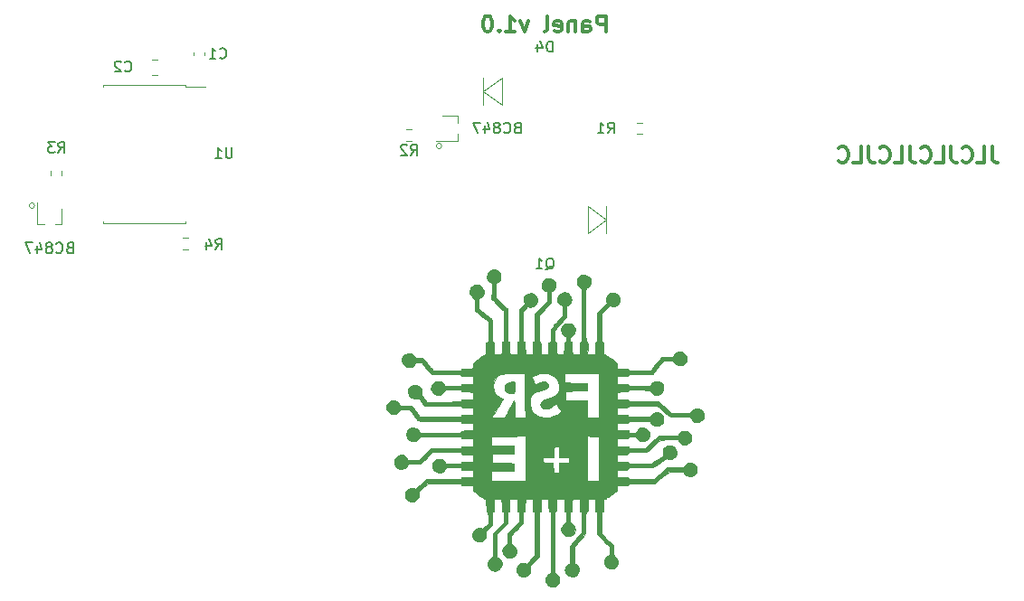
<source format=gbr>
%TF.GenerationSoftware,KiCad,Pcbnew,(6.0.2)*%
%TF.CreationDate,2022-06-07T19:59:40+02:00*%
%TF.ProjectId,cup_sense,6375705f-7365-46e7-9365-2e6b69636164,rev?*%
%TF.SameCoordinates,Original*%
%TF.FileFunction,Legend,Bot*%
%TF.FilePolarity,Positive*%
%FSLAX46Y46*%
G04 Gerber Fmt 4.6, Leading zero omitted, Abs format (unit mm)*
G04 Created by KiCad (PCBNEW (6.0.2)) date 2022-06-07 19:59:40*
%MOMM*%
%LPD*%
G01*
G04 APERTURE LIST*
%ADD10C,0.300000*%
%ADD11C,0.150000*%
%ADD12C,0.120000*%
%ADD13C,0.010000*%
G04 APERTURE END LIST*
D10*
X5714285Y11571428D02*
X5714285Y13071428D01*
X5142857Y13071428D01*
X5000000Y13000000D01*
X4928571Y12928571D01*
X4857142Y12785714D01*
X4857142Y12571428D01*
X4928571Y12428571D01*
X5000000Y12357142D01*
X5142857Y12285714D01*
X5714285Y12285714D01*
X3571428Y11571428D02*
X3571428Y12357142D01*
X3642857Y12500000D01*
X3785714Y12571428D01*
X4071428Y12571428D01*
X4214285Y12500000D01*
X3571428Y11642857D02*
X3714285Y11571428D01*
X4071428Y11571428D01*
X4214285Y11642857D01*
X4285714Y11785714D01*
X4285714Y11928571D01*
X4214285Y12071428D01*
X4071428Y12142857D01*
X3714285Y12142857D01*
X3571428Y12214285D01*
X2857142Y12571428D02*
X2857142Y11571428D01*
X2857142Y12428571D02*
X2785714Y12500000D01*
X2642857Y12571428D01*
X2428571Y12571428D01*
X2285714Y12500000D01*
X2214285Y12357142D01*
X2214285Y11571428D01*
X928571Y11642857D02*
X1071428Y11571428D01*
X1357142Y11571428D01*
X1500000Y11642857D01*
X1571428Y11785714D01*
X1571428Y12357142D01*
X1500000Y12500000D01*
X1357142Y12571428D01*
X1071428Y12571428D01*
X928571Y12500000D01*
X857142Y12357142D01*
X857142Y12214285D01*
X1571428Y12071428D01*
X0Y11571428D02*
X142857Y11642857D01*
X214285Y11785714D01*
X214285Y13071428D01*
X-1571428Y12571428D02*
X-1928571Y11571428D01*
X-2285714Y12571428D01*
X-3642857Y11571428D02*
X-2785714Y11571428D01*
X-3214285Y11571428D02*
X-3214285Y13071428D01*
X-3071428Y12857142D01*
X-2928571Y12714285D01*
X-2785714Y12642857D01*
X-4285714Y11714285D02*
X-4357142Y11642857D01*
X-4285714Y11571428D01*
X-4214285Y11642857D01*
X-4285714Y11714285D01*
X-4285714Y11571428D01*
X-5285714Y13071428D02*
X-5428571Y13071428D01*
X-5571428Y13000000D01*
X-5642857Y12928571D01*
X-5714285Y12785714D01*
X-5785714Y12500000D01*
X-5785714Y12142857D01*
X-5714285Y11857142D01*
X-5642857Y11714285D01*
X-5571428Y11642857D01*
X-5428571Y11571428D01*
X-5285714Y11571428D01*
X-5142857Y11642857D01*
X-5071428Y11714285D01*
X-4999999Y11857142D01*
X-4928571Y12142857D01*
X-4928571Y12500000D01*
X-4999999Y12785714D01*
X-5071428Y12928571D01*
X-5142857Y13000000D01*
X-5285714Y13071428D01*
X41853571Y821428D02*
X41853571Y-250000D01*
X41925000Y-464285D01*
X42067857Y-607142D01*
X42282142Y-678571D01*
X42425000Y-678571D01*
X40425000Y-678571D02*
X41139285Y-678571D01*
X41139285Y821428D01*
X39067857Y-535714D02*
X39139285Y-607142D01*
X39353571Y-678571D01*
X39496428Y-678571D01*
X39710714Y-607142D01*
X39853571Y-464285D01*
X39925000Y-321428D01*
X39996428Y-35714D01*
X39996428Y178571D01*
X39925000Y464285D01*
X39853571Y607142D01*
X39710714Y750000D01*
X39496428Y821428D01*
X39353571Y821428D01*
X39139285Y750000D01*
X39067857Y678571D01*
X37996428Y821428D02*
X37996428Y-250000D01*
X38067857Y-464285D01*
X38210714Y-607142D01*
X38425000Y-678571D01*
X38567857Y-678571D01*
X36567857Y-678571D02*
X37282142Y-678571D01*
X37282142Y821428D01*
X35210714Y-535714D02*
X35282142Y-607142D01*
X35496428Y-678571D01*
X35639285Y-678571D01*
X35853571Y-607142D01*
X35996428Y-464285D01*
X36067857Y-321428D01*
X36139285Y-35714D01*
X36139285Y178571D01*
X36067857Y464285D01*
X35996428Y607142D01*
X35853571Y750000D01*
X35639285Y821428D01*
X35496428Y821428D01*
X35282142Y750000D01*
X35210714Y678571D01*
X34139285Y821428D02*
X34139285Y-250000D01*
X34210714Y-464285D01*
X34353571Y-607142D01*
X34567857Y-678571D01*
X34710714Y-678571D01*
X32710714Y-678571D02*
X33425000Y-678571D01*
X33425000Y821428D01*
X31353571Y-535714D02*
X31425000Y-607142D01*
X31639285Y-678571D01*
X31782142Y-678571D01*
X31996428Y-607142D01*
X32139285Y-464285D01*
X32210714Y-321428D01*
X32282142Y-35714D01*
X32282142Y178571D01*
X32210714Y464285D01*
X32139285Y607142D01*
X31996428Y750000D01*
X31782142Y821428D01*
X31639285Y821428D01*
X31425000Y750000D01*
X31353571Y678571D01*
X30282142Y821428D02*
X30282142Y-250000D01*
X30353571Y-464285D01*
X30496428Y-607142D01*
X30710714Y-678571D01*
X30853571Y-678571D01*
X28853571Y-678571D02*
X29567857Y-678571D01*
X29567857Y821428D01*
X27496428Y-535714D02*
X27567857Y-607142D01*
X27782142Y-678571D01*
X27925000Y-678571D01*
X28139285Y-607142D01*
X28282142Y-464285D01*
X28353571Y-321428D01*
X28425000Y-35714D01*
X28425000Y178571D01*
X28353571Y464285D01*
X28282142Y607142D01*
X28139285Y750000D01*
X27925000Y821428D01*
X27782142Y821428D01*
X27567857Y750000D01*
X27496428Y678571D01*
D11*
%TO.C,D4*%
X738095Y9707619D02*
X738095Y10707619D01*
X500000Y10707619D01*
X357142Y10660000D01*
X261904Y10564761D01*
X214285Y10469523D01*
X166666Y10279047D01*
X166666Y10136190D01*
X214285Y9945714D01*
X261904Y9850476D01*
X357142Y9755238D01*
X500000Y9707619D01*
X738095Y9707619D01*
X-690476Y10374285D02*
X-690476Y9707619D01*
X-452380Y10755238D02*
X-214285Y10040952D01*
X-833333Y10040952D01*
%TO.C,Q1*%
X95238Y-10707619D02*
X190476Y-10660000D01*
X285714Y-10564761D01*
X428571Y-10421904D01*
X523809Y-10374285D01*
X619047Y-10374285D01*
X571428Y-10612380D02*
X666666Y-10564761D01*
X761904Y-10469523D01*
X809523Y-10279047D01*
X809523Y-9945714D01*
X761904Y-9755238D01*
X666666Y-9660000D01*
X571428Y-9612380D01*
X380952Y-9612380D01*
X285714Y-9660000D01*
X190476Y-9755238D01*
X142857Y-9945714D01*
X142857Y-10279047D01*
X190476Y-10469523D01*
X285714Y-10564761D01*
X380952Y-10612380D01*
X571428Y-10612380D01*
X-809523Y-10612380D02*
X-238095Y-10612380D01*
X-523809Y-10612380D02*
X-523809Y-9612380D01*
X-428571Y-9755238D01*
X-333333Y-9850476D01*
X-238095Y-9898095D01*
%TO.C,R3*%
X-45533333Y257619D02*
X-45200000Y733809D01*
X-44961904Y257619D02*
X-44961904Y1257619D01*
X-45342857Y1257619D01*
X-45438095Y1210000D01*
X-45485714Y1162380D01*
X-45533333Y1067142D01*
X-45533333Y924285D01*
X-45485714Y829047D01*
X-45438095Y781428D01*
X-45342857Y733809D01*
X-44961904Y733809D01*
X-45866666Y1257619D02*
X-46485714Y1257619D01*
X-46152380Y876666D01*
X-46295238Y876666D01*
X-46390476Y829047D01*
X-46438095Y781428D01*
X-46485714Y686190D01*
X-46485714Y448095D01*
X-46438095Y352857D01*
X-46390476Y305238D01*
X-46295238Y257619D01*
X-46009523Y257619D01*
X-45914285Y305238D01*
X-45866666Y352857D01*
%TO.C,R4*%
X-30803333Y-8802380D02*
X-30470000Y-8326190D01*
X-30231904Y-8802380D02*
X-30231904Y-7802380D01*
X-30612857Y-7802380D01*
X-30708095Y-7850000D01*
X-30755714Y-7897619D01*
X-30803333Y-7992857D01*
X-30803333Y-8135714D01*
X-30755714Y-8230952D01*
X-30708095Y-8278571D01*
X-30612857Y-8326190D01*
X-30231904Y-8326190D01*
X-31660476Y-8135714D02*
X-31660476Y-8802380D01*
X-31422380Y-7754761D02*
X-31184285Y-8469047D01*
X-31803333Y-8469047D01*
%TO.C,R1*%
X5881666Y2087619D02*
X6215000Y2563809D01*
X6453095Y2087619D02*
X6453095Y3087619D01*
X6072142Y3087619D01*
X5976904Y3040000D01*
X5929285Y2992380D01*
X5881666Y2897142D01*
X5881666Y2754285D01*
X5929285Y2659047D01*
X5976904Y2611428D01*
X6072142Y2563809D01*
X6453095Y2563809D01*
X4929285Y2087619D02*
X5500714Y2087619D01*
X5215000Y2087619D02*
X5215000Y3087619D01*
X5310238Y2944761D01*
X5405476Y2849523D01*
X5500714Y2801904D01*
%TO.C,C2*%
X-39303332Y7932857D02*
X-39255713Y7885238D01*
X-39112856Y7837619D01*
X-39017618Y7837619D01*
X-38874760Y7885238D01*
X-38779522Y7980476D01*
X-38731903Y8075714D01*
X-38684284Y8266190D01*
X-38684284Y8409047D01*
X-38731903Y8599523D01*
X-38779522Y8694761D01*
X-38874760Y8790000D01*
X-39017618Y8837619D01*
X-39112856Y8837619D01*
X-39255713Y8790000D01*
X-39303332Y8742380D01*
X-39684284Y8742380D02*
X-39731903Y8790000D01*
X-39827141Y8837619D01*
X-40065237Y8837619D01*
X-40160475Y8790000D01*
X-40208094Y8742380D01*
X-40255713Y8647142D01*
X-40255713Y8551904D01*
X-40208094Y8409047D01*
X-39636665Y7837619D01*
X-40255713Y7837619D01*
%TO.C,Q2*%
X-2587857Y2611428D02*
X-2730714Y2563809D01*
X-2778333Y2516190D01*
X-2825952Y2420952D01*
X-2825952Y2278095D01*
X-2778333Y2182857D01*
X-2730714Y2135238D01*
X-2635476Y2087619D01*
X-2254523Y2087619D01*
X-2254523Y3087619D01*
X-2587857Y3087619D01*
X-2683095Y3040000D01*
X-2730714Y2992380D01*
X-2778333Y2897142D01*
X-2778333Y2801904D01*
X-2730714Y2706666D01*
X-2683095Y2659047D01*
X-2587857Y2611428D01*
X-2254523Y2611428D01*
X-3825952Y2182857D02*
X-3778333Y2135238D01*
X-3635476Y2087619D01*
X-3540238Y2087619D01*
X-3397380Y2135238D01*
X-3302142Y2230476D01*
X-3254523Y2325714D01*
X-3206904Y2516190D01*
X-3206904Y2659047D01*
X-3254523Y2849523D01*
X-3302142Y2944761D01*
X-3397380Y3040000D01*
X-3540238Y3087619D01*
X-3635476Y3087619D01*
X-3778333Y3040000D01*
X-3825952Y2992380D01*
X-4397380Y2659047D02*
X-4302142Y2706666D01*
X-4254523Y2754285D01*
X-4206904Y2849523D01*
X-4206904Y2897142D01*
X-4254523Y2992380D01*
X-4302142Y3040000D01*
X-4397380Y3087619D01*
X-4587857Y3087619D01*
X-4683095Y3040000D01*
X-4730714Y2992380D01*
X-4778333Y2897142D01*
X-4778333Y2849523D01*
X-4730714Y2754285D01*
X-4683095Y2706666D01*
X-4587857Y2659047D01*
X-4397380Y2659047D01*
X-4302142Y2611428D01*
X-4254523Y2563809D01*
X-4206904Y2468571D01*
X-4206904Y2278095D01*
X-4254523Y2182857D01*
X-4302142Y2135238D01*
X-4397380Y2087619D01*
X-4587857Y2087619D01*
X-4683095Y2135238D01*
X-4730714Y2182857D01*
X-4778333Y2278095D01*
X-4778333Y2468571D01*
X-4730714Y2563809D01*
X-4683095Y2611428D01*
X-4587857Y2659047D01*
X-5635476Y2754285D02*
X-5635476Y2087619D01*
X-5397380Y3135238D02*
X-5159285Y2420952D01*
X-5778333Y2420952D01*
X-6064047Y3087619D02*
X-6730714Y3087619D01*
X-6302142Y2087619D01*
%TO.C,U1*%
X-29288095Y747619D02*
X-29288095Y-61904D01*
X-29335714Y-157142D01*
X-29383333Y-204761D01*
X-29478571Y-252380D01*
X-29669047Y-252380D01*
X-29764285Y-204761D01*
X-29811904Y-157142D01*
X-29859523Y-61904D01*
X-29859523Y747619D01*
X-30859523Y-252380D02*
X-30288095Y-252380D01*
X-30573809Y-252380D02*
X-30573809Y747619D01*
X-30478571Y604761D01*
X-30383333Y509523D01*
X-30288095Y461904D01*
%TO.C,R2*%
X-12533334Y22619D02*
X-12200001Y498809D01*
X-11961905Y22619D02*
X-11961905Y1022619D01*
X-12342858Y1022619D01*
X-12438096Y975000D01*
X-12485715Y927380D01*
X-12533334Y832142D01*
X-12533334Y689285D01*
X-12485715Y594047D01*
X-12438096Y546428D01*
X-12342858Y498809D01*
X-11961905Y498809D01*
X-12914286Y927380D02*
X-12961905Y975000D01*
X-13057143Y1022619D01*
X-13295239Y1022619D01*
X-13390477Y975000D01*
X-13438096Y927380D01*
X-13485715Y832142D01*
X-13485715Y736904D01*
X-13438096Y594047D01*
X-12866667Y22619D01*
X-13485715Y22619D01*
%TO.C,Q3*%
X-44492857Y-8638571D02*
X-44635714Y-8686190D01*
X-44683333Y-8733809D01*
X-44730952Y-8829047D01*
X-44730952Y-8971904D01*
X-44683333Y-9067142D01*
X-44635714Y-9114761D01*
X-44540476Y-9162380D01*
X-44159523Y-9162380D01*
X-44159523Y-8162380D01*
X-44492857Y-8162380D01*
X-44588095Y-8210000D01*
X-44635714Y-8257619D01*
X-44683333Y-8352857D01*
X-44683333Y-8448095D01*
X-44635714Y-8543333D01*
X-44588095Y-8590952D01*
X-44492857Y-8638571D01*
X-44159523Y-8638571D01*
X-45730952Y-9067142D02*
X-45683333Y-9114761D01*
X-45540476Y-9162380D01*
X-45445238Y-9162380D01*
X-45302380Y-9114761D01*
X-45207142Y-9019523D01*
X-45159523Y-8924285D01*
X-45111904Y-8733809D01*
X-45111904Y-8590952D01*
X-45159523Y-8400476D01*
X-45207142Y-8305238D01*
X-45302380Y-8210000D01*
X-45445238Y-8162380D01*
X-45540476Y-8162380D01*
X-45683333Y-8210000D01*
X-45730952Y-8257619D01*
X-46302380Y-8590952D02*
X-46207142Y-8543333D01*
X-46159523Y-8495714D01*
X-46111904Y-8400476D01*
X-46111904Y-8352857D01*
X-46159523Y-8257619D01*
X-46207142Y-8210000D01*
X-46302380Y-8162380D01*
X-46492857Y-8162380D01*
X-46588095Y-8210000D01*
X-46635714Y-8257619D01*
X-46683333Y-8352857D01*
X-46683333Y-8400476D01*
X-46635714Y-8495714D01*
X-46588095Y-8543333D01*
X-46492857Y-8590952D01*
X-46302380Y-8590952D01*
X-46207142Y-8638571D01*
X-46159523Y-8686190D01*
X-46111904Y-8781428D01*
X-46111904Y-8971904D01*
X-46159523Y-9067142D01*
X-46207142Y-9114761D01*
X-46302380Y-9162380D01*
X-46492857Y-9162380D01*
X-46588095Y-9114761D01*
X-46635714Y-9067142D01*
X-46683333Y-8971904D01*
X-46683333Y-8781428D01*
X-46635714Y-8686190D01*
X-46588095Y-8638571D01*
X-46492857Y-8590952D01*
X-47540476Y-8495714D02*
X-47540476Y-9162380D01*
X-47302380Y-8114761D02*
X-47064285Y-8829047D01*
X-47683333Y-8829047D01*
X-47969047Y-8162380D02*
X-48635714Y-8162380D01*
X-48207142Y-9162380D01*
%TO.C,C1*%
X-30423333Y9167857D02*
X-30375714Y9120238D01*
X-30232857Y9072619D01*
X-30137619Y9072619D01*
X-29994761Y9120238D01*
X-29899523Y9215476D01*
X-29851904Y9310714D01*
X-29804285Y9501190D01*
X-29804285Y9644047D01*
X-29851904Y9834523D01*
X-29899523Y9929761D01*
X-29994761Y10025000D01*
X-30137619Y10072619D01*
X-30232857Y10072619D01*
X-30375714Y10025000D01*
X-30423333Y9977380D01*
X-31375714Y9072619D02*
X-30804285Y9072619D01*
X-31090000Y9072619D02*
X-31090000Y10072619D01*
X-30994761Y9929761D01*
X-30899523Y9834523D01*
X-30804285Y9786904D01*
D12*
%TO.C,D4*%
X-5750000Y6000000D02*
X-4000000Y4750000D01*
X-4000000Y7250000D02*
X-5750000Y6000000D01*
X-4000000Y7000000D02*
X-4000000Y7250000D01*
X-4000000Y4750000D02*
X-4000000Y7000000D01*
X-5750000Y7250000D02*
X-5750000Y4750000D01*
%TO.C,Q1*%
X4000000Y-7000000D02*
X4000000Y-7250000D01*
X5750000Y-7250000D02*
X5750000Y-4750000D01*
X4000000Y-4750000D02*
X4000000Y-7000000D01*
X4000000Y-7250000D02*
X5750000Y-6000000D01*
X5750000Y-6000000D02*
X4000000Y-4750000D01*
D13*
%TO.C,G\u002A\u002A\u002A*%
X-3260823Y-21221270D02*
X-3410320Y-21254860D01*
X-3410320Y-21254860D02*
X-3534035Y-21299619D01*
X-3534035Y-21299619D02*
X-3585754Y-21329607D01*
X-3585754Y-21329607D02*
X-3663406Y-21418701D01*
X-3663406Y-21418701D02*
X-3725022Y-21546354D01*
X-3725022Y-21546354D02*
X-3761744Y-21688031D01*
X-3761744Y-21688031D02*
X-3764716Y-21819198D01*
X-3764716Y-21819198D02*
X-3764064Y-21823520D01*
X-3764064Y-21823520D02*
X-3717366Y-21993168D01*
X-3717366Y-21993168D02*
X-3634534Y-22119746D01*
X-3634534Y-22119746D02*
X-3509972Y-22207482D01*
X-3509972Y-22207482D02*
X-3338081Y-22260603D01*
X-3338081Y-22260603D02*
X-3158079Y-22281288D01*
X-3158079Y-22281288D02*
X-3018453Y-22286031D01*
X-3018453Y-22286031D02*
X-2930363Y-22280333D01*
X-2930363Y-22280333D02*
X-2882527Y-22263057D01*
X-2882527Y-22263057D02*
X-2871981Y-22252432D01*
X-2871981Y-22252432D02*
X-2861232Y-22206718D01*
X-2861232Y-22206718D02*
X-2852304Y-22109412D01*
X-2852304Y-22109412D02*
X-2845855Y-21972413D01*
X-2845855Y-21972413D02*
X-2842545Y-21807617D01*
X-2842545Y-21807617D02*
X-2842278Y-21717000D01*
X-2842278Y-21717000D02*
X-2843628Y-21224875D01*
X-2843628Y-21224875D02*
X-2978810Y-21206699D01*
X-2978810Y-21206699D02*
X-3109126Y-21203624D01*
X-3109126Y-21203624D02*
X-3260823Y-21221270D01*
X-3260823Y-21221270D02*
X-3260823Y-21221270D01*
G36*
X-2978810Y-21206699D02*
G01*
X-2843628Y-21224875D01*
X-2842278Y-21717000D01*
X-2842545Y-21807617D01*
X-2845855Y-21972413D01*
X-2852304Y-22109412D01*
X-2861232Y-22206718D01*
X-2871981Y-22252432D01*
X-2882527Y-22263057D01*
X-2930363Y-22280333D01*
X-3018453Y-22286031D01*
X-3158079Y-22281288D01*
X-3338081Y-22260603D01*
X-3509972Y-22207482D01*
X-3634534Y-22119746D01*
X-3717366Y-21993168D01*
X-3764064Y-21823520D01*
X-3764716Y-21819198D01*
X-3761744Y-21688031D01*
X-3725022Y-21546354D01*
X-3663406Y-21418701D01*
X-3585754Y-21329607D01*
X-3534035Y-21299619D01*
X-3410320Y-21254860D01*
X-3260823Y-21221270D01*
X-3109126Y-21203624D01*
X-2978810Y-21206699D01*
G37*
X-2978810Y-21206699D02*
X-2843628Y-21224875D01*
X-2842278Y-21717000D01*
X-2842545Y-21807617D01*
X-2845855Y-21972413D01*
X-2852304Y-22109412D01*
X-2861232Y-22206718D01*
X-2871981Y-22252432D01*
X-2882527Y-22263057D01*
X-2930363Y-22280333D01*
X-3018453Y-22286031D01*
X-3158079Y-22281288D01*
X-3338081Y-22260603D01*
X-3509972Y-22207482D01*
X-3634534Y-22119746D01*
X-3717366Y-21993168D01*
X-3764064Y-21823520D01*
X-3764716Y-21819198D01*
X-3761744Y-21688031D01*
X-3725022Y-21546354D01*
X-3663406Y-21418701D01*
X-3585754Y-21329607D01*
X-3534035Y-21299619D01*
X-3410320Y-21254860D01*
X-3260823Y-21221270D01*
X-3109126Y-21203624D01*
X-2978810Y-21206699D01*
X-4880485Y-10687338D02*
X-5057222Y-10742735D01*
X-5057222Y-10742735D02*
X-5193163Y-10832799D01*
X-5193163Y-10832799D02*
X-5293376Y-10934499D01*
X-5293376Y-10934499D02*
X-5358639Y-11040372D01*
X-5358639Y-11040372D02*
X-5394332Y-11166291D01*
X-5394332Y-11166291D02*
X-5405833Y-11328130D01*
X-5405833Y-11328130D02*
X-5403205Y-11452707D01*
X-5403205Y-11452707D02*
X-5366407Y-11593569D01*
X-5366407Y-11593569D02*
X-5271281Y-11732061D01*
X-5271281Y-11732061D02*
X-5122852Y-11861466D01*
X-5122852Y-11861466D02*
X-5072192Y-11895303D01*
X-5072192Y-11895303D02*
X-4950572Y-11972078D01*
X-4950572Y-11972078D02*
X-4965771Y-12722606D01*
X-4965771Y-12722606D02*
X-4980969Y-13473133D01*
X-4980969Y-13473133D02*
X-4800297Y-13650850D01*
X-4800297Y-13650850D02*
X-4712669Y-13735593D01*
X-4712669Y-13735593D02*
X-4591503Y-13850781D01*
X-4591503Y-13850781D02*
X-4450044Y-13983918D01*
X-4450044Y-13983918D02*
X-4301535Y-14122510D01*
X-4301535Y-14122510D02*
X-4230687Y-14188182D01*
X-4230687Y-14188182D02*
X-3841750Y-14547797D01*
X-3841750Y-14547797D02*
X-3841750Y-17458282D01*
X-3841750Y-17458282D02*
X-3929062Y-17468328D01*
X-3929062Y-17468328D02*
X-4016375Y-17478375D01*
X-4016375Y-17478375D02*
X-4022577Y-18002250D01*
X-4022577Y-18002250D02*
X-4024759Y-18180299D01*
X-4024759Y-18180299D02*
X-4026822Y-18337343D01*
X-4026822Y-18337343D02*
X-4028604Y-18461835D01*
X-4028604Y-18461835D02*
X-4029942Y-18542228D01*
X-4029942Y-18542228D02*
X-4030515Y-18565812D01*
X-4030515Y-18565812D02*
X-4060480Y-18583353D01*
X-4060480Y-18583353D02*
X-4138364Y-18596197D01*
X-4138364Y-18596197D02*
X-4248752Y-18604264D01*
X-4248752Y-18604264D02*
X-4376232Y-18607475D01*
X-4376232Y-18607475D02*
X-4505389Y-18605752D01*
X-4505389Y-18605752D02*
X-4620811Y-18599014D01*
X-4620811Y-18599014D02*
X-4707084Y-18587182D01*
X-4707084Y-18587182D02*
X-4748794Y-18570178D01*
X-4748794Y-18570178D02*
X-4749247Y-18569506D01*
X-4749247Y-18569506D02*
X-4756321Y-18526803D01*
X-4756321Y-18526803D02*
X-4761223Y-18434337D01*
X-4761223Y-18434337D02*
X-4764051Y-18305805D01*
X-4764051Y-18305805D02*
X-4764902Y-18154904D01*
X-4764902Y-18154904D02*
X-4763875Y-17995331D01*
X-4763875Y-17995331D02*
X-4761068Y-17840782D01*
X-4761068Y-17840782D02*
X-4756579Y-17704955D01*
X-4756579Y-17704955D02*
X-4750505Y-17601545D01*
X-4750505Y-17601545D02*
X-4742945Y-17544250D01*
X-4742945Y-17544250D02*
X-4741889Y-17540984D01*
X-4741889Y-17540984D02*
X-4755254Y-17504861D01*
X-4755254Y-17504861D02*
X-4828938Y-17478799D01*
X-4828938Y-17478799D02*
X-4839221Y-17476778D01*
X-4839221Y-17476778D02*
X-4953000Y-17455433D01*
X-4953000Y-17455433D02*
X-4953000Y-16410905D01*
X-4953000Y-16410905D02*
X-4953228Y-16124083D01*
X-4953228Y-16124083D02*
X-4954138Y-15894145D01*
X-4954138Y-15894145D02*
X-4956068Y-15714474D01*
X-4956068Y-15714474D02*
X-4959353Y-15578454D01*
X-4959353Y-15578454D02*
X-4964333Y-15479472D01*
X-4964333Y-15479472D02*
X-4971343Y-15410909D01*
X-4971343Y-15410909D02*
X-4980722Y-15366151D01*
X-4980722Y-15366151D02*
X-4992806Y-15338583D01*
X-4992806Y-15338583D02*
X-5007933Y-15321587D01*
X-5007933Y-15321587D02*
X-5008562Y-15321070D01*
X-5008562Y-15321070D02*
X-5056993Y-15281761D01*
X-5056993Y-15281761D02*
X-5140600Y-15214078D01*
X-5140600Y-15214078D02*
X-5245153Y-15129535D01*
X-5245153Y-15129535D02*
X-5302250Y-15083399D01*
X-5302250Y-15083399D02*
X-5423444Y-14984271D01*
X-5423444Y-14984271D02*
X-5572953Y-14860169D01*
X-5572953Y-14860169D02*
X-5731005Y-14727587D01*
X-5731005Y-14727587D02*
X-5865812Y-14613281D01*
X-5865812Y-14613281D02*
X-6191250Y-14335527D01*
X-6191250Y-14335527D02*
X-6191250Y-13407991D01*
X-6191250Y-13407991D02*
X-6030883Y-13308302D01*
X-6030883Y-13308302D02*
X-5893502Y-13192472D01*
X-5893502Y-13192472D02*
X-5790882Y-13044897D01*
X-5790882Y-13044897D02*
X-5731813Y-12882299D01*
X-5731813Y-12882299D02*
X-5724522Y-12725421D01*
X-5724522Y-12725421D02*
X-5769717Y-12573686D01*
X-5769717Y-12573686D02*
X-5857276Y-12417907D01*
X-5857276Y-12417907D02*
X-5972273Y-12281426D01*
X-5972273Y-12281426D02*
X-6049082Y-12217920D01*
X-6049082Y-12217920D02*
X-6197719Y-12148677D01*
X-6197719Y-12148677D02*
X-6364716Y-12124743D01*
X-6364716Y-12124743D02*
X-6536313Y-12142088D01*
X-6536313Y-12142088D02*
X-6698745Y-12196683D01*
X-6698745Y-12196683D02*
X-6838252Y-12284500D01*
X-6838252Y-12284500D02*
X-6941070Y-12401509D01*
X-6941070Y-12401509D02*
X-6981592Y-12490924D01*
X-6981592Y-12490924D02*
X-7028693Y-12714630D01*
X-7028693Y-12714630D02*
X-7021907Y-12907357D01*
X-7021907Y-12907357D02*
X-6959210Y-13074767D01*
X-6959210Y-13074767D02*
X-6838579Y-13222519D01*
X-6838579Y-13222519D02*
X-6676301Y-13344944D01*
X-6676301Y-13344944D02*
X-6534238Y-13434264D01*
X-6534238Y-13434264D02*
X-6545306Y-13990097D01*
X-6545306Y-13990097D02*
X-6548906Y-14190864D01*
X-6548906Y-14190864D02*
X-6549977Y-14337455D01*
X-6549977Y-14337455D02*
X-6547719Y-14439173D01*
X-6547719Y-14439173D02*
X-6541336Y-14505318D01*
X-6541336Y-14505318D02*
X-6530028Y-14545193D01*
X-6530028Y-14545193D02*
X-6512999Y-14568097D01*
X-6512999Y-14568097D02*
X-6494650Y-14580491D01*
X-6494650Y-14580491D02*
X-6435868Y-14621154D01*
X-6435868Y-14621154D02*
X-6353756Y-14686924D01*
X-6353756Y-14686924D02*
X-6304150Y-14729794D01*
X-6304150Y-14729794D02*
X-6221697Y-14801051D01*
X-6221697Y-14801051D02*
X-6108304Y-14896165D01*
X-6108304Y-14896165D02*
X-5982734Y-14999477D01*
X-5982734Y-14999477D02*
X-5921375Y-15049211D01*
X-5921375Y-15049211D02*
X-5813826Y-15136290D01*
X-5813826Y-15136290D02*
X-5725539Y-15208552D01*
X-5725539Y-15208552D02*
X-5667751Y-15256755D01*
X-5667751Y-15256755D02*
X-5651500Y-15271192D01*
X-5651500Y-15271192D02*
X-5620567Y-15298826D01*
X-5620567Y-15298826D02*
X-5554784Y-15354588D01*
X-5554784Y-15354588D02*
X-5468937Y-15425955D01*
X-5468937Y-15425955D02*
X-5302250Y-15563413D01*
X-5302250Y-15563413D02*
X-5302250Y-17434053D01*
X-5302250Y-17434053D02*
X-5492750Y-17500461D01*
X-5492750Y-17500461D02*
X-5492750Y-18034966D01*
X-5492750Y-18034966D02*
X-5493239Y-18231569D01*
X-5493239Y-18231569D02*
X-5495357Y-18373853D01*
X-5495357Y-18373853D02*
X-5500082Y-18470997D01*
X-5500082Y-18470997D02*
X-5508389Y-18532179D01*
X-5508389Y-18532179D02*
X-5521254Y-18566578D01*
X-5521254Y-18566578D02*
X-5539656Y-18583371D01*
X-5539656Y-18583371D02*
X-5551607Y-18588151D01*
X-5551607Y-18588151D02*
X-5605018Y-18616032D01*
X-5605018Y-18616032D02*
X-5690334Y-18671876D01*
X-5690334Y-18671876D02*
X-5789833Y-18744027D01*
X-5789833Y-18744027D02*
X-5797670Y-18749998D01*
X-5797670Y-18749998D02*
X-5895697Y-18824630D01*
X-5895697Y-18824630D02*
X-6027873Y-18924801D01*
X-6027873Y-18924801D02*
X-6177565Y-19037925D01*
X-6177565Y-19037925D02*
X-6328140Y-19151417D01*
X-6328140Y-19151417D02*
X-6342062Y-19161893D01*
X-6342062Y-19161893D02*
X-6480639Y-19269892D01*
X-6480639Y-19269892D02*
X-6591926Y-19364054D01*
X-6591926Y-19364054D02*
X-6668039Y-19437269D01*
X-6668039Y-19437269D02*
X-6701092Y-19482426D01*
X-6701092Y-19482426D02*
X-6701850Y-19486373D01*
X-6701850Y-19486373D02*
X-6702487Y-19548199D01*
X-6702487Y-19548199D02*
X-6701346Y-19647527D01*
X-6701346Y-19647527D02*
X-6699697Y-19722418D01*
X-6699697Y-19722418D02*
X-6700794Y-19830895D01*
X-6700794Y-19830895D02*
X-6714415Y-19893906D01*
X-6714415Y-19893906D02*
X-6745214Y-19928997D01*
X-6745214Y-19928997D02*
X-6756207Y-19935498D01*
X-6756207Y-19935498D02*
X-6811964Y-19947685D01*
X-6811964Y-19947685D02*
X-6921487Y-19956486D01*
X-6921487Y-19956486D02*
X-7075111Y-19961451D01*
X-7075111Y-19961451D02*
X-7263170Y-19962128D01*
X-7263170Y-19962128D02*
X-7313985Y-19961580D01*
X-7313985Y-19961580D02*
X-7501251Y-19959310D01*
X-7501251Y-19959310D02*
X-7634292Y-19959157D01*
X-7634292Y-19959157D02*
X-7722376Y-19962294D01*
X-7722376Y-19962294D02*
X-7774771Y-19969894D01*
X-7774771Y-19969894D02*
X-7800745Y-19983131D01*
X-7800745Y-19983131D02*
X-7809565Y-20003177D01*
X-7809565Y-20003177D02*
X-7810500Y-20024438D01*
X-7810500Y-20024438D02*
X-7823466Y-20088472D01*
X-7823466Y-20088472D02*
X-7842207Y-20113598D01*
X-7842207Y-20113598D02*
X-7881481Y-20118759D01*
X-7881481Y-20118759D02*
X-7975947Y-20123225D01*
X-7975947Y-20123225D02*
X-8117300Y-20126993D01*
X-8117300Y-20126993D02*
X-8297238Y-20130057D01*
X-8297238Y-20130057D02*
X-8507454Y-20132414D01*
X-8507454Y-20132414D02*
X-8739645Y-20134060D01*
X-8739645Y-20134060D02*
X-8985507Y-20134991D01*
X-8985507Y-20134991D02*
X-9236735Y-20135201D01*
X-9236735Y-20135201D02*
X-9485026Y-20134687D01*
X-9485026Y-20134687D02*
X-9722074Y-20133445D01*
X-9722074Y-20133445D02*
X-9939576Y-20131471D01*
X-9939576Y-20131471D02*
X-10129227Y-20128760D01*
X-10129227Y-20128760D02*
X-10282724Y-20125307D01*
X-10282724Y-20125307D02*
X-10391761Y-20121110D01*
X-10391761Y-20121110D02*
X-10448035Y-20116163D01*
X-10448035Y-20116163D02*
X-10452626Y-20114926D01*
X-10452626Y-20114926D02*
X-10493079Y-20082259D01*
X-10493079Y-20082259D02*
X-10563111Y-20010341D01*
X-10563111Y-20010341D02*
X-10652936Y-19909742D01*
X-10652936Y-19909742D02*
X-10752762Y-19791032D01*
X-10752762Y-19791032D02*
X-10754251Y-19789210D01*
X-10754251Y-19789210D02*
X-10873480Y-19643207D01*
X-10873480Y-19643207D02*
X-11000364Y-19487788D01*
X-11000364Y-19487788D02*
X-11117331Y-19344475D01*
X-11117331Y-19344475D02*
X-11185724Y-19260649D01*
X-11185724Y-19260649D02*
X-11272860Y-19157285D01*
X-11272860Y-19157285D02*
X-11349975Y-19072001D01*
X-11349975Y-19072001D02*
X-11405112Y-19017768D01*
X-11405112Y-19017768D02*
X-11419573Y-19006947D01*
X-11419573Y-19006947D02*
X-11471644Y-18996183D01*
X-11471644Y-18996183D02*
X-11570154Y-18990337D01*
X-11570154Y-18990337D02*
X-11698181Y-18990109D01*
X-11698181Y-18990109D02*
X-11770623Y-18992434D01*
X-11770623Y-18992434D02*
X-12072174Y-19005623D01*
X-12072174Y-19005623D02*
X-12151993Y-18876999D01*
X-12151993Y-18876999D02*
X-12265788Y-18726760D01*
X-12265788Y-18726760D02*
X-12397626Y-18624647D01*
X-12397626Y-18624647D02*
X-12563224Y-18556501D01*
X-12563224Y-18556501D02*
X-12687173Y-18527274D01*
X-12687173Y-18527274D02*
X-12786601Y-18526759D01*
X-12786601Y-18526759D02*
X-12848974Y-18539892D01*
X-12848974Y-18539892D02*
X-13049063Y-18624258D01*
X-13049063Y-18624258D02*
X-13208573Y-18754086D01*
X-13208573Y-18754086D02*
X-13321805Y-18923805D01*
X-13321805Y-18923805D02*
X-13365845Y-19045027D01*
X-13365845Y-19045027D02*
X-13380944Y-19216655D01*
X-13380944Y-19216655D02*
X-13342075Y-19385717D01*
X-13342075Y-19385717D02*
X-13258299Y-19541946D01*
X-13258299Y-19541946D02*
X-13138681Y-19675074D01*
X-13138681Y-19675074D02*
X-12992281Y-19774833D01*
X-12992281Y-19774833D02*
X-12828164Y-19830954D01*
X-12828164Y-19830954D02*
X-12668517Y-19835112D01*
X-12668517Y-19835112D02*
X-12499486Y-19785597D01*
X-12499486Y-19785597D02*
X-12338121Y-19691268D01*
X-12338121Y-19691268D02*
X-12207339Y-19566963D01*
X-12207339Y-19566963D02*
X-12168072Y-19511096D01*
X-12168072Y-19511096D02*
X-12112387Y-19427999D01*
X-12112387Y-19427999D02*
X-12059105Y-19384964D01*
X-12059105Y-19384964D02*
X-11981977Y-19365383D01*
X-11981977Y-19365383D02*
X-11928314Y-19359394D01*
X-11928314Y-19359394D02*
X-11799671Y-19355889D01*
X-11799671Y-19355889D02*
X-11677606Y-19367491D01*
X-11677606Y-19367491D02*
X-11580974Y-19391153D01*
X-11580974Y-19391153D02*
X-11528633Y-19423829D01*
X-11528633Y-19423829D02*
X-11528542Y-19423967D01*
X-11528542Y-19423967D02*
X-11487525Y-19479539D01*
X-11487525Y-19479539D02*
X-11416280Y-19568800D01*
X-11416280Y-19568800D02*
X-11322130Y-19683205D01*
X-11322130Y-19683205D02*
X-11212398Y-19814206D01*
X-11212398Y-19814206D02*
X-11094406Y-19953255D01*
X-11094406Y-19953255D02*
X-10975478Y-20091805D01*
X-10975478Y-20091805D02*
X-10862935Y-20221308D01*
X-10862935Y-20221308D02*
X-10764101Y-20333218D01*
X-10764101Y-20333218D02*
X-10686298Y-20418986D01*
X-10686298Y-20418986D02*
X-10636848Y-20470065D01*
X-10636848Y-20470065D02*
X-10623289Y-20480624D01*
X-10623289Y-20480624D02*
X-10585128Y-20481157D01*
X-10585128Y-20481157D02*
X-10490171Y-20481916D01*
X-10490171Y-20481916D02*
X-10345123Y-20482863D01*
X-10345123Y-20482863D02*
X-10156689Y-20483960D01*
X-10156689Y-20483960D02*
X-9931572Y-20485170D01*
X-9931572Y-20485170D02*
X-9676478Y-20486453D01*
X-9676478Y-20486453D02*
X-9398109Y-20487773D01*
X-9398109Y-20487773D02*
X-9223688Y-20488561D01*
X-9223688Y-20488561D02*
X-7858752Y-20494625D01*
X-7858752Y-20494625D02*
X-7825696Y-20685125D01*
X-7825696Y-20685125D02*
X-7302160Y-20691983D01*
X-7302160Y-20691983D02*
X-7123748Y-20694350D01*
X-7123748Y-20694350D02*
X-6965936Y-20696498D01*
X-6965936Y-20696498D02*
X-6840401Y-20698265D01*
X-6840401Y-20698265D02*
X-6758816Y-20699487D01*
X-6758816Y-20699487D02*
X-6734495Y-20699921D01*
X-6734495Y-20699921D02*
X-6709153Y-20715531D01*
X-6709153Y-20715531D02*
X-6700896Y-20768937D01*
X-6700896Y-20768937D02*
X-6707214Y-20867687D01*
X-6707214Y-20867687D02*
X-6712281Y-21003759D01*
X-6712281Y-21003759D02*
X-6704964Y-21147163D01*
X-6704964Y-21147163D02*
X-6699184Y-21193125D01*
X-6699184Y-21193125D02*
X-6687278Y-21277993D01*
X-6687278Y-21277993D02*
X-6687175Y-21340582D01*
X-6687175Y-21340582D02*
X-6706665Y-21384028D01*
X-6706665Y-21384028D02*
X-6753539Y-21411470D01*
X-6753539Y-21411470D02*
X-6835588Y-21426044D01*
X-6835588Y-21426044D02*
X-6960602Y-21430887D01*
X-6960602Y-21430887D02*
X-7136372Y-21429139D01*
X-7136372Y-21429139D02*
X-7277548Y-21426045D01*
X-7277548Y-21426045D02*
X-7472576Y-21421771D01*
X-7472576Y-21421771D02*
X-7613064Y-21419932D01*
X-7613064Y-21419932D02*
X-7707959Y-21421503D01*
X-7707959Y-21421503D02*
X-7766206Y-21427459D01*
X-7766206Y-21427459D02*
X-7796748Y-21438776D01*
X-7796748Y-21438776D02*
X-7808530Y-21456430D01*
X-7808530Y-21456430D02*
X-7810498Y-21481395D01*
X-7810498Y-21481395D02*
X-7810500Y-21484163D01*
X-7810500Y-21484163D02*
X-7822448Y-21547899D01*
X-7822448Y-21547899D02*
X-7840126Y-21572812D01*
X-7840126Y-21572812D02*
X-7879091Y-21578124D01*
X-7879091Y-21578124D02*
X-7972264Y-21583058D01*
X-7972264Y-21583058D02*
X-8110352Y-21587360D01*
X-8110352Y-21587360D02*
X-8284065Y-21590778D01*
X-8284065Y-21590778D02*
X-8484110Y-21593058D01*
X-8484110Y-21593058D02*
X-8608152Y-21593758D01*
X-8608152Y-21593758D02*
X-8844890Y-21594249D01*
X-8844890Y-21594249D02*
X-9026110Y-21593447D01*
X-9026110Y-21593447D02*
X-9159789Y-21590797D01*
X-9159789Y-21590797D02*
X-9253907Y-21585743D01*
X-9253907Y-21585743D02*
X-9316440Y-21577732D01*
X-9316440Y-21577732D02*
X-9355368Y-21566207D01*
X-9355368Y-21566207D02*
X-9378666Y-21550613D01*
X-9378666Y-21550613D02*
X-9388151Y-21539503D01*
X-9388151Y-21539503D02*
X-9421884Y-21478531D01*
X-9421884Y-21478531D02*
X-9429750Y-21446996D01*
X-9429750Y-21446996D02*
X-9454752Y-21396762D01*
X-9454752Y-21396762D02*
X-9519468Y-21328892D01*
X-9519468Y-21328892D02*
X-9608462Y-21257227D01*
X-9608462Y-21257227D02*
X-9706297Y-21195609D01*
X-9706297Y-21195609D02*
X-9715500Y-21190776D01*
X-9715500Y-21190776D02*
X-9871122Y-21142392D01*
X-9871122Y-21142392D02*
X-10047287Y-21138109D01*
X-10047287Y-21138109D02*
X-10219414Y-21177352D01*
X-10219414Y-21177352D02*
X-10279488Y-21203991D01*
X-10279488Y-21203991D02*
X-10418055Y-21305742D01*
X-10418055Y-21305742D02*
X-10538158Y-21448904D01*
X-10538158Y-21448904D02*
X-10622452Y-21611395D01*
X-10622452Y-21611395D02*
X-10638162Y-21660601D01*
X-10638162Y-21660601D02*
X-10650130Y-21819564D01*
X-10650130Y-21819564D02*
X-10609061Y-21980909D01*
X-10609061Y-21980909D02*
X-10524025Y-22133803D01*
X-10524025Y-22133803D02*
X-10404095Y-22267414D01*
X-10404095Y-22267414D02*
X-10258343Y-22370908D01*
X-10258343Y-22370908D02*
X-10095840Y-22433455D01*
X-10095840Y-22433455D02*
X-9979504Y-22447072D01*
X-9979504Y-22447072D02*
X-9843678Y-22421549D01*
X-9843678Y-22421549D02*
X-9696506Y-22352438D01*
X-9696506Y-22352438D02*
X-9557088Y-22251880D01*
X-9557088Y-22251880D02*
X-9444522Y-22132014D01*
X-9444522Y-22132014D02*
X-9415495Y-22088576D01*
X-9415495Y-22088576D02*
X-9340384Y-21962620D01*
X-9340384Y-21962620D02*
X-8591314Y-21958872D01*
X-8591314Y-21958872D02*
X-7842243Y-21955125D01*
X-7842243Y-21955125D02*
X-7842246Y-22024688D01*
X-7842246Y-22024688D02*
X-7827912Y-22089673D01*
X-7827912Y-22089673D02*
X-7807360Y-22115815D01*
X-7807360Y-22115815D02*
X-7765199Y-22123053D01*
X-7765199Y-22123053D02*
X-7670988Y-22129243D01*
X-7670988Y-22129243D02*
X-7536177Y-22133943D01*
X-7536177Y-22133943D02*
X-7372212Y-22136712D01*
X-7372212Y-22136712D02*
X-7251320Y-22137267D01*
X-7251320Y-22137267D02*
X-7072340Y-22138967D01*
X-7072340Y-22138967D02*
X-6918552Y-22143760D01*
X-6918552Y-22143760D02*
X-6800471Y-22151067D01*
X-6800471Y-22151067D02*
X-6728615Y-22160309D01*
X-6728615Y-22160309D02*
X-6711731Y-22166991D01*
X-6711731Y-22166991D02*
X-6702681Y-22211118D01*
X-6702681Y-22211118D02*
X-6694826Y-22301061D01*
X-6694826Y-22301061D02*
X-6688692Y-22419139D01*
X-6688692Y-22419139D02*
X-6684807Y-22547672D01*
X-6684807Y-22547672D02*
X-6683696Y-22668978D01*
X-6683696Y-22668978D02*
X-6685887Y-22765377D01*
X-6685887Y-22765377D02*
X-6691906Y-22819188D01*
X-6691906Y-22819188D02*
X-6692271Y-22820312D01*
X-6692271Y-22820312D02*
X-6714944Y-22835697D01*
X-6714944Y-22835697D02*
X-6775017Y-22846907D01*
X-6775017Y-22846907D02*
X-6878914Y-22854392D01*
X-6878914Y-22854392D02*
X-7033060Y-22858605D01*
X-7033060Y-22858605D02*
X-7243882Y-22859996D01*
X-7243882Y-22859996D02*
X-7257364Y-22860000D01*
X-7257364Y-22860000D02*
X-7808684Y-22860000D01*
X-7808684Y-22860000D02*
X-7835408Y-22963187D01*
X-7835408Y-22963187D02*
X-7862132Y-23066375D01*
X-7862132Y-23066375D02*
X-9452568Y-23076087D01*
X-9452568Y-23076087D02*
X-11043004Y-23085800D01*
X-11043004Y-23085800D02*
X-11294880Y-22774462D01*
X-11294880Y-22774462D02*
X-11546757Y-22463125D01*
X-11546757Y-22463125D02*
X-11532297Y-22190552D01*
X-11532297Y-22190552D02*
X-11526731Y-22054074D01*
X-11526731Y-22054074D02*
X-11529733Y-21961395D01*
X-11529733Y-21961395D02*
X-11544616Y-21893033D01*
X-11544616Y-21893033D02*
X-11574688Y-21829507D01*
X-11574688Y-21829507D02*
X-11601007Y-21786230D01*
X-11601007Y-21786230D02*
X-11718803Y-21651726D01*
X-11718803Y-21651726D02*
X-11870457Y-21554781D01*
X-11870457Y-21554781D02*
X-12041076Y-21499495D01*
X-12041076Y-21499495D02*
X-12215764Y-21489968D01*
X-12215764Y-21489968D02*
X-12379627Y-21530301D01*
X-12379627Y-21530301D02*
X-12432373Y-21557380D01*
X-12432373Y-21557380D02*
X-12601399Y-21676452D01*
X-12601399Y-21676452D02*
X-12713253Y-21801251D01*
X-12713253Y-21801251D02*
X-12774065Y-21942490D01*
X-12774065Y-21942490D02*
X-12789967Y-22110880D01*
X-12789967Y-22110880D02*
X-12786277Y-22175706D01*
X-12786277Y-22175706D02*
X-12757075Y-22355584D01*
X-12757075Y-22355584D02*
X-12699161Y-22491738D01*
X-12699161Y-22491738D02*
X-12603151Y-22600930D01*
X-12603151Y-22600930D02*
X-12509994Y-22669182D01*
X-12509994Y-22669182D02*
X-12403772Y-22725743D01*
X-12403772Y-22725743D02*
X-12289371Y-22759128D01*
X-12289371Y-22759128D02*
X-12151090Y-22771578D01*
X-12151090Y-22771578D02*
X-11973230Y-22765337D01*
X-11973230Y-22765337D02*
X-11887386Y-22758099D01*
X-11887386Y-22758099D02*
X-11844545Y-22758113D01*
X-11844545Y-22758113D02*
X-11803904Y-22772010D01*
X-11803904Y-22772010D02*
X-11756867Y-22807383D01*
X-11756867Y-22807383D02*
X-11694836Y-22871828D01*
X-11694836Y-22871828D02*
X-11609213Y-22972939D01*
X-11609213Y-22972939D02*
X-11520434Y-23082250D01*
X-11520434Y-23082250D02*
X-11251721Y-23415625D01*
X-11251721Y-23415625D02*
X-9546985Y-23423838D01*
X-9546985Y-23423838D02*
X-9174847Y-23425687D01*
X-9174847Y-23425687D02*
X-8861208Y-23427489D01*
X-8861208Y-23427489D02*
X-8601070Y-23429449D01*
X-8601070Y-23429449D02*
X-8389433Y-23431774D01*
X-8389433Y-23431774D02*
X-8221297Y-23434670D01*
X-8221297Y-23434670D02*
X-8091663Y-23438344D01*
X-8091663Y-23438344D02*
X-7995532Y-23443001D01*
X-7995532Y-23443001D02*
X-7927904Y-23448847D01*
X-7927904Y-23448847D02*
X-7883780Y-23456090D01*
X-7883780Y-23456090D02*
X-7858159Y-23464934D01*
X-7858159Y-23464934D02*
X-7846043Y-23475588D01*
X-7846043Y-23475588D02*
X-7842432Y-23488255D01*
X-7842432Y-23488255D02*
X-7842250Y-23494158D01*
X-7842250Y-23494158D02*
X-7832654Y-23543205D01*
X-7832654Y-23543205D02*
X-7798891Y-23578854D01*
X-7798891Y-23578854D02*
X-7733497Y-23602539D01*
X-7733497Y-23602539D02*
X-7629008Y-23615693D01*
X-7629008Y-23615693D02*
X-7477961Y-23619750D01*
X-7477961Y-23619750D02*
X-7272890Y-23616144D01*
X-7272890Y-23616144D02*
X-7216552Y-23614356D01*
X-7216552Y-23614356D02*
X-7034717Y-23610132D01*
X-7034717Y-23610132D02*
X-6884849Y-23610387D01*
X-6884849Y-23610387D02*
X-6776304Y-23614878D01*
X-6776304Y-23614878D02*
X-6718438Y-23623367D01*
X-6718438Y-23623367D02*
X-6711822Y-23627342D01*
X-6711822Y-23627342D02*
X-6703820Y-23670498D01*
X-6703820Y-23670498D02*
X-6698296Y-23758958D01*
X-6698296Y-23758958D02*
X-6695241Y-23876087D01*
X-6695241Y-23876087D02*
X-6694648Y-24005247D01*
X-6694648Y-24005247D02*
X-6696508Y-24129802D01*
X-6696508Y-24129802D02*
X-6700811Y-24233116D01*
X-6700811Y-24233116D02*
X-6707550Y-24298553D01*
X-6707550Y-24298553D02*
X-6712174Y-24312258D01*
X-6712174Y-24312258D02*
X-6748212Y-24318249D01*
X-6748212Y-24318249D02*
X-6836904Y-24323760D01*
X-6836904Y-24323760D02*
X-6967405Y-24328379D01*
X-6967405Y-24328379D02*
X-7128871Y-24331695D01*
X-7128871Y-24331695D02*
X-7261623Y-24333068D01*
X-7261623Y-24333068D02*
X-7793569Y-24336375D01*
X-7793569Y-24336375D02*
X-7835634Y-24423932D01*
X-7835634Y-24423932D02*
X-7877700Y-24511490D01*
X-7877700Y-24511490D02*
X-9803720Y-24503307D01*
X-9803720Y-24503307D02*
X-11729740Y-24495125D01*
X-11729740Y-24495125D02*
X-12079932Y-23964509D01*
X-12079932Y-23964509D02*
X-12430125Y-23433894D01*
X-12430125Y-23433894D02*
X-12978206Y-23432697D01*
X-12978206Y-23432697D02*
X-13526288Y-23431500D01*
X-13526288Y-23431500D02*
X-13633013Y-23264812D01*
X-13633013Y-23264812D02*
X-13767106Y-23102712D01*
X-13767106Y-23102712D02*
X-13926318Y-22998249D01*
X-13926318Y-22998249D02*
X-14114081Y-22949377D01*
X-14114081Y-22949377D02*
X-14168702Y-22945497D01*
X-14168702Y-22945497D02*
X-14362685Y-22968014D01*
X-14362685Y-22968014D02*
X-14536360Y-23044659D01*
X-14536360Y-23044659D02*
X-14680598Y-23167054D01*
X-14680598Y-23167054D02*
X-14786270Y-23326819D01*
X-14786270Y-23326819D02*
X-14844246Y-23515575D01*
X-14844246Y-23515575D02*
X-14850611Y-23571404D01*
X-14850611Y-23571404D02*
X-14852363Y-23672826D01*
X-14852363Y-23672826D02*
X-14834876Y-23756207D01*
X-14834876Y-23756207D02*
X-14790411Y-23849053D01*
X-14790411Y-23849053D02*
X-14756331Y-23906498D01*
X-14756331Y-23906498D02*
X-14628713Y-24062167D01*
X-14628713Y-24062167D02*
X-14473553Y-24168859D01*
X-14473553Y-24168859D02*
X-14301577Y-24226332D01*
X-14301577Y-24226332D02*
X-14123510Y-24234344D01*
X-14123510Y-24234344D02*
X-13950077Y-24192655D01*
X-13950077Y-24192655D02*
X-13792004Y-24101023D01*
X-13792004Y-24101023D02*
X-13660016Y-23959207D01*
X-13660016Y-23959207D02*
X-13641859Y-23931562D01*
X-13641859Y-23931562D02*
X-13547758Y-23780750D01*
X-13547758Y-23780750D02*
X-13113538Y-23780750D01*
X-13113538Y-23780750D02*
X-12938768Y-23781346D01*
X-12938768Y-23781346D02*
X-12816057Y-23784232D01*
X-12816057Y-23784232D02*
X-12733970Y-23791052D01*
X-12733970Y-23791052D02*
X-12681069Y-23803448D01*
X-12681069Y-23803448D02*
X-12645917Y-23823065D01*
X-12645917Y-23823065D02*
X-12617079Y-23851547D01*
X-12617079Y-23851547D02*
X-12616515Y-23852187D01*
X-12616515Y-23852187D02*
X-12568111Y-23914055D01*
X-12568111Y-23914055D02*
X-12496015Y-24014220D01*
X-12496015Y-24014220D02*
X-12410651Y-24137424D01*
X-12410651Y-24137424D02*
X-12322443Y-24268406D01*
X-12322443Y-24268406D02*
X-12241814Y-24391907D01*
X-12241814Y-24391907D02*
X-12180406Y-24490623D01*
X-12180406Y-24490623D02*
X-12117915Y-24586292D01*
X-12117915Y-24586292D02*
X-12053406Y-24673196D01*
X-12053406Y-24673196D02*
X-11996159Y-24747519D01*
X-11996159Y-24747519D02*
X-11953875Y-24809013D01*
X-11953875Y-24809013D02*
X-11943347Y-24819663D01*
X-11943347Y-24819663D02*
X-11922545Y-24828784D01*
X-11922545Y-24828784D02*
X-11886866Y-24836495D01*
X-11886866Y-24836495D02*
X-11831707Y-24842915D01*
X-11831707Y-24842915D02*
X-11752465Y-24848163D01*
X-11752465Y-24848163D02*
X-11644537Y-24852358D01*
X-11644537Y-24852358D02*
X-11503320Y-24855620D01*
X-11503320Y-24855620D02*
X-11324212Y-24858068D01*
X-11324212Y-24858068D02*
X-11102609Y-24859820D01*
X-11102609Y-24859820D02*
X-10833910Y-24860995D01*
X-10833910Y-24860995D02*
X-10513511Y-24861714D01*
X-10513511Y-24861714D02*
X-10136809Y-24862094D01*
X-10136809Y-24862094D02*
X-9897940Y-24862204D01*
X-9897940Y-24862204D02*
X-7873755Y-24862874D01*
X-7873755Y-24862874D02*
X-7829521Y-24968742D01*
X-7829521Y-24968742D02*
X-7785286Y-25074611D01*
X-7785286Y-25074611D02*
X-7297830Y-25068574D01*
X-7297830Y-25068574D02*
X-7123713Y-25067856D01*
X-7123713Y-25067856D02*
X-6968417Y-25069894D01*
X-6968417Y-25069894D02*
X-6844749Y-25074318D01*
X-6844749Y-25074318D02*
X-6765520Y-25080758D01*
X-6765520Y-25080758D02*
X-6746875Y-25084511D01*
X-6746875Y-25084511D02*
X-6718573Y-25098596D01*
X-6718573Y-25098596D02*
X-6701135Y-25125193D01*
X-6701135Y-25125193D02*
X-6692921Y-25176407D01*
X-6692921Y-25176407D02*
X-6692289Y-25264341D01*
X-6692289Y-25264341D02*
X-6697598Y-25401097D01*
X-6697598Y-25401097D02*
X-6699250Y-25435805D01*
X-6699250Y-25435805D02*
X-6715125Y-25765125D01*
X-6715125Y-25765125D02*
X-7236727Y-25773876D01*
X-7236727Y-25773876D02*
X-7448652Y-25778751D01*
X-7448652Y-25778751D02*
X-7605206Y-25786481D01*
X-7605206Y-25786481D02*
X-7714507Y-25798916D01*
X-7714507Y-25798916D02*
X-7784677Y-25817906D01*
X-7784677Y-25817906D02*
X-7823834Y-25845303D01*
X-7823834Y-25845303D02*
X-7840100Y-25882956D01*
X-7840100Y-25882956D02*
X-7842250Y-25911887D01*
X-7842250Y-25911887D02*
X-7844167Y-25924352D01*
X-7844167Y-25924352D02*
X-7853094Y-25934948D01*
X-7853094Y-25934948D02*
X-7873797Y-25943826D01*
X-7873797Y-25943826D02*
X-7911038Y-25951139D01*
X-7911038Y-25951139D02*
X-7969583Y-25957037D01*
X-7969583Y-25957037D02*
X-8054194Y-25961672D01*
X-8054194Y-25961672D02*
X-8169637Y-25965196D01*
X-8169637Y-25965196D02*
X-8320676Y-25967761D01*
X-8320676Y-25967761D02*
X-8512075Y-25969518D01*
X-8512075Y-25969518D02*
X-8748598Y-25970618D01*
X-8748598Y-25970618D02*
X-9035009Y-25971214D01*
X-9035009Y-25971214D02*
X-9376072Y-25971457D01*
X-9376072Y-25971457D02*
X-9715500Y-25971500D01*
X-9715500Y-25971500D02*
X-10054708Y-25971591D01*
X-10054708Y-25971591D02*
X-10374947Y-25971856D01*
X-10374947Y-25971856D02*
X-10670588Y-25972277D01*
X-10670588Y-25972277D02*
X-10936003Y-25972837D01*
X-10936003Y-25972837D02*
X-11165564Y-25973521D01*
X-11165564Y-25973521D02*
X-11353643Y-25974311D01*
X-11353643Y-25974311D02*
X-11494611Y-25975191D01*
X-11494611Y-25975191D02*
X-11582841Y-25976145D01*
X-11582841Y-25976145D02*
X-11612562Y-25977065D01*
X-11612562Y-25977065D02*
X-11642530Y-25956684D01*
X-11642530Y-25956684D02*
X-11697773Y-25897949D01*
X-11697773Y-25897949D02*
X-11763375Y-25817326D01*
X-11763375Y-25817326D02*
X-11885927Y-25675693D01*
X-11885927Y-25675693D02*
X-12003379Y-25583329D01*
X-12003379Y-25583329D02*
X-12131787Y-25529631D01*
X-12131787Y-25529631D02*
X-12227921Y-25510551D01*
X-12227921Y-25510551D02*
X-12429029Y-25512498D01*
X-12429029Y-25512498D02*
X-12611400Y-25572579D01*
X-12611400Y-25572579D02*
X-12767245Y-25686377D01*
X-12767245Y-25686377D02*
X-12888779Y-25849479D01*
X-12888779Y-25849479D02*
X-12913820Y-25899467D01*
X-12913820Y-25899467D02*
X-12962236Y-26022906D01*
X-12962236Y-26022906D02*
X-12978616Y-26122055D01*
X-12978616Y-26122055D02*
X-12972643Y-26199464D01*
X-12972643Y-26199464D02*
X-12911806Y-26407236D01*
X-12911806Y-26407236D02*
X-12805342Y-26576085D01*
X-12805342Y-26576085D02*
X-12659160Y-26700738D01*
X-12659160Y-26700738D02*
X-12479169Y-26775923D01*
X-12479169Y-26775923D02*
X-12303054Y-26797000D01*
X-12303054Y-26797000D02*
X-12123433Y-26774894D01*
X-12123433Y-26774894D02*
X-11971098Y-26704523D01*
X-11971098Y-26704523D02*
X-11835339Y-26579807D01*
X-11835339Y-26579807D02*
X-11769626Y-26494165D01*
X-11769626Y-26494165D02*
X-11654847Y-26329917D01*
X-11654847Y-26329917D02*
X-9761901Y-26327832D01*
X-9761901Y-26327832D02*
X-7868954Y-26325747D01*
X-7868954Y-26325747D02*
X-7836878Y-26417761D01*
X-7836878Y-26417761D02*
X-7804802Y-26509774D01*
X-7804802Y-26509774D02*
X-7259963Y-26518449D01*
X-7259963Y-26518449D02*
X-6715125Y-26527125D01*
X-6715125Y-26527125D02*
X-6698070Y-26828750D01*
X-6698070Y-26828750D02*
X-6693350Y-26966553D01*
X-6693350Y-26966553D02*
X-6694900Y-27084800D01*
X-6694900Y-27084800D02*
X-6702234Y-27166065D01*
X-6702234Y-27166065D02*
X-6708051Y-27187667D01*
X-6708051Y-27187667D02*
X-6723138Y-27208997D01*
X-6723138Y-27208997D02*
X-6751353Y-27224085D01*
X-6751353Y-27224085D02*
X-6802159Y-27233823D01*
X-6802159Y-27233823D02*
X-6885021Y-27239106D01*
X-6885021Y-27239106D02*
X-7009402Y-27240827D01*
X-7009402Y-27240827D02*
X-7184765Y-27239880D01*
X-7184765Y-27239880D02*
X-7253360Y-27239157D01*
X-7253360Y-27239157D02*
X-7430019Y-27238484D01*
X-7430019Y-27238484D02*
X-7585250Y-27240353D01*
X-7585250Y-27240353D02*
X-7707560Y-27244431D01*
X-7707560Y-27244431D02*
X-7785455Y-27250385D01*
X-7785455Y-27250385D02*
X-7806942Y-27255176D01*
X-7806942Y-27255176D02*
X-7834885Y-27301108D01*
X-7834885Y-27301108D02*
X-7842250Y-27350397D01*
X-7842250Y-27350397D02*
X-7848403Y-27391537D01*
X-7848403Y-27391537D02*
X-7876476Y-27416822D01*
X-7876476Y-27416822D02*
X-7940889Y-27433287D01*
X-7940889Y-27433287D02*
X-8038137Y-27445960D01*
X-8038137Y-27445960D02*
X-8114219Y-27450796D01*
X-8114219Y-27450796D02*
X-8245385Y-27454896D01*
X-8245385Y-27454896D02*
X-8423222Y-27458170D01*
X-8423222Y-27458170D02*
X-8639317Y-27460528D01*
X-8639317Y-27460528D02*
X-8885256Y-27461880D01*
X-8885256Y-27461880D02*
X-9152628Y-27462135D01*
X-9152628Y-27462135D02*
X-9433019Y-27461204D01*
X-9433019Y-27461204D02*
X-9452047Y-27461097D01*
X-9452047Y-27461097D02*
X-10670070Y-27454072D01*
X-10670070Y-27454072D02*
X-11150489Y-27911348D01*
X-11150489Y-27911348D02*
X-11300039Y-28054249D01*
X-11300039Y-28054249D02*
X-11438526Y-28187613D01*
X-11438526Y-28187613D02*
X-11557610Y-28303328D01*
X-11557610Y-28303328D02*
X-11648954Y-28393284D01*
X-11648954Y-28393284D02*
X-11704218Y-28449368D01*
X-11704218Y-28449368D02*
X-11710327Y-28455937D01*
X-11710327Y-28455937D02*
X-11789746Y-28543250D01*
X-11789746Y-28543250D02*
X-12794453Y-28543250D01*
X-12794453Y-28543250D02*
X-12870627Y-28424187D01*
X-12870627Y-28424187D02*
X-13006116Y-28253032D01*
X-13006116Y-28253032D02*
X-13159231Y-28129500D01*
X-13159231Y-28129500D02*
X-13321979Y-28056995D01*
X-13321979Y-28056995D02*
X-13486365Y-28038921D01*
X-13486365Y-28038921D02*
X-13644396Y-28078682D01*
X-13644396Y-28078682D02*
X-13662014Y-28087225D01*
X-13662014Y-28087225D02*
X-13797334Y-28169418D01*
X-13797334Y-28169418D02*
X-13921441Y-28267662D01*
X-13921441Y-28267662D02*
X-14015996Y-28366330D01*
X-14015996Y-28366330D02*
X-14050330Y-28418098D01*
X-14050330Y-28418098D02*
X-14077670Y-28506867D01*
X-14077670Y-28506867D02*
X-14093997Y-28635042D01*
X-14093997Y-28635042D02*
X-14097000Y-28722529D01*
X-14097000Y-28722529D02*
X-14078709Y-28904989D01*
X-14078709Y-28904989D02*
X-14018487Y-29052994D01*
X-14018487Y-29052994D02*
X-13908310Y-29181322D01*
X-13908310Y-29181322D02*
X-13803604Y-29262923D01*
X-13803604Y-29262923D02*
X-13719668Y-29313993D01*
X-13719668Y-29313993D02*
X-13638698Y-29341292D01*
X-13638698Y-29341292D02*
X-13534452Y-29351729D01*
X-13534452Y-29351729D02*
X-13462250Y-29352786D01*
X-13462250Y-29352786D02*
X-13336582Y-29348681D01*
X-13336582Y-29348681D02*
X-13247392Y-29331405D01*
X-13247392Y-29331405D02*
X-13167937Y-29293710D01*
X-13167937Y-29293710D02*
X-13113957Y-29258377D01*
X-13113957Y-29258377D02*
X-13014253Y-29174197D01*
X-13014253Y-29174197D02*
X-12924210Y-29073737D01*
X-12924210Y-29073737D02*
X-12897965Y-29036127D01*
X-12897965Y-29036127D02*
X-12849450Y-28958893D01*
X-12849450Y-28958893D02*
X-12816561Y-28907871D01*
X-12816561Y-28907871D02*
X-12809644Y-28897937D01*
X-12809644Y-28897937D02*
X-12776656Y-28894808D01*
X-12776656Y-28894808D02*
X-12690297Y-28892436D01*
X-12690297Y-28892436D02*
X-12560691Y-28890937D01*
X-12560691Y-28890937D02*
X-12397963Y-28890432D01*
X-12397963Y-28890432D02*
X-12218397Y-28891001D01*
X-12218397Y-28891001D02*
X-11635962Y-28894504D01*
X-11635962Y-28894504D02*
X-11477418Y-28732168D01*
X-11477418Y-28732168D02*
X-11399598Y-28654408D01*
X-11399598Y-28654408D02*
X-11287351Y-28544789D01*
X-11287351Y-28544789D02*
X-11152612Y-28414841D01*
X-11152612Y-28414841D02*
X-11007314Y-28276100D01*
X-11007314Y-28276100D02*
X-10917243Y-28190800D01*
X-10917243Y-28190800D02*
X-10515612Y-27811769D01*
X-10515612Y-27811769D02*
X-9178922Y-27804447D01*
X-9178922Y-27804447D02*
X-7842231Y-27797125D01*
X-7842231Y-27797125D02*
X-7842240Y-27864674D01*
X-7842240Y-27864674D02*
X-7836952Y-27915829D01*
X-7836952Y-27915829D02*
X-7815669Y-27953342D01*
X-7815669Y-27953342D02*
X-7770293Y-27978960D01*
X-7770293Y-27978960D02*
X-7692723Y-27994427D01*
X-7692723Y-27994427D02*
X-7574858Y-28001491D01*
X-7574858Y-28001491D02*
X-7408600Y-28001896D01*
X-7408600Y-28001896D02*
X-7222337Y-27998289D01*
X-7222337Y-27998289D02*
X-6697299Y-27985615D01*
X-6697299Y-27985615D02*
X-6715125Y-28686125D01*
X-6715125Y-28686125D02*
X-7262812Y-28694812D01*
X-7262812Y-28694812D02*
X-7461943Y-28698462D01*
X-7461943Y-28698462D02*
X-7606267Y-28702822D01*
X-7606267Y-28702822D02*
X-7704472Y-28708925D01*
X-7704472Y-28708925D02*
X-7765252Y-28717804D01*
X-7765252Y-28717804D02*
X-7797296Y-28730492D01*
X-7797296Y-28730492D02*
X-7809295Y-28748021D01*
X-7809295Y-28748021D02*
X-7810500Y-28759899D01*
X-7810500Y-28759899D02*
X-7814351Y-28801866D01*
X-7814351Y-28801866D02*
X-7830883Y-28833942D01*
X-7830883Y-28833942D02*
X-7867557Y-28857446D01*
X-7867557Y-28857446D02*
X-7931838Y-28873694D01*
X-7931838Y-28873694D02*
X-8031188Y-28884005D01*
X-8031188Y-28884005D02*
X-8173072Y-28889695D01*
X-8173072Y-28889695D02*
X-8364952Y-28892083D01*
X-8364952Y-28892083D02*
X-8561723Y-28892500D01*
X-8561723Y-28892500D02*
X-8804687Y-28891431D01*
X-8804687Y-28891431D02*
X-8990031Y-28888008D01*
X-8990031Y-28888008D02*
X-9123603Y-28881902D01*
X-9123603Y-28881902D02*
X-9211250Y-28872786D01*
X-9211250Y-28872786D02*
X-9258820Y-28860330D01*
X-9258820Y-28860330D02*
X-9269351Y-28852812D01*
X-9269351Y-28852812D02*
X-9305707Y-28805865D01*
X-9305707Y-28805865D02*
X-9363963Y-28728041D01*
X-9363963Y-28728041D02*
X-9406539Y-28670250D01*
X-9406539Y-28670250D02*
X-9541499Y-28536748D01*
X-9541499Y-28536748D02*
X-9709624Y-28455414D01*
X-9709624Y-28455414D02*
X-9904222Y-28428979D01*
X-9904222Y-28428979D02*
X-9985025Y-28434045D01*
X-9985025Y-28434045D02*
X-10174224Y-28483609D01*
X-10174224Y-28483609D02*
X-10330988Y-28578840D01*
X-10330988Y-28578840D02*
X-10450830Y-28709665D01*
X-10450830Y-28709665D02*
X-10529260Y-28866009D01*
X-10529260Y-28866009D02*
X-10561789Y-29037798D01*
X-10561789Y-29037798D02*
X-10543929Y-29214958D01*
X-10543929Y-29214958D02*
X-10471191Y-29387414D01*
X-10471191Y-29387414D02*
X-10434103Y-29441941D01*
X-10434103Y-29441941D02*
X-10293181Y-29582980D01*
X-10293181Y-29582980D02*
X-10128620Y-29673523D01*
X-10128620Y-29673523D02*
X-9951565Y-29713427D01*
X-9951565Y-29713427D02*
X-9773161Y-29702551D01*
X-9773161Y-29702551D02*
X-9604551Y-29640752D01*
X-9604551Y-29640752D02*
X-9456882Y-29527887D01*
X-9456882Y-29527887D02*
X-9396472Y-29455200D01*
X-9396472Y-29455200D02*
X-9333156Y-29368097D01*
X-9333156Y-29368097D02*
X-9279694Y-29296921D01*
X-9279694Y-29296921D02*
X-9261181Y-29273500D01*
X-9261181Y-29273500D02*
X-9239437Y-29257625D01*
X-9239437Y-29257625D02*
X-9198893Y-29245967D01*
X-9198893Y-29245967D02*
X-9131652Y-29238108D01*
X-9131652Y-29238108D02*
X-9029812Y-29233631D01*
X-9029812Y-29233631D02*
X-8885475Y-29232119D01*
X-8885475Y-29232119D02*
X-8690741Y-29233155D01*
X-8690741Y-29233155D02*
X-8532032Y-29235015D01*
X-8532032Y-29235015D02*
X-7842250Y-29244155D01*
X-7842250Y-29244155D02*
X-7842250Y-29315977D01*
X-7842250Y-29315977D02*
X-7838071Y-29367263D01*
X-7838071Y-29367263D02*
X-7820028Y-29405163D01*
X-7820028Y-29405163D02*
X-7779854Y-29431682D01*
X-7779854Y-29431682D02*
X-7709286Y-29448821D01*
X-7709286Y-29448821D02*
X-7600059Y-29458585D01*
X-7600059Y-29458585D02*
X-7443909Y-29462977D01*
X-7443909Y-29462977D02*
X-7232573Y-29463999D01*
X-7232573Y-29463999D02*
X-7231575Y-29464000D01*
X-7231575Y-29464000D02*
X-6697101Y-29464000D01*
X-6697101Y-29464000D02*
X-6706113Y-29805312D01*
X-6706113Y-29805312D02*
X-6715125Y-30146625D01*
X-6715125Y-30146625D02*
X-7812389Y-30164007D01*
X-7812389Y-30164007D02*
X-7831288Y-30258503D01*
X-7831288Y-30258503D02*
X-7850187Y-30353000D01*
X-7850187Y-30353000D02*
X-11081933Y-30353000D01*
X-11081933Y-30353000D02*
X-11252192Y-30487937D01*
X-11252192Y-30487937D02*
X-11339780Y-30560695D01*
X-11339780Y-30560695D02*
X-11459014Y-30664338D01*
X-11459014Y-30664338D02*
X-11595436Y-30786086D01*
X-11595436Y-30786086D02*
X-11734588Y-30913160D01*
X-11734588Y-30913160D02*
X-11761001Y-30937650D01*
X-11761001Y-30937650D02*
X-12099550Y-31252425D01*
X-12099550Y-31252425D02*
X-12210352Y-31199587D01*
X-12210352Y-31199587D02*
X-12381501Y-31150389D01*
X-12381501Y-31150389D02*
X-12555808Y-31156824D01*
X-12555808Y-31156824D02*
X-12722150Y-31212649D01*
X-12722150Y-31212649D02*
X-12869406Y-31311625D01*
X-12869406Y-31311625D02*
X-12986451Y-31447509D01*
X-12986451Y-31447509D02*
X-13062165Y-31614061D01*
X-13062165Y-31614061D02*
X-13078180Y-31686555D01*
X-13078180Y-31686555D02*
X-13082025Y-31893549D01*
X-13082025Y-31893549D02*
X-13027946Y-32079273D01*
X-13027946Y-32079273D02*
X-12919727Y-32237420D01*
X-12919727Y-32237420D02*
X-12761156Y-32361684D01*
X-12761156Y-32361684D02*
X-12638226Y-32419316D01*
X-12638226Y-32419316D02*
X-12536495Y-32455230D01*
X-12536495Y-32455230D02*
X-12465091Y-32468827D01*
X-12465091Y-32468827D02*
X-12395186Y-32460880D01*
X-12395186Y-32460880D02*
X-12297953Y-32432163D01*
X-12297953Y-32432163D02*
X-12287341Y-32428737D01*
X-12287341Y-32428737D02*
X-12091155Y-32335897D01*
X-12091155Y-32335897D02*
X-11940795Y-32199787D01*
X-11940795Y-32199787D02*
X-11837980Y-32022051D01*
X-11837980Y-32022051D02*
X-11824835Y-31986297D01*
X-11824835Y-31986297D02*
X-11792029Y-31876257D01*
X-11792029Y-31876257D02*
X-11783849Y-31798110D01*
X-11783849Y-31798110D02*
X-11798410Y-31726052D01*
X-11798410Y-31726052D02*
X-11804520Y-31708338D01*
X-11804520Y-31708338D02*
X-11832279Y-31608935D01*
X-11832279Y-31608935D02*
X-11841901Y-31524349D01*
X-11841901Y-31524349D02*
X-11832335Y-31472393D01*
X-11832335Y-31472393D02*
X-11818937Y-31464175D01*
X-11818937Y-31464175D02*
X-11788700Y-31444005D01*
X-11788700Y-31444005D02*
X-11719286Y-31388030D01*
X-11719286Y-31388030D02*
X-11618665Y-31302979D01*
X-11618665Y-31302979D02*
X-11494811Y-31195583D01*
X-11494811Y-31195583D02*
X-11367589Y-31083175D01*
X-11367589Y-31083175D02*
X-10940053Y-30702249D01*
X-10940053Y-30702249D02*
X-9393260Y-30702250D01*
X-9393260Y-30702250D02*
X-7846467Y-30702250D01*
X-7846467Y-30702250D02*
X-7836421Y-30789562D01*
X-7836421Y-30789562D02*
X-7826375Y-30876875D01*
X-7826375Y-30876875D02*
X-7262812Y-30885545D01*
X-7262812Y-30885545D02*
X-7045699Y-30890144D01*
X-7045699Y-30890144D02*
X-6886258Y-30896639D01*
X-6886258Y-30896639D02*
X-6778675Y-30905519D01*
X-6778675Y-30905519D02*
X-6717139Y-30917272D01*
X-6717139Y-30917272D02*
X-6695835Y-30932386D01*
X-6695835Y-30932386D02*
X-6695728Y-30933170D01*
X-6695728Y-30933170D02*
X-6694792Y-30983449D01*
X-6694792Y-30983449D02*
X-6695825Y-31076232D01*
X-6695825Y-31076232D02*
X-6698311Y-31180672D01*
X-6698311Y-31180672D02*
X-6704417Y-31389219D01*
X-6704417Y-31389219D02*
X-6519271Y-31528558D01*
X-6519271Y-31528558D02*
X-6395411Y-31622777D01*
X-6395411Y-31622777D02*
X-6263084Y-31724965D01*
X-6263084Y-31724965D02*
X-6172152Y-31796261D01*
X-6172152Y-31796261D02*
X-5999775Y-31932048D01*
X-5999775Y-31932048D02*
X-5868786Y-32032868D01*
X-5868786Y-32032868D02*
X-5771491Y-32104040D01*
X-5771491Y-32104040D02*
X-5700194Y-32150885D01*
X-5700194Y-32150885D02*
X-5647199Y-32178720D01*
X-5647199Y-32178720D02*
X-5604811Y-32192867D01*
X-5604811Y-32192867D02*
X-5595633Y-32194765D01*
X-5595633Y-32194765D02*
X-5508625Y-32210906D01*
X-5508625Y-32210906D02*
X-5476875Y-33350606D01*
X-5476875Y-33350606D02*
X-5318125Y-33387930D01*
X-5318125Y-33387930D02*
X-5309634Y-33926277D01*
X-5309634Y-33926277D02*
X-5301144Y-34464625D01*
X-5301144Y-34464625D02*
X-5553971Y-34714718D01*
X-5553971Y-34714718D02*
X-5666030Y-34823908D01*
X-5666030Y-34823908D02*
X-5744609Y-34894334D01*
X-5744609Y-34894334D02*
X-5800286Y-34932963D01*
X-5800286Y-34932963D02*
X-5843636Y-34946764D01*
X-5843636Y-34946764D02*
X-5885237Y-34942703D01*
X-5885237Y-34942703D02*
X-5895836Y-34939928D01*
X-5895836Y-34939928D02*
X-5977107Y-34925665D01*
X-5977107Y-34925665D02*
X-6091858Y-34915348D01*
X-6091858Y-34915348D02*
X-6175375Y-34912084D01*
X-6175375Y-34912084D02*
X-6294579Y-34915296D01*
X-6294579Y-34915296D02*
X-6382622Y-34935859D01*
X-6382622Y-34935859D02*
X-6471369Y-34983388D01*
X-6471369Y-34983388D02*
X-6519868Y-35016026D01*
X-6519868Y-35016026D02*
X-6654841Y-35135111D01*
X-6654841Y-35135111D02*
X-6748612Y-35283476D01*
X-6748612Y-35283476D02*
X-6749746Y-35285901D01*
X-6749746Y-35285901D02*
X-6807899Y-35441345D01*
X-6807899Y-35441345D02*
X-6820142Y-35575007D01*
X-6820142Y-35575007D02*
X-6786008Y-35709462D01*
X-6786008Y-35709462D02*
X-6738937Y-35807593D01*
X-6738937Y-35807593D02*
X-6612907Y-35986252D01*
X-6612907Y-35986252D02*
X-6461175Y-36109618D01*
X-6461175Y-36109618D02*
X-6288982Y-36175685D01*
X-6288982Y-36175685D02*
X-6101572Y-36182449D01*
X-6101572Y-36182449D02*
X-5904187Y-36127906D01*
X-5904187Y-36127906D02*
X-5902744Y-36127287D01*
X-5902744Y-36127287D02*
X-5722126Y-36021800D01*
X-5722126Y-36021800D02*
X-5596752Y-35885253D01*
X-5596752Y-35885253D02*
X-5527397Y-35719103D01*
X-5527397Y-35719103D02*
X-5514834Y-35524806D01*
X-5514834Y-35524806D02*
X-5528852Y-35423750D01*
X-5528852Y-35423750D02*
X-5565570Y-35237116D01*
X-5565570Y-35237116D02*
X-5259949Y-34930245D01*
X-5259949Y-34930245D02*
X-4954328Y-34623375D01*
X-4954328Y-34623375D02*
X-4945726Y-34005657D01*
X-4945726Y-34005657D02*
X-4937125Y-33387939D01*
X-4937125Y-33387939D02*
X-4778375Y-33350635D01*
X-4778375Y-33350635D02*
X-4760638Y-32780505D01*
X-4760638Y-32780505D02*
X-4754635Y-32597426D01*
X-4754635Y-32597426D02*
X-4748815Y-32437732D01*
X-4748815Y-32437732D02*
X-4743599Y-32311661D01*
X-4743599Y-32311661D02*
X-4739407Y-32229449D01*
X-4739407Y-32229449D02*
X-4736825Y-32201363D01*
X-4736825Y-32201363D02*
X-4704666Y-32198481D01*
X-4704666Y-32198481D02*
X-4622304Y-32197656D01*
X-4622304Y-32197656D02*
X-4503003Y-32198886D01*
X-4503003Y-32198886D02*
X-4389437Y-32201363D01*
X-4389437Y-32201363D02*
X-4048125Y-32210375D01*
X-4048125Y-32210375D02*
X-4032250Y-32780490D01*
X-4032250Y-32780490D02*
X-4016375Y-33350606D01*
X-4016375Y-33350606D02*
X-3937000Y-33369261D01*
X-3937000Y-33369261D02*
X-3857625Y-33387917D01*
X-3857625Y-33387917D02*
X-3848896Y-33864056D01*
X-3848896Y-33864056D02*
X-3840167Y-34340194D01*
X-3840167Y-34340194D02*
X-4861775Y-35361802D01*
X-4861775Y-35361802D02*
X-4859001Y-36487690D01*
X-4859001Y-36487690D02*
X-4856226Y-37613578D01*
X-4856226Y-37613578D02*
X-4994035Y-37700687D01*
X-4994035Y-37700687D02*
X-5162370Y-37837696D01*
X-5162370Y-37837696D02*
X-5275811Y-37996663D01*
X-5275811Y-37996663D02*
X-5333016Y-38169907D01*
X-5333016Y-38169907D02*
X-5332638Y-38349745D01*
X-5332638Y-38349745D02*
X-5273334Y-38528495D01*
X-5273334Y-38528495D02*
X-5166245Y-38684619D01*
X-5166245Y-38684619D02*
X-5007329Y-38824027D01*
X-5007329Y-38824027D02*
X-4833810Y-38903417D01*
X-4833810Y-38903417D02*
X-4652663Y-38922494D01*
X-4652663Y-38922494D02*
X-4470862Y-38880962D01*
X-4470862Y-38880962D02*
X-4295382Y-38778526D01*
X-4295382Y-38778526D02*
X-4232507Y-38724232D01*
X-4232507Y-38724232D02*
X-4141294Y-38625651D01*
X-4141294Y-38625651D02*
X-4085956Y-38526993D01*
X-4085956Y-38526993D02*
X-4050109Y-38405652D01*
X-4050109Y-38405652D02*
X-4027151Y-38288746D01*
X-4027151Y-38288746D02*
X-4024240Y-38203020D01*
X-4024240Y-38203020D02*
X-4041724Y-38119287D01*
X-4041724Y-38119287D02*
X-4053973Y-38081375D01*
X-4053973Y-38081375D02*
X-4109864Y-37968080D01*
X-4109864Y-37968080D02*
X-4194519Y-37852728D01*
X-4194519Y-37852728D02*
X-4292301Y-37752558D01*
X-4292301Y-37752558D02*
X-4387570Y-37684809D01*
X-4387570Y-37684809D02*
X-4428302Y-37668744D01*
X-4428302Y-37668744D02*
X-4508500Y-37648616D01*
X-4508500Y-37648616D02*
X-4508500Y-35514947D01*
X-4508500Y-35514947D02*
X-4001214Y-35009258D01*
X-4001214Y-35009258D02*
X-3493929Y-34503568D01*
X-3493929Y-34503568D02*
X-3485277Y-33945750D01*
X-3485277Y-33945750D02*
X-3476625Y-33387933D01*
X-3476625Y-33387933D02*
X-3397250Y-33369269D01*
X-3397250Y-33369269D02*
X-3317875Y-33350606D01*
X-3317875Y-33350606D02*
X-3302000Y-32781503D01*
X-3302000Y-32781503D02*
X-3286125Y-32212399D01*
X-3286125Y-32212399D02*
X-2945012Y-32206158D01*
X-2945012Y-32206158D02*
X-2764951Y-32206270D01*
X-2764951Y-32206270D02*
X-2645997Y-32214443D01*
X-2645997Y-32214443D02*
X-2586249Y-32230836D01*
X-2586249Y-32230836D02*
X-2579887Y-32236896D01*
X-2579887Y-32236896D02*
X-2571950Y-32279600D01*
X-2571950Y-32279600D02*
X-2565120Y-32374529D01*
X-2565120Y-32374529D02*
X-2559865Y-32510412D01*
X-2559865Y-32510412D02*
X-2556657Y-32675978D01*
X-2556657Y-32675978D02*
X-2555875Y-32813625D01*
X-2555875Y-32813625D02*
X-2555875Y-33353375D01*
X-2555875Y-33353375D02*
X-2468562Y-33363421D01*
X-2468562Y-33363421D02*
X-2381250Y-33373467D01*
X-2381250Y-33373467D02*
X-2381250Y-34300289D01*
X-2381250Y-34300289D02*
X-3499088Y-35385375D01*
X-3499088Y-35385375D02*
X-3494554Y-35881568D01*
X-3494554Y-35881568D02*
X-3490021Y-36377762D01*
X-3490021Y-36377762D02*
X-3644746Y-36488921D01*
X-3644746Y-36488921D02*
X-3799605Y-36629589D01*
X-3799605Y-36629589D02*
X-3908032Y-36791289D01*
X-3908032Y-36791289D02*
X-3963150Y-36962430D01*
X-3963150Y-36962430D02*
X-3968750Y-37035110D01*
X-3968750Y-37035110D02*
X-3949964Y-37203386D01*
X-3949964Y-37203386D02*
X-3888074Y-37346455D01*
X-3888074Y-37346455D02*
X-3774781Y-37481381D01*
X-3774781Y-37481381D02*
X-3733012Y-37519765D01*
X-3733012Y-37519765D02*
X-3557396Y-37639578D01*
X-3557396Y-37639578D02*
X-3376897Y-37697085D01*
X-3376897Y-37697085D02*
X-3196380Y-37692410D01*
X-3196380Y-37692410D02*
X-3020706Y-37625677D01*
X-3020706Y-37625677D02*
X-2854941Y-37497215D01*
X-2854941Y-37497215D02*
X-2724916Y-37330966D01*
X-2724916Y-37330966D02*
X-2656529Y-37157565D01*
X-2656529Y-37157565D02*
X-2649043Y-36981760D01*
X-2649043Y-36981760D02*
X-2701720Y-36808302D01*
X-2701720Y-36808302D02*
X-2813825Y-36641941D01*
X-2813825Y-36641941D02*
X-2984619Y-36487426D01*
X-2984619Y-36487426D02*
X-3014967Y-36465763D01*
X-3014967Y-36465763D02*
X-3143250Y-36376863D01*
X-3143250Y-36376863D02*
X-3143250Y-35552529D01*
X-3143250Y-35552529D02*
X-3023856Y-35437202D01*
X-3023856Y-35437202D02*
X-2962205Y-35377702D01*
X-2962205Y-35377702D02*
X-2864781Y-35283740D01*
X-2864781Y-35283740D02*
X-2741540Y-35164912D01*
X-2741540Y-35164912D02*
X-2602434Y-35030818D01*
X-2602434Y-35030818D02*
X-2476168Y-34909125D01*
X-2476168Y-34909125D02*
X-2047875Y-34496375D01*
X-2047875Y-34496375D02*
X-2032000Y-33942119D01*
X-2032000Y-33942119D02*
X-2016125Y-33387864D01*
X-2016125Y-33387864D02*
X-1857375Y-33350566D01*
X-1857375Y-33350566D02*
X-1848706Y-32788829D01*
X-1848706Y-32788829D02*
X-1846207Y-32579125D01*
X-1846207Y-32579125D02*
X-1842085Y-32424616D01*
X-1842085Y-32424616D02*
X-1830295Y-32317151D01*
X-1830295Y-32317151D02*
X-1804790Y-32248579D01*
X-1804790Y-32248579D02*
X-1759525Y-32210749D01*
X-1759525Y-32210749D02*
X-1688451Y-32195510D01*
X-1688451Y-32195510D02*
X-1585525Y-32194712D01*
X-1585525Y-32194712D02*
X-1444698Y-32200203D01*
X-1444698Y-32200203D02*
X-1412875Y-32201294D01*
X-1412875Y-32201294D02*
X-1127125Y-32210375D01*
X-1127125Y-32210375D02*
X-1111250Y-32780490D01*
X-1111250Y-32780490D02*
X-1095375Y-33350606D01*
X-1095375Y-33350606D02*
X-936625Y-33388006D01*
X-936625Y-33388006D02*
X-930487Y-35411099D01*
X-930487Y-35411099D02*
X-924350Y-37434191D01*
X-924350Y-37434191D02*
X-1145321Y-37679783D01*
X-1145321Y-37679783D02*
X-1259372Y-37804877D01*
X-1259372Y-37804877D02*
X-1378152Y-37932436D01*
X-1378152Y-37932436D02*
X-1482641Y-38042131D01*
X-1482641Y-38042131D02*
X-1520738Y-38081062D01*
X-1520738Y-38081062D02*
X-1675185Y-38236749D01*
X-1675185Y-38236749D02*
X-1861530Y-38200287D01*
X-1861530Y-38200287D02*
X-2042946Y-38181612D01*
X-2042946Y-38181612D02*
X-2199044Y-38207933D01*
X-2199044Y-38207933D02*
X-2352742Y-38284355D01*
X-2352742Y-38284355D02*
X-2407492Y-38321910D01*
X-2407492Y-38321910D02*
X-2522631Y-38422899D01*
X-2522631Y-38422899D02*
X-2593457Y-38534750D01*
X-2593457Y-38534750D02*
X-2628105Y-38675055D01*
X-2628105Y-38675055D02*
X-2635250Y-38814375D01*
X-2635250Y-38814375D02*
X-2624748Y-38980277D01*
X-2624748Y-38980277D02*
X-2587188Y-39107574D01*
X-2587188Y-39107574D02*
X-2513484Y-39218564D01*
X-2513484Y-39218564D02*
X-2439521Y-39294752D01*
X-2439521Y-39294752D02*
X-2328556Y-39388056D01*
X-2328556Y-39388056D02*
X-2228252Y-39440948D01*
X-2228252Y-39440948D02*
X-2112516Y-39464802D01*
X-2112516Y-39464802D02*
X-2038624Y-39469467D01*
X-2038624Y-39469467D02*
X-1853217Y-39446227D01*
X-1853217Y-39446227D02*
X-1674219Y-39369499D01*
X-1674219Y-39369499D02*
X-1520069Y-39248142D01*
X-1520069Y-39248142D02*
X-1477996Y-39200064D01*
X-1477996Y-39200064D02*
X-1432870Y-39139702D01*
X-1432870Y-39139702D02*
X-1404634Y-39085719D01*
X-1404634Y-39085719D02*
X-1389495Y-39021068D01*
X-1389495Y-39021068D02*
X-1383663Y-38928699D01*
X-1383663Y-38928699D02*
X-1383346Y-38791567D01*
X-1383346Y-38791567D02*
X-1383469Y-38775046D01*
X-1383469Y-38775046D02*
X-1385814Y-38472338D01*
X-1385814Y-38472338D02*
X-537618Y-37558028D01*
X-537618Y-37558028D02*
X-539784Y-35503326D01*
X-539784Y-35503326D02*
X-540142Y-35147206D01*
X-540142Y-35147206D02*
X-540449Y-34809446D01*
X-540449Y-34809446D02*
X-540700Y-34495469D01*
X-540700Y-34495469D02*
X-540895Y-34210694D01*
X-540895Y-34210694D02*
X-541029Y-33960543D01*
X-541029Y-33960543D02*
X-541100Y-33750436D01*
X-541100Y-33750436D02*
X-541106Y-33585795D01*
X-541106Y-33585795D02*
X-541043Y-33472040D01*
X-541043Y-33472040D02*
X-540910Y-33414592D01*
X-540910Y-33414592D02*
X-540850Y-33408937D01*
X-540850Y-33408937D02*
X-512830Y-33379094D01*
X-512830Y-33379094D02*
X-460375Y-33369250D01*
X-460375Y-33369250D02*
X-381000Y-33369250D01*
X-381000Y-33369250D02*
X-381000Y-32832096D01*
X-381000Y-32832096D02*
X-379900Y-32650805D01*
X-379900Y-32650805D02*
X-376857Y-32489522D01*
X-376857Y-32489522D02*
X-372252Y-32359910D01*
X-372252Y-32359910D02*
X-366469Y-32273630D01*
X-366469Y-32273630D02*
X-361728Y-32244721D01*
X-361728Y-32244721D02*
X-342764Y-32221985D01*
X-342764Y-32221985D02*
X-299455Y-32207118D01*
X-299455Y-32207118D02*
X-220895Y-32198615D01*
X-220895Y-32198615D02*
X-96178Y-32194975D01*
X-96178Y-32194975D02*
X2681Y-32194500D01*
X2681Y-32194500D02*
X347818Y-32194500D01*
X347818Y-32194500D02*
X356472Y-32773937D01*
X356472Y-32773937D02*
X365125Y-33353375D01*
X365125Y-33353375D02*
X452102Y-33363388D01*
X452102Y-33363388D02*
X539079Y-33373402D01*
X539079Y-33373402D02*
X547352Y-36215217D01*
X547352Y-36215217D02*
X548295Y-36635203D01*
X548295Y-36635203D02*
X548655Y-37037455D01*
X548655Y-37037455D02*
X548459Y-37417386D01*
X548459Y-37417386D02*
X547734Y-37770405D01*
X547734Y-37770405D02*
X546507Y-38091925D01*
X546507Y-38091925D02*
X544805Y-38377355D01*
X544805Y-38377355D02*
X542657Y-38622107D01*
X542657Y-38622107D02*
X540088Y-38821591D01*
X540088Y-38821591D02*
X537126Y-38971220D01*
X537126Y-38971220D02*
X533798Y-39066403D01*
X533798Y-39066403D02*
X530235Y-39102391D01*
X530235Y-39102391D02*
X482708Y-39142706D01*
X482708Y-39142706D02*
X458889Y-39147750D01*
X458889Y-39147750D02*
X390200Y-39173758D01*
X390200Y-39173758D02*
X306210Y-39242198D01*
X306210Y-39242198D02*
X219986Y-39338686D01*
X219986Y-39338686D02*
X144595Y-39448842D01*
X144595Y-39448842D02*
X97760Y-39545206D01*
X97760Y-39545206D02*
X62481Y-39647393D01*
X62481Y-39647393D02*
X50415Y-39721468D01*
X50415Y-39721468D02*
X60329Y-39797926D01*
X60329Y-39797926D02*
X84073Y-39884051D01*
X84073Y-39884051D02*
X147028Y-40051700D01*
X147028Y-40051700D02*
X228331Y-40174259D01*
X228331Y-40174259D02*
X341355Y-40269942D01*
X341355Y-40269942D02*
X388962Y-40299343D01*
X388962Y-40299343D02*
X570514Y-40377821D01*
X570514Y-40377821D02*
X747817Y-40397021D01*
X747817Y-40397021D02*
X881280Y-40374864D01*
X881280Y-40374864D02*
X1054871Y-40298097D01*
X1054871Y-40298097D02*
X1204015Y-40175015D01*
X1204015Y-40175015D02*
X1301827Y-40036600D01*
X1301827Y-40036600D02*
X1349721Y-39890831D01*
X1349721Y-39890831D02*
X1363826Y-39725240D01*
X1363826Y-39725240D02*
X1343523Y-39567636D01*
X1343523Y-39567636D02*
X1314071Y-39487485D01*
X1314071Y-39487485D02*
X1258971Y-39398586D01*
X1258971Y-39398586D02*
X1187014Y-39308421D01*
X1187014Y-39308421D02*
X1112670Y-39232541D01*
X1112670Y-39232541D02*
X1050409Y-39186493D01*
X1050409Y-39186493D02*
X1027448Y-39179500D01*
X1027448Y-39179500D02*
X981395Y-39155813D01*
X981395Y-39155813D02*
X938130Y-39108512D01*
X938130Y-39108512D02*
X929456Y-39090986D01*
X929456Y-39090986D02*
X921843Y-39062152D01*
X921843Y-39062152D02*
X915226Y-39018111D01*
X915226Y-39018111D02*
X909537Y-38954964D01*
X909537Y-38954964D02*
X904713Y-38868812D01*
X904713Y-38868812D02*
X900686Y-38755754D01*
X900686Y-38755754D02*
X897391Y-38611893D01*
X897391Y-38611893D02*
X894762Y-38433329D01*
X894762Y-38433329D02*
X892733Y-38216161D01*
X892733Y-38216161D02*
X891239Y-37956492D01*
X891239Y-37956492D02*
X890214Y-37650422D01*
X890214Y-37650422D02*
X889591Y-37294052D01*
X889591Y-37294052D02*
X889306Y-36883482D01*
X889306Y-36883482D02*
X889292Y-36414813D01*
X889292Y-36414813D02*
X889345Y-36218020D01*
X889345Y-36218020D02*
X889563Y-35729648D01*
X889563Y-35729648D02*
X889925Y-35300889D01*
X889925Y-35300889D02*
X890506Y-34927853D01*
X890506Y-34927853D02*
X891384Y-34606652D01*
X891384Y-34606652D02*
X892634Y-34333399D01*
X892634Y-34333399D02*
X894334Y-34104206D01*
X894334Y-34104206D02*
X896560Y-33915184D01*
X896560Y-33915184D02*
X899389Y-33762446D01*
X899389Y-33762446D02*
X902896Y-33642102D01*
X902896Y-33642102D02*
X907160Y-33550266D01*
X907160Y-33550266D02*
X912255Y-33483049D01*
X912255Y-33483049D02*
X918259Y-33436562D01*
X918259Y-33436562D02*
X925249Y-33406919D01*
X925249Y-33406919D02*
X933301Y-33390230D01*
X933301Y-33390230D02*
X942491Y-33382607D01*
X942491Y-33382607D02*
X945203Y-33381592D01*
X945203Y-33381592D02*
X995290Y-33365000D01*
X995290Y-33365000D02*
X1031929Y-33344505D01*
X1031929Y-33344505D02*
X1057313Y-33310828D01*
X1057313Y-33310828D02*
X1073635Y-33254695D01*
X1073635Y-33254695D02*
X1083091Y-33166829D01*
X1083091Y-33166829D02*
X1087872Y-33037953D01*
X1087872Y-33037953D02*
X1090173Y-32858792D01*
X1090173Y-32858792D02*
X1090935Y-32765340D01*
X1090935Y-32765340D02*
X1095375Y-32210375D01*
X1095375Y-32210375D02*
X1451863Y-32206604D01*
X1451863Y-32206604D02*
X1808350Y-32202833D01*
X1808350Y-32202833D02*
X1816988Y-32776698D01*
X1816988Y-32776698D02*
X1825625Y-33350564D01*
X1825625Y-33350564D02*
X1905000Y-33369234D01*
X1905000Y-33369234D02*
X1984375Y-33387905D01*
X1984375Y-33387905D02*
X2004439Y-34378833D01*
X2004439Y-34378833D02*
X1875083Y-34451534D01*
X1875083Y-34451534D02*
X1782130Y-34521331D01*
X1782130Y-34521331D02*
X1684413Y-34621764D01*
X1684413Y-34621764D02*
X1630909Y-34690948D01*
X1630909Y-34690948D02*
X1567426Y-34788770D01*
X1567426Y-34788770D02*
X1534787Y-34863797D01*
X1534787Y-34863797D02*
X1525084Y-34943541D01*
X1525084Y-34943541D02*
X1529549Y-35043717D01*
X1529549Y-35043717D02*
X1572263Y-35246840D01*
X1572263Y-35246840D02*
X1664501Y-35415683D01*
X1664501Y-35415683D02*
X1799759Y-35544065D01*
X1799759Y-35544065D02*
X1971529Y-35625806D01*
X1971529Y-35625806D02*
X2172789Y-35654727D01*
X2172789Y-35654727D02*
X2382985Y-35629335D01*
X2382985Y-35629335D02*
X2558598Y-35555245D01*
X2558598Y-35555245D02*
X2694269Y-35437465D01*
X2694269Y-35437465D02*
X2784638Y-35281006D01*
X2784638Y-35281006D02*
X2824346Y-35090874D01*
X2824346Y-35090874D02*
X2825750Y-35044519D01*
X2825750Y-35044519D02*
X2800355Y-34836149D01*
X2800355Y-34836149D02*
X2722154Y-34660623D01*
X2722154Y-34660623D02*
X2588125Y-34512568D01*
X2588125Y-34512568D02*
X2484438Y-34437681D01*
X2484438Y-34437681D02*
X2349500Y-34352703D01*
X2349500Y-34352703D02*
X2349500Y-34056134D01*
X2349500Y-34056134D02*
X2351833Y-33895984D01*
X2351833Y-33895984D02*
X2358030Y-33732946D01*
X2358030Y-33732946D02*
X2366893Y-33596085D01*
X2366893Y-33596085D02*
X2369727Y-33566045D01*
X2369727Y-33566045D02*
X2384243Y-33456773D01*
X2384243Y-33456773D02*
X2403105Y-33396069D01*
X2403105Y-33396069D02*
X2432718Y-33369033D01*
X2432718Y-33369033D02*
X2457040Y-33362950D01*
X2457040Y-33362950D02*
X2481070Y-33357035D01*
X2481070Y-33357035D02*
X2498738Y-33341276D01*
X2498738Y-33341276D02*
X2511213Y-33306829D01*
X2511213Y-33306829D02*
X2519663Y-33244853D01*
X2519663Y-33244853D02*
X2525258Y-33146505D01*
X2525258Y-33146505D02*
X2529166Y-33002943D01*
X2529166Y-33002943D02*
X2532556Y-32805324D01*
X2532556Y-32805324D02*
X2532796Y-32789812D01*
X2532796Y-32789812D02*
X2536817Y-32608374D01*
X2536817Y-32608374D02*
X2542656Y-32450927D01*
X2542656Y-32450927D02*
X2549741Y-32327620D01*
X2549741Y-32327620D02*
X2557505Y-32248602D01*
X2557505Y-32248602D02*
X2564546Y-32223746D01*
X2564546Y-32223746D02*
X2659602Y-32216288D01*
X2659602Y-32216288D02*
X2784265Y-32210284D01*
X2784265Y-32210284D02*
X2920621Y-32206117D01*
X2920621Y-32206117D02*
X3050756Y-32204172D01*
X3050756Y-32204172D02*
X3156759Y-32204831D01*
X3156759Y-32204831D02*
X3220714Y-32208480D01*
X3220714Y-32208480D02*
X3226695Y-32209557D01*
X3226695Y-32209557D02*
X3251469Y-32217918D01*
X3251469Y-32217918D02*
X3269338Y-32235631D01*
X3269338Y-32235631D02*
X3281461Y-32271918D01*
X3281461Y-32271918D02*
X3288997Y-32336003D01*
X3288997Y-32336003D02*
X3293105Y-32437109D01*
X3293105Y-32437109D02*
X3294946Y-32584458D01*
X3294946Y-32584458D02*
X3295606Y-32757696D01*
X3295606Y-32757696D02*
X3296198Y-32937165D01*
X3296198Y-32937165D02*
X3296982Y-33095661D01*
X3296982Y-33095661D02*
X3297883Y-33221743D01*
X3297883Y-33221743D02*
X3298821Y-33303971D01*
X3298821Y-33303971D02*
X3299474Y-33329562D01*
X3299474Y-33329562D02*
X3328187Y-33362185D01*
X3328187Y-33362185D02*
X3363627Y-33369250D01*
X3363627Y-33369250D02*
X3422192Y-33380594D01*
X3422192Y-33380594D02*
X3440703Y-33394248D01*
X3440703Y-33394248D02*
X3444908Y-33431234D01*
X3444908Y-33431234D02*
X3449235Y-33523559D01*
X3449235Y-33523559D02*
X3453482Y-33663062D01*
X3453482Y-33663062D02*
X3457445Y-33841585D01*
X3457445Y-33841585D02*
X3460923Y-34050967D01*
X3460923Y-34050967D02*
X3463713Y-34283048D01*
X3463713Y-34283048D02*
X3464287Y-34344518D01*
X3464287Y-34344518D02*
X3472421Y-35269790D01*
X3472421Y-35269790D02*
X3284023Y-35485966D01*
X3284023Y-35485966D02*
X3176408Y-35607351D01*
X3176408Y-35607351D02*
X3046098Y-35751258D01*
X3046098Y-35751258D02*
X2914317Y-35894344D01*
X2914317Y-35894344D02*
X2856180Y-35956508D01*
X2856180Y-35956508D02*
X2740132Y-36081880D01*
X2740132Y-36081880D02*
X2623906Y-36210971D01*
X2623906Y-36210971D02*
X2524614Y-36324627D01*
X2524614Y-36324627D02*
X2481319Y-36376179D01*
X2481319Y-36376179D02*
X2345902Y-36541484D01*
X2345902Y-36541484D02*
X2350096Y-37328679D01*
X2350096Y-37328679D02*
X2351159Y-37547280D01*
X2351159Y-37547280D02*
X2351931Y-37745601D01*
X2351931Y-37745601D02*
X2352393Y-37914554D01*
X2352393Y-37914554D02*
X2352524Y-38045048D01*
X2352524Y-38045048D02*
X2352304Y-38127993D01*
X2352304Y-38127993D02*
X2351895Y-38153580D01*
X2351895Y-38153580D02*
X2324725Y-38188376D01*
X2324725Y-38188376D02*
X2257215Y-38238342D01*
X2257215Y-38238342D02*
X2193491Y-38276197D01*
X2193491Y-38276197D02*
X2096058Y-38337553D01*
X2096058Y-38337553D02*
X2029176Y-38406984D01*
X2029176Y-38406984D02*
X1972055Y-38507878D01*
X1972055Y-38507878D02*
X1955366Y-38544086D01*
X1955366Y-38544086D02*
X1897312Y-38696265D01*
X1897312Y-38696265D02*
X1878133Y-38821585D01*
X1878133Y-38821585D02*
X1897113Y-38942835D01*
X1897113Y-38942835D02*
X1939418Y-39052500D01*
X1939418Y-39052500D02*
X2038427Y-39223522D01*
X2038427Y-39223522D02*
X2160139Y-39340008D01*
X2160139Y-39340008D02*
X2313960Y-39407874D01*
X2313960Y-39407874D02*
X2509297Y-39433040D01*
X2509297Y-39433040D02*
X2544898Y-39433500D01*
X2544898Y-39433500D02*
X2730580Y-39417968D01*
X2730580Y-39417968D02*
X2875283Y-39366902D01*
X2875283Y-39366902D02*
X2994610Y-39273596D01*
X2994610Y-39273596D02*
X3040815Y-39220322D01*
X3040815Y-39220322D02*
X3142496Y-39044476D01*
X3142496Y-39044476D02*
X3185631Y-38852539D01*
X3185631Y-38852539D02*
X3171623Y-38671617D01*
X3171623Y-38671617D02*
X3132506Y-38539447D01*
X3132506Y-38539447D02*
X3074133Y-38436695D01*
X3074133Y-38436695D02*
X2982186Y-38343129D01*
X2982186Y-38343129D02*
X2887802Y-38270553D01*
X2887802Y-38270553D02*
X2730500Y-38157543D01*
X2730500Y-38157543D02*
X2730500Y-36638294D01*
X2730500Y-36638294D02*
X2897188Y-36457652D01*
X2897188Y-36457652D02*
X3002872Y-36343200D01*
X3002872Y-36343200D02*
X3126797Y-36209112D01*
X3126797Y-36209112D02*
X3244053Y-36082337D01*
X3244053Y-36082337D02*
X3256102Y-36069317D01*
X3256102Y-36069317D02*
X3374390Y-35939585D01*
X3374390Y-35939585D02*
X3506856Y-35791385D01*
X3506856Y-35791385D02*
X3626684Y-35654742D01*
X3626684Y-35654742D02*
X3637102Y-35642680D01*
X3637102Y-35642680D02*
X3825875Y-35423736D01*
X3825875Y-35423736D02*
X3815053Y-34652376D01*
X3815053Y-34652376D02*
X3812906Y-34420948D01*
X3812906Y-34420948D02*
X3812833Y-34195876D01*
X3812833Y-34195876D02*
X3814686Y-33989788D01*
X3814686Y-33989788D02*
X3818316Y-33815310D01*
X3818316Y-33815310D02*
X3823576Y-33685071D01*
X3823576Y-33685071D02*
X3826935Y-33638722D01*
X3826935Y-33638722D02*
X3840677Y-33513687D01*
X3840677Y-33513687D02*
X3856557Y-33437293D01*
X3856557Y-33437293D02*
X3879925Y-33394765D01*
X3879925Y-33394765D02*
X3916134Y-33371327D01*
X3916134Y-33371327D02*
X3925070Y-33367750D01*
X3925070Y-33367750D02*
X3982669Y-33331819D01*
X3982669Y-33331819D02*
X4001579Y-33298598D01*
X4001579Y-33298598D02*
X4002341Y-33254506D01*
X4002341Y-33254506D02*
X4003756Y-33158489D01*
X4003756Y-33158489D02*
X4005661Y-33022112D01*
X4005661Y-33022112D02*
X4007895Y-32856946D01*
X4007895Y-32856946D02*
X4009517Y-32734250D01*
X4009517Y-32734250D02*
X4016375Y-32210375D01*
X4016375Y-32210375D02*
X4714875Y-32210375D01*
X4714875Y-32210375D02*
X4746625Y-33353375D01*
X4746625Y-33353375D02*
X4833938Y-33363421D01*
X4833938Y-33363421D02*
X4921250Y-33373467D01*
X4921250Y-33373467D02*
X4921250Y-35503501D01*
X4921250Y-35503501D02*
X5246688Y-35842228D01*
X5246688Y-35842228D02*
X5387530Y-35989120D01*
X5387530Y-35989120D02*
X5536798Y-36145302D01*
X5536798Y-36145302D02*
X5677559Y-36293024D01*
X5677559Y-36293024D02*
X5792875Y-36414539D01*
X5792875Y-36414539D02*
X5802313Y-36424521D01*
X5802313Y-36424521D02*
X6032500Y-36668089D01*
X6032500Y-36668089D02*
X6032500Y-37457296D01*
X6032500Y-37457296D02*
X5941419Y-37495023D01*
X5941419Y-37495023D02*
X5860420Y-37542661D01*
X5860420Y-37542661D02*
X5772718Y-37613974D01*
X5772718Y-37613974D02*
X5752528Y-37633812D01*
X5752528Y-37633812D02*
X5631145Y-37799294D01*
X5631145Y-37799294D02*
X5567929Y-37977590D01*
X5567929Y-37977590D02*
X5561586Y-38159214D01*
X5561586Y-38159214D02*
X5610828Y-38334684D01*
X5610828Y-38334684D02*
X5714363Y-38494514D01*
X5714363Y-38494514D02*
X5870900Y-38629222D01*
X5870900Y-38629222D02*
X5889625Y-38641072D01*
X5889625Y-38641072D02*
X6025398Y-38696391D01*
X6025398Y-38696391D02*
X6186809Y-38720736D01*
X6186809Y-38720736D02*
X6349818Y-38713605D01*
X6349818Y-38713605D02*
X6490383Y-38674498D01*
X6490383Y-38674498D02*
X6527958Y-38654356D01*
X6527958Y-38654356D02*
X6677222Y-38529901D01*
X6677222Y-38529901D02*
X6787571Y-38376114D01*
X6787571Y-38376114D02*
X6852320Y-38206765D01*
X6852320Y-38206765D02*
X6864783Y-38035627D01*
X6864783Y-38035627D02*
X6855819Y-37979024D01*
X6855819Y-37979024D02*
X6790988Y-37797121D01*
X6790988Y-37797121D02*
X6689847Y-37647340D01*
X6689847Y-37647340D02*
X6584752Y-37558165D01*
X6584752Y-37558165D02*
X6507809Y-37509365D01*
X6507809Y-37509365D02*
X6453595Y-37465823D01*
X6453595Y-37465823D02*
X6418205Y-37415680D01*
X6418205Y-37415680D02*
X6397735Y-37347078D01*
X6397735Y-37347078D02*
X6388279Y-37248159D01*
X6388279Y-37248159D02*
X6385933Y-37107063D01*
X6385933Y-37107063D02*
X6386549Y-36956235D01*
X6386549Y-36956235D02*
X6389089Y-36513249D01*
X6389089Y-36513249D02*
X5846625Y-35946744D01*
X5846625Y-35946744D02*
X5304162Y-35380238D01*
X5304162Y-35380238D02*
X5300849Y-34402501D01*
X5300849Y-34402501D02*
X5300848Y-34159203D01*
X5300848Y-34159203D02*
X5302423Y-33936404D01*
X5302423Y-33936404D02*
X5305394Y-33742021D01*
X5305394Y-33742021D02*
X5309580Y-33583975D01*
X5309580Y-33583975D02*
X5314802Y-33470184D01*
X5314802Y-33470184D02*
X5320878Y-33408568D01*
X5320878Y-33408568D02*
X5323706Y-33400088D01*
X5323706Y-33400088D02*
X5374681Y-33374169D01*
X5374681Y-33374169D02*
X5413375Y-33363985D01*
X5413375Y-33363985D02*
X5435837Y-33356807D01*
X5435837Y-33356807D02*
X5452478Y-33338731D01*
X5452478Y-33338731D02*
X5464356Y-33301054D01*
X5464356Y-33301054D02*
X5472529Y-33235073D01*
X5472529Y-33235073D02*
X5478054Y-33132084D01*
X5478054Y-33132084D02*
X5481989Y-32983385D01*
X5481989Y-32983385D02*
X5485390Y-32780271D01*
X5485390Y-32780271D02*
X5485543Y-32770016D01*
X5485543Y-32770016D02*
X5488778Y-32564847D01*
X5488778Y-32564847D02*
X5492234Y-32414880D01*
X5492234Y-32414880D02*
X5497054Y-32311825D01*
X5497054Y-32311825D02*
X5504378Y-32247391D01*
X5504378Y-32247391D02*
X5515349Y-32213286D01*
X5515349Y-32213286D02*
X5531108Y-32201220D01*
X5531108Y-32201220D02*
X5552797Y-32202901D01*
X5552797Y-32202901D02*
X5563269Y-32205534D01*
X5563269Y-32205534D02*
X5634440Y-32199582D01*
X5634440Y-32199582D02*
X5727989Y-32145907D01*
X5727989Y-32145907D02*
X5760976Y-32120587D01*
X5760976Y-32120587D02*
X5857676Y-32046586D01*
X5857676Y-32046586D02*
X5952247Y-31979511D01*
X5952247Y-31979511D02*
X5984875Y-31958220D01*
X5984875Y-31958220D02*
X6058373Y-31906868D01*
X6058373Y-31906868D02*
X6157437Y-31830627D01*
X6157437Y-31830627D02*
X6254750Y-31750900D01*
X6254750Y-31750900D02*
X6370521Y-31656076D01*
X6370521Y-31656076D02*
X6493886Y-31560031D01*
X6493886Y-31560031D02*
X6580188Y-31496463D01*
X6580188Y-31496463D02*
X6731000Y-31389985D01*
X6731000Y-31389985D02*
X6731000Y-31141367D01*
X6731000Y-31141367D02*
X6734664Y-31003288D01*
X6734664Y-31003288D02*
X6746323Y-30922000D01*
X6746323Y-30922000D02*
X6766977Y-30891177D01*
X6766977Y-30891177D02*
X6770688Y-30890527D01*
X6770688Y-30890527D02*
X6815301Y-30889923D01*
X6815301Y-30889923D02*
X6910931Y-30889775D01*
X6910931Y-30889775D02*
X7045096Y-30890066D01*
X7045096Y-30890066D02*
X7205314Y-30890780D01*
X7205314Y-30890780D02*
X7270750Y-30891162D01*
X7270750Y-30891162D02*
X7437227Y-30890566D01*
X7437227Y-30890566D02*
X7582046Y-30886987D01*
X7582046Y-30886987D02*
X7692853Y-30880963D01*
X7692853Y-30880963D02*
X7757295Y-30873031D01*
X7757295Y-30873031D02*
X7767140Y-30869572D01*
X7767140Y-30869572D02*
X7802794Y-30820163D01*
X7802794Y-30820163D02*
X7815193Y-30781625D01*
X7815193Y-30781625D02*
X7819995Y-30765528D01*
X7819995Y-30765528D02*
X7831661Y-30752354D01*
X7831661Y-30752354D02*
X7856136Y-30741761D01*
X7856136Y-30741761D02*
X7899361Y-30733404D01*
X7899361Y-30733404D02*
X7967280Y-30726940D01*
X7967280Y-30726940D02*
X8065836Y-30722026D01*
X8065836Y-30722026D02*
X8200972Y-30718318D01*
X8200972Y-30718318D02*
X8378631Y-30715473D01*
X8378631Y-30715473D02*
X8604757Y-30713147D01*
X8604757Y-30713147D02*
X8885291Y-30710998D01*
X8885291Y-30710998D02*
X9057890Y-30709813D01*
X9057890Y-30709813D02*
X10288549Y-30701502D01*
X10288549Y-30701502D02*
X10529151Y-30503438D01*
X10529151Y-30503438D02*
X10646455Y-30407518D01*
X10646455Y-30407518D02*
X10757733Y-30317641D01*
X10757733Y-30317641D02*
X10845612Y-30247793D01*
X10845612Y-30247793D02*
X10873712Y-30226000D01*
X10873712Y-30226000D02*
X10938395Y-30175354D01*
X10938395Y-30175354D02*
X11038769Y-30095285D01*
X11038769Y-30095285D02*
X11161378Y-29996582D01*
X11161378Y-29996582D02*
X11292770Y-29890034D01*
X11292770Y-29890034D02*
X11299337Y-29884687D01*
X11299337Y-29884687D02*
X11621004Y-29622750D01*
X11621004Y-29622750D02*
X12950950Y-29622750D01*
X12950950Y-29622750D02*
X13044030Y-29757687D01*
X13044030Y-29757687D02*
X13136170Y-29880405D01*
X13136170Y-29880405D02*
X13220077Y-29961078D01*
X13220077Y-29961078D02*
X13314940Y-30014938D01*
X13314940Y-30014938D02*
X13410640Y-30048662D01*
X13410640Y-30048662D02*
X13500331Y-30071743D01*
X13500331Y-30071743D02*
X13576018Y-30076980D01*
X13576018Y-30076980D02*
X13663776Y-30063515D01*
X13663776Y-30063515D02*
X13766570Y-30036936D01*
X13766570Y-30036936D02*
X13882476Y-29999116D01*
X13882476Y-29999116D02*
X13980380Y-29957165D01*
X13980380Y-29957165D02*
X14033747Y-29924152D01*
X14033747Y-29924152D02*
X14131188Y-29796527D01*
X14131188Y-29796527D02*
X14196122Y-29625842D01*
X14196122Y-29625842D02*
X14223456Y-29426314D01*
X14223456Y-29426314D02*
X14224000Y-29392943D01*
X14224000Y-29392943D02*
X14220472Y-29271793D01*
X14220472Y-29271793D02*
X14204700Y-29188046D01*
X14204700Y-29188046D02*
X14168900Y-29115761D01*
X14168900Y-29115761D02*
X14120813Y-29049018D01*
X14120813Y-29049018D02*
X14004967Y-28923595D01*
X14004967Y-28923595D02*
X13879058Y-28845189D01*
X13879058Y-28845189D02*
X13725809Y-28805877D01*
X13725809Y-28805877D02*
X13571852Y-28797250D01*
X13571852Y-28797250D02*
X13442882Y-28800912D01*
X13442882Y-28800912D02*
X13354575Y-28815538D01*
X13354575Y-28815538D02*
X13284336Y-28846588D01*
X13284336Y-28846588D02*
X13238011Y-28877908D01*
X13238011Y-28877908D02*
X13147445Y-28960985D01*
X13147445Y-28960985D02*
X13068345Y-29059217D01*
X13068345Y-29059217D02*
X13059635Y-29072978D01*
X13059635Y-29072978D02*
X13006306Y-29151706D01*
X13006306Y-29151706D02*
X12958596Y-29206772D01*
X12958596Y-29206772D02*
X12948480Y-29214849D01*
X12948480Y-29214849D02*
X12905457Y-29222776D01*
X12905457Y-29222776D02*
X12808822Y-29229481D01*
X12808822Y-29229481D02*
X12668458Y-29234641D01*
X12668458Y-29234641D02*
X12494248Y-29237932D01*
X12494248Y-29237932D02*
X12296073Y-29239030D01*
X12296073Y-29239030D02*
X12217463Y-29238810D01*
X12217463Y-29238810D02*
X11528551Y-29235310D01*
X11528551Y-29235310D02*
X10903989Y-29738592D01*
X10903989Y-29738592D02*
X10728581Y-29879485D01*
X10728581Y-29879485D02*
X10565460Y-30009653D01*
X10565460Y-30009653D02*
X10422412Y-30122951D01*
X10422412Y-30122951D02*
X10307225Y-30213233D01*
X10307225Y-30213233D02*
X10227685Y-30274352D01*
X10227685Y-30274352D02*
X10195902Y-30297494D01*
X10195902Y-30297494D02*
X10169477Y-30312154D01*
X10169477Y-30312154D02*
X10134503Y-30323904D01*
X10134503Y-30323904D02*
X10084446Y-30332997D01*
X10084446Y-30332997D02*
X10012771Y-30339689D01*
X10012771Y-30339689D02*
X9912943Y-30344232D01*
X9912943Y-30344232D02*
X9778428Y-30346881D01*
X9778428Y-30346881D02*
X9602691Y-30347889D01*
X9602691Y-30347889D02*
X9379197Y-30347512D01*
X9379197Y-30347512D02*
X9101412Y-30346002D01*
X9101412Y-30346002D02*
X8970799Y-30345119D01*
X8970799Y-30345119D02*
X7829223Y-30337125D01*
X7829223Y-30337125D02*
X7810546Y-30257750D01*
X7810546Y-30257750D02*
X7791870Y-30178375D01*
X7791870Y-30178375D02*
X7269373Y-30162500D01*
X7269373Y-30162500D02*
X6746875Y-30146625D01*
X6746875Y-30146625D02*
X6737864Y-29805312D01*
X6737864Y-29805312D02*
X6735558Y-29645343D01*
X6735558Y-29645343D02*
X6739204Y-29540145D01*
X6739204Y-29540145D02*
X6749586Y-29481197D01*
X6749586Y-29481197D02*
X6767485Y-29459981D01*
X6767485Y-29459981D02*
X6769614Y-29459617D01*
X6769614Y-29459617D02*
X6814461Y-29457843D01*
X6814461Y-29457843D02*
X6910485Y-29455906D01*
X6910485Y-29455906D02*
X7045364Y-29453996D01*
X7045364Y-29453996D02*
X7206777Y-29452305D01*
X7206777Y-29452305D02*
X7282864Y-29451680D01*
X7282864Y-29451680D02*
X7469582Y-29449852D01*
X7469582Y-29449852D02*
X7602976Y-29445685D01*
X7602976Y-29445685D02*
X7693220Y-29436259D01*
X7693220Y-29436259D02*
X7750486Y-29418658D01*
X7750486Y-29418658D02*
X7784948Y-29389961D01*
X7784948Y-29389961D02*
X7806779Y-29347251D01*
X7806779Y-29347251D02*
X7823353Y-29296623D01*
X7823353Y-29296623D02*
X7831406Y-29281790D01*
X7831406Y-29281790D02*
X7849547Y-29269835D01*
X7849547Y-29269835D02*
X7883969Y-29260465D01*
X7883969Y-29260465D02*
X7940865Y-29253391D01*
X7940865Y-29253391D02*
X8026429Y-29248320D01*
X8026429Y-29248320D02*
X8146853Y-29244961D01*
X8146853Y-29244961D02*
X8308330Y-29243023D01*
X8308330Y-29243023D02*
X8517053Y-29242215D01*
X8517053Y-29242215D02*
X8779215Y-29242245D01*
X8779215Y-29242245D02*
X8972754Y-29242559D01*
X8972754Y-29242559D02*
X10104721Y-29244748D01*
X10104721Y-29244748D02*
X10219673Y-29166246D01*
X10219673Y-29166246D02*
X10303409Y-29108387D01*
X10303409Y-29108387D02*
X10415607Y-29029987D01*
X10415607Y-29029987D02*
X10532988Y-28947320D01*
X10532988Y-28947320D02*
X10541000Y-28941650D01*
X10541000Y-28941650D02*
X10664416Y-28854852D01*
X10664416Y-28854852D02*
X10814012Y-28750469D01*
X10814012Y-28750469D02*
X10963569Y-28646775D01*
X10963569Y-28646775D02*
X11011325Y-28613839D01*
X11011325Y-28613839D02*
X11127910Y-28533555D01*
X11127910Y-28533555D02*
X11227991Y-28464595D01*
X11227991Y-28464595D02*
X11297905Y-28416377D01*
X11297905Y-28416377D02*
X11320126Y-28401017D01*
X11320126Y-28401017D02*
X11380124Y-28391201D01*
X11380124Y-28391201D02*
X11457951Y-28424829D01*
X11457951Y-28424829D02*
X11599234Y-28472976D01*
X11599234Y-28472976D02*
X11758871Y-28467379D01*
X11758871Y-28467379D02*
X11925945Y-28410646D01*
X11925945Y-28410646D02*
X12089537Y-28305385D01*
X12089537Y-28305385D02*
X12139039Y-28262186D01*
X12139039Y-28262186D02*
X12249483Y-28118952D01*
X12249483Y-28118952D02*
X12308227Y-27953067D01*
X12308227Y-27953067D02*
X12316716Y-27776631D01*
X12316716Y-27776631D02*
X12276399Y-27601742D01*
X12276399Y-27601742D02*
X12188722Y-27440501D01*
X12188722Y-27440501D02*
X12055132Y-27305007D01*
X12055132Y-27305007D02*
X12021725Y-27281187D01*
X12021725Y-27281187D02*
X11916269Y-27218443D01*
X11916269Y-27218443D02*
X11822826Y-27187536D01*
X11822826Y-27187536D02*
X11707293Y-27178187D01*
X11707293Y-27178187D02*
X11679393Y-27178000D01*
X11679393Y-27178000D02*
X11493095Y-27193625D01*
X11493095Y-27193625D02*
X11346336Y-27245108D01*
X11346336Y-27245108D02*
X11222139Y-27339355D01*
X11222139Y-27339355D02*
X11184778Y-27379228D01*
X11184778Y-27379228D02*
X11079263Y-27545650D01*
X11079263Y-27545650D02*
X11028916Y-27736317D01*
X11028916Y-27736317D02*
X11035552Y-27941040D01*
X11035552Y-27941040D02*
X11064188Y-28056055D01*
X11064188Y-28056055D02*
X11068293Y-28095128D01*
X11068293Y-28095128D02*
X11046873Y-28134701D01*
X11046873Y-28134701D02*
X10990743Y-28184864D01*
X10990743Y-28184864D02*
X10890721Y-28255705D01*
X10890721Y-28255705D02*
X10869355Y-28270085D01*
X10869355Y-28270085D02*
X10755179Y-28347199D01*
X10755179Y-28347199D02*
X10608417Y-28447162D01*
X10608417Y-28447162D02*
X10448641Y-28556605D01*
X10448641Y-28556605D02*
X10306494Y-28654509D01*
X10306494Y-28654509D02*
X9960862Y-28893334D01*
X9960862Y-28893334D02*
X8893619Y-28884979D01*
X8893619Y-28884979D02*
X7826375Y-28876625D01*
X7826375Y-28876625D02*
X7822712Y-28844782D01*
X7822712Y-28844782D02*
X5058743Y-28844782D01*
X5058743Y-28844782D02*
X5058540Y-29255211D01*
X5058540Y-29255211D02*
X5057202Y-29607057D01*
X5057202Y-29607057D02*
X5054739Y-29899527D01*
X5054739Y-29899527D02*
X5051162Y-30131829D01*
X5051162Y-30131829D02*
X5046478Y-30303170D01*
X5046478Y-30303170D02*
X5040698Y-30412758D01*
X5040698Y-30412758D02*
X5033832Y-30459801D01*
X5033832Y-30459801D02*
X5032375Y-30461616D01*
X5032375Y-30461616D02*
X4986421Y-30467786D01*
X4986421Y-30467786D02*
X4890799Y-30472392D01*
X4890799Y-30472392D02*
X4759323Y-30475448D01*
X4759323Y-30475448D02*
X4605806Y-30476963D01*
X4605806Y-30476963D02*
X4444062Y-30476951D01*
X4444062Y-30476951D02*
X4287902Y-30475423D01*
X4287902Y-30475423D02*
X4151140Y-30472390D01*
X4151140Y-30472390D02*
X4047591Y-30467864D01*
X4047591Y-30467864D02*
X3991065Y-30461858D01*
X3991065Y-30461858D02*
X3987222Y-30460728D01*
X3987222Y-30460728D02*
X3977141Y-30452035D01*
X3977141Y-30452035D02*
X3968490Y-30431284D01*
X3968490Y-30431284D02*
X3961162Y-30393996D01*
X3961162Y-30393996D02*
X3955049Y-30335695D01*
X3955049Y-30335695D02*
X3950044Y-30251901D01*
X3950044Y-30251901D02*
X3946040Y-30138137D01*
X3946040Y-30138137D02*
X3942930Y-29989924D01*
X3942930Y-29989924D02*
X3940605Y-29802785D01*
X3940605Y-29802785D02*
X3938960Y-29572242D01*
X3938960Y-29572242D02*
X3937887Y-29293816D01*
X3937887Y-29293816D02*
X3937278Y-28963029D01*
X3937278Y-28963029D02*
X3937026Y-28575403D01*
X3937026Y-28575403D02*
X3937000Y-28364495D01*
X3937000Y-28364495D02*
X3937000Y-28273375D01*
X3937000Y-28273375D02*
X2238375Y-28273375D01*
X2238375Y-28273375D02*
X2238375Y-28781375D01*
X2238375Y-28781375D02*
X1349375Y-28813125D01*
X1349375Y-28813125D02*
X1341080Y-29241750D01*
X1341080Y-29241750D02*
X1337087Y-29402373D01*
X1337087Y-29402373D02*
X1331979Y-29541175D01*
X1331979Y-29541175D02*
X1326353Y-29645248D01*
X1326353Y-29645248D02*
X1320805Y-29701688D01*
X1320805Y-29701688D02*
X1319607Y-29706560D01*
X1319607Y-29706560D02*
X1279827Y-29726733D01*
X1279827Y-29726733D02*
X1181288Y-29737256D01*
X1181288Y-29737256D02*
X1058028Y-29738310D01*
X1058028Y-29738310D02*
X809625Y-29733875D01*
X809625Y-29733875D02*
X777875Y-28813125D01*
X777875Y-28813125D02*
X-142665Y-28781375D01*
X-142665Y-28781375D02*
X-151639Y-28590875D01*
X-151639Y-28590875D02*
X-157599Y-28465625D01*
X-157599Y-28465625D02*
X-155858Y-28376385D01*
X-155858Y-28376385D02*
X-152550Y-28365685D01*
X-152550Y-28365685D02*
X-1809750Y-28365685D01*
X-1809750Y-28365685D02*
X-1809990Y-28797577D01*
X-1809990Y-28797577D02*
X-1810758Y-29169763D01*
X-1810758Y-29169763D02*
X-1812126Y-29486035D01*
X-1812126Y-29486035D02*
X-1814167Y-29750186D01*
X-1814167Y-29750186D02*
X-1816951Y-29966009D01*
X-1816951Y-29966009D02*
X-1820552Y-30137296D01*
X-1820552Y-30137296D02*
X-1825040Y-30267839D01*
X-1825040Y-30267839D02*
X-1830487Y-30361431D01*
X-1830487Y-30361431D02*
X-1836967Y-30421865D01*
X-1836967Y-30421865D02*
X-1844549Y-30452932D01*
X-1844549Y-30452932D02*
X-1849437Y-30458972D01*
X-1849437Y-30458972D02*
X-1890211Y-30462894D01*
X-1890211Y-30462894D02*
X-1986871Y-30466350D01*
X-1986871Y-30466350D02*
X-2131803Y-30469336D01*
X-2131803Y-30469336D02*
X-2317396Y-30471847D01*
X-2317396Y-30471847D02*
X-2536036Y-30473879D01*
X-2536036Y-30473879D02*
X-2780111Y-30475428D01*
X-2780111Y-30475428D02*
X-3042007Y-30476489D01*
X-3042007Y-30476489D02*
X-3314113Y-30477059D01*
X-3314113Y-30477059D02*
X-3588816Y-30477133D01*
X-3588816Y-30477133D02*
X-3858502Y-30476706D01*
X-3858502Y-30476706D02*
X-4115560Y-30475775D01*
X-4115560Y-30475775D02*
X-4352375Y-30474335D01*
X-4352375Y-30474335D02*
X-4561337Y-30472381D01*
X-4561337Y-30472381D02*
X-4734831Y-30469911D01*
X-4734831Y-30469911D02*
X-4865246Y-30466918D01*
X-4865246Y-30466918D02*
X-4944968Y-30463399D01*
X-4944968Y-30463399D02*
X-4966278Y-30460728D01*
X-4966278Y-30460728D02*
X-4986655Y-30444186D01*
X-4986655Y-30444186D02*
X-5000795Y-30406383D01*
X-5000795Y-30406383D02*
X-5009758Y-30337592D01*
X-5009758Y-30337592D02*
X-5014606Y-30228089D01*
X-5014606Y-30228089D02*
X-5016398Y-30068149D01*
X-5016398Y-30068149D02*
X-5016500Y-30000353D01*
X-5016500Y-30000353D02*
X-5015961Y-29840530D01*
X-5015961Y-29840530D02*
X-5014481Y-29705520D01*
X-5014481Y-29705520D02*
X-5012268Y-29606963D01*
X-5012268Y-29606963D02*
X-5009527Y-29556500D01*
X-5009527Y-29556500D02*
X-5008562Y-29552402D01*
X-5008562Y-29552402D02*
X-4976097Y-29550264D01*
X-4976097Y-29550264D02*
X-4887619Y-29547356D01*
X-4887619Y-29547356D02*
X-4750612Y-29543847D01*
X-4750612Y-29543847D02*
X-4572556Y-29539906D01*
X-4572556Y-29539906D02*
X-4360933Y-29535702D01*
X-4360933Y-29535702D02*
X-4123224Y-29531404D01*
X-4123224Y-29531404D02*
X-3955123Y-29528589D01*
X-3955123Y-29528589D02*
X-2909622Y-29511625D01*
X-2909622Y-29511625D02*
X-2898711Y-29216413D01*
X-2898711Y-29216413D02*
X-2896629Y-29081411D01*
X-2896629Y-29081411D02*
X-2900207Y-28967517D01*
X-2900207Y-28967517D02*
X-2908671Y-28891764D01*
X-2908671Y-28891764D02*
X-2914271Y-28873900D01*
X-2914271Y-28873900D02*
X-2929614Y-28860347D01*
X-2929614Y-28860347D02*
X-2963097Y-28849585D01*
X-2963097Y-28849585D02*
X-3021169Y-28841311D01*
X-3021169Y-28841311D02*
X-3110278Y-28835220D01*
X-3110278Y-28835220D02*
X-3236874Y-28831007D01*
X-3236874Y-28831007D02*
X-3407405Y-28828368D01*
X-3407405Y-28828368D02*
X-3628321Y-28826999D01*
X-3628321Y-28826999D02*
X-3906069Y-28826595D01*
X-3906069Y-28826595D02*
X-3916365Y-28826594D01*
X-3916365Y-28826594D02*
X-4891987Y-28826590D01*
X-4891987Y-28826590D02*
X-4916297Y-28756357D01*
X-4916297Y-28756357D02*
X-4926253Y-28694649D01*
X-4926253Y-28694649D02*
X-4931825Y-28590907D01*
X-4931825Y-28590907D02*
X-4933382Y-28460853D01*
X-4933382Y-28460853D02*
X-4931291Y-28320210D01*
X-4931291Y-28320210D02*
X-4925923Y-28184699D01*
X-4925923Y-28184699D02*
X-4917645Y-28070044D01*
X-4917645Y-28070044D02*
X-4906827Y-27991965D01*
X-4906827Y-27991965D02*
X-4897797Y-27967347D01*
X-4897797Y-27967347D02*
X-4860607Y-27960550D01*
X-4860607Y-27960550D02*
X-4767831Y-27953861D01*
X-4767831Y-27953861D02*
X-4627384Y-27947553D01*
X-4627384Y-27947553D02*
X-4447183Y-27941899D01*
X-4447183Y-27941899D02*
X-4235141Y-27937172D01*
X-4235141Y-27937172D02*
X-3999173Y-27933645D01*
X-3999173Y-27933645D02*
X-3888256Y-27932531D01*
X-3888256Y-27932531D02*
X-2905125Y-27924125D01*
X-2905125Y-27924125D02*
X-2902533Y-27574875D01*
X-2902533Y-27574875D02*
X-2904446Y-27406349D01*
X-2904446Y-27406349D02*
X-2912590Y-27283833D01*
X-2912590Y-27283833D02*
X-2926364Y-27214385D01*
X-2926364Y-27214385D02*
X-2934283Y-27202298D01*
X-2934283Y-27202298D02*
X-2973345Y-27196622D01*
X-2973345Y-27196622D02*
X-3068087Y-27191414D01*
X-3068087Y-27191414D02*
X-3210690Y-27186852D01*
X-3210690Y-27186852D02*
X-3393332Y-27183110D01*
X-3393332Y-27183110D02*
X-3608196Y-27180365D01*
X-3608196Y-27180365D02*
X-3847461Y-27178791D01*
X-3847461Y-27178791D02*
X-3993458Y-27178486D01*
X-3993458Y-27178486D02*
X-5018291Y-27178000D01*
X-5018291Y-27178000D02*
X-5009458Y-26741437D01*
X-5009458Y-26741437D02*
X-5000625Y-26304875D01*
X-5000625Y-26304875D02*
X-3405187Y-26296643D01*
X-3405187Y-26296643D02*
X-1809750Y-26288412D01*
X-1809750Y-26288412D02*
X-1809750Y-28365685D01*
X-1809750Y-28365685D02*
X-152550Y-28365685D01*
X-152550Y-28365685D02*
X-137517Y-28317071D01*
X-137517Y-28317071D02*
X-93679Y-28281602D01*
X-93679Y-28281602D02*
X-15445Y-28263896D01*
X-15445Y-28263896D02*
X106084Y-28257870D01*
X106084Y-28257870D02*
X279806Y-28257444D01*
X279806Y-28257444D02*
X336107Y-28257500D01*
X336107Y-28257500D02*
X798005Y-28257500D01*
X798005Y-28257500D02*
X793547Y-27820937D01*
X793547Y-27820937D02*
X792078Y-27658441D01*
X792078Y-27658441D02*
X791160Y-27517347D01*
X791160Y-27517347D02*
X790851Y-27410549D01*
X790851Y-27410549D02*
X791207Y-27350940D01*
X791207Y-27350940D02*
X791420Y-27344687D01*
X791420Y-27344687D02*
X814545Y-27323491D01*
X814545Y-27323491D02*
X885362Y-27310693D01*
X885362Y-27310693D02*
X1010564Y-27305314D01*
X1010564Y-27305314D02*
X1062777Y-27305000D01*
X1062777Y-27305000D02*
X1331803Y-27305000D01*
X1331803Y-27305000D02*
X1340589Y-27773312D01*
X1340589Y-27773312D02*
X1349375Y-28241625D01*
X1349375Y-28241625D02*
X2238375Y-28273375D01*
X2238375Y-28273375D02*
X3937000Y-28273375D01*
X3937000Y-28273375D02*
X3937000Y-26287534D01*
X3937000Y-26287534D02*
X4494239Y-26296204D01*
X4494239Y-26296204D02*
X5051477Y-26304875D01*
X5051477Y-26304875D02*
X5057801Y-28376560D01*
X5057801Y-28376560D02*
X5058743Y-28844782D01*
X5058743Y-28844782D02*
X7822712Y-28844782D01*
X7822712Y-28844782D02*
X7816329Y-28789312D01*
X7816329Y-28789312D02*
X7806283Y-28702000D01*
X7806283Y-28702000D02*
X7273933Y-28702000D01*
X7273933Y-28702000D02*
X7096888Y-28701257D01*
X7096888Y-28701257D02*
X6943173Y-28699203D01*
X6943173Y-28699203D02*
X6823515Y-28696093D01*
X6823515Y-28696093D02*
X6748642Y-28692185D01*
X6748642Y-28692185D02*
X6728355Y-28688910D01*
X6728355Y-28688910D02*
X6724360Y-28653800D01*
X6724360Y-28653800D02*
X6723761Y-28568829D01*
X6723761Y-28568829D02*
X6726457Y-28447544D01*
X6726457Y-28447544D02*
X6731000Y-28331723D01*
X6731000Y-28331723D02*
X6746875Y-27987625D01*
X6746875Y-27987625D02*
X7239822Y-27999452D01*
X7239822Y-27999452D02*
X7438495Y-28003344D01*
X7438495Y-28003344D02*
X7582990Y-28002543D01*
X7582990Y-28002543D02*
X7682583Y-27994815D01*
X7682583Y-27994815D02*
X7746547Y-27977921D01*
X7746547Y-27977921D02*
X7784159Y-27949625D01*
X7784159Y-27949625D02*
X7804692Y-27907691D01*
X7804692Y-27907691D02*
X7815464Y-27860625D01*
X7815464Y-27860625D02*
X7821105Y-27841546D01*
X7821105Y-27841546D02*
X7834891Y-27826801D01*
X7834891Y-27826801D02*
X7864049Y-27815904D01*
X7864049Y-27815904D02*
X7915807Y-27808368D01*
X7915807Y-27808368D02*
X7997393Y-27803706D01*
X7997393Y-27803706D02*
X8116035Y-27801430D01*
X8116035Y-27801430D02*
X8278960Y-27801053D01*
X8278960Y-27801053D02*
X8493395Y-27802090D01*
X8493395Y-27802090D02*
X8666208Y-27803309D01*
X8666208Y-27803309D02*
X8892004Y-27804156D01*
X8892004Y-27804156D02*
X9097675Y-27803371D01*
X9097675Y-27803371D02*
X9274447Y-27801112D01*
X9274447Y-27801112D02*
X9413545Y-27797539D01*
X9413545Y-27797539D02*
X9506195Y-27792809D01*
X9506195Y-27792809D02*
X9543123Y-27787434D01*
X9543123Y-27787434D02*
X9578990Y-27758610D01*
X9578990Y-27758610D02*
X9653704Y-27692897D01*
X9653704Y-27692897D02*
X9759960Y-27597019D01*
X9759960Y-27597019D02*
X9890451Y-27477700D01*
X9890451Y-27477700D02*
X10037871Y-27341664D01*
X10037871Y-27341664D02*
X10194913Y-27195634D01*
X10194913Y-27195634D02*
X10354272Y-27046335D01*
X10354272Y-27046335D02*
X10508640Y-26900490D01*
X10508640Y-26900490D02*
X10560705Y-26850965D01*
X10560705Y-26850965D02*
X10787226Y-26635056D01*
X10787226Y-26635056D02*
X11600259Y-26621164D01*
X11600259Y-26621164D02*
X12413293Y-26607272D01*
X12413293Y-26607272D02*
X12467061Y-26694198D01*
X12467061Y-26694198D02*
X12607431Y-26875919D01*
X12607431Y-26875919D02*
X12769517Y-27006220D01*
X12769517Y-27006220D02*
X12915603Y-27070923D01*
X12915603Y-27070923D02*
X13019893Y-27097782D01*
X13019893Y-27097782D02*
X13096166Y-27102879D01*
X13096166Y-27102879D02*
X13176336Y-27085445D01*
X13176336Y-27085445D02*
X13241803Y-27063053D01*
X13241803Y-27063053D02*
X13429211Y-26963338D01*
X13429211Y-26963338D02*
X13588762Y-26813505D01*
X13588762Y-26813505D02*
X13657263Y-26717625D01*
X13657263Y-26717625D02*
X13707432Y-26580978D01*
X13707432Y-26580978D02*
X13715900Y-26419003D01*
X13715900Y-26419003D02*
X13686279Y-26250850D01*
X13686279Y-26250850D02*
X13622186Y-26095674D01*
X13622186Y-26095674D02*
X13527234Y-25972626D01*
X13527234Y-25972626D02*
X13514563Y-25961455D01*
X13514563Y-25961455D02*
X13334372Y-25845150D01*
X13334372Y-25845150D02*
X13147773Y-25789595D01*
X13147773Y-25789595D02*
X12962010Y-25793528D01*
X12962010Y-25793528D02*
X12784332Y-25855687D01*
X12784332Y-25855687D02*
X12621984Y-25974808D01*
X12621984Y-25974808D02*
X12488045Y-26140378D01*
X12488045Y-26140378D02*
X12410687Y-26261632D01*
X12410687Y-26261632D02*
X11594906Y-26257047D01*
X11594906Y-26257047D02*
X11371089Y-26255891D01*
X11371089Y-26255891D02*
X11166356Y-26255028D01*
X11166356Y-26255028D02*
X10989874Y-26254481D01*
X10989874Y-26254481D02*
X10850811Y-26254273D01*
X10850811Y-26254273D02*
X10758336Y-26254427D01*
X10758336Y-26254427D02*
X10723292Y-26254856D01*
X10723292Y-26254856D02*
X10676187Y-26277547D01*
X10676187Y-26277547D02*
X10590631Y-26339769D01*
X10590631Y-26339769D02*
X10472983Y-26436061D01*
X10472983Y-26436061D02*
X10329601Y-26560960D01*
X10329601Y-26560960D02*
X10166844Y-26709004D01*
X10166844Y-26709004D02*
X9991070Y-26874730D01*
X9991070Y-26874730D02*
X9906000Y-26956950D01*
X9906000Y-26956950D02*
X9786809Y-27071861D01*
X9786809Y-27071861D02*
X9659651Y-27192547D01*
X9659651Y-27192547D02*
X9548912Y-27295896D01*
X9548912Y-27295896D02*
X9532602Y-27310876D01*
X9532602Y-27310876D02*
X9365578Y-27463750D01*
X9365578Y-27463750D02*
X8659477Y-27463316D01*
X8659477Y-27463316D02*
X8450062Y-27462351D01*
X8450062Y-27462351D02*
X8258779Y-27459892D01*
X8258779Y-27459892D02*
X8095900Y-27456198D01*
X8095900Y-27456198D02*
X7971693Y-27451527D01*
X7971693Y-27451527D02*
X7896429Y-27446138D01*
X7896429Y-27446138D02*
X7881938Y-27443738D01*
X7881938Y-27443738D02*
X7826638Y-27409119D01*
X7826638Y-27409119D02*
X7810504Y-27335473D01*
X7810504Y-27335473D02*
X7810501Y-27333814D01*
X7810501Y-27333814D02*
X7810501Y-27243035D01*
X7810501Y-27243035D02*
X6746875Y-27225625D01*
X6746875Y-27225625D02*
X6746875Y-26527125D01*
X6746875Y-26527125D02*
X7263929Y-26511250D01*
X7263929Y-26511250D02*
X7455835Y-26505067D01*
X7455835Y-26505067D02*
X7594039Y-26499054D01*
X7594039Y-26499054D02*
X7688313Y-26491563D01*
X7688313Y-26491563D02*
X7748429Y-26480947D01*
X7748429Y-26480947D02*
X7784158Y-26465558D01*
X7784158Y-26465558D02*
X7805273Y-26443750D01*
X7805273Y-26443750D02*
X7819716Y-26417555D01*
X7819716Y-26417555D02*
X7841170Y-26381757D01*
X7841170Y-26381757D02*
X7871319Y-26358734D01*
X7871319Y-26358734D02*
X7923402Y-26345348D01*
X7923402Y-26345348D02*
X8010655Y-26338460D01*
X8010655Y-26338460D02*
X8146318Y-26334932D01*
X8146318Y-26334932D02*
X8169926Y-26334528D01*
X8169926Y-26334528D02*
X8313092Y-26332875D01*
X8313092Y-26332875D02*
X8406476Y-26335648D01*
X8406476Y-26335648D02*
X8463777Y-26345784D01*
X8463777Y-26345784D02*
X8498695Y-26366224D01*
X8498695Y-26366224D02*
X8524930Y-26399904D01*
X8524930Y-26399904D02*
X8532735Y-26412347D01*
X8532735Y-26412347D02*
X8675657Y-26596105D01*
X8675657Y-26596105D02*
X8840403Y-26721079D01*
X8840403Y-26721079D02*
X9025843Y-26786559D01*
X9025843Y-26786559D02*
X9144001Y-26797000D01*
X9144001Y-26797000D02*
X9325397Y-26769605D01*
X9325397Y-26769605D02*
X9488741Y-26694055D01*
X9488741Y-26694055D02*
X9625824Y-26580297D01*
X9625824Y-26580297D02*
X9728438Y-26438279D01*
X9728438Y-26438279D02*
X9788376Y-26277949D01*
X9788376Y-26277949D02*
X9797431Y-26109257D01*
X9797431Y-26109257D02*
X9780498Y-26025510D01*
X9780498Y-26025510D02*
X9693230Y-25819072D01*
X9693230Y-25819072D02*
X9568589Y-25663792D01*
X9568589Y-25663792D02*
X9406942Y-25559989D01*
X9406942Y-25559989D02*
X9208658Y-25507982D01*
X9208658Y-25507982D02*
X9178855Y-25504926D01*
X9178855Y-25504926D02*
X8987462Y-25516277D01*
X8987462Y-25516277D02*
X8819597Y-25585810D01*
X8819597Y-25585810D02*
X8673299Y-25714539D01*
X8673299Y-25714539D02*
X8609463Y-25798684D01*
X8609463Y-25798684D02*
X8503551Y-25955625D01*
X8503551Y-25955625D02*
X8196713Y-25972303D01*
X8196713Y-25972303D02*
X8060348Y-25978306D01*
X8060348Y-25978306D02*
X7946124Y-25980730D01*
X7946124Y-25980730D02*
X7870123Y-25979363D01*
X7870123Y-25979363D02*
X7850188Y-25976844D01*
X7850188Y-25976844D02*
X7821630Y-25939882D01*
X7821630Y-25939882D02*
X7810500Y-25872853D01*
X7810500Y-25872853D02*
X7810500Y-25781000D01*
X7810500Y-25781000D02*
X7274147Y-25781000D01*
X7274147Y-25781000D02*
X7063509Y-25779719D01*
X7063509Y-25779719D02*
X6909830Y-25775565D01*
X6909830Y-25775565D02*
X6806617Y-25768066D01*
X6806617Y-25768066D02*
X6747375Y-25756754D01*
X6747375Y-25756754D02*
X6725656Y-25741312D01*
X6725656Y-25741312D02*
X6722089Y-25694188D01*
X6722089Y-25694188D02*
X6722300Y-25599417D01*
X6722300Y-25599417D02*
X6726090Y-25472728D01*
X6726090Y-25472728D02*
X6730197Y-25384125D01*
X6730197Y-25384125D02*
X6746875Y-25066625D01*
X6746875Y-25066625D02*
X7209906Y-25078506D01*
X7209906Y-25078506D02*
X7420218Y-25081834D01*
X7420218Y-25081834D02*
X7575576Y-25078271D01*
X7575576Y-25078271D02*
X7684323Y-25066015D01*
X7684323Y-25066015D02*
X7754801Y-25043268D01*
X7754801Y-25043268D02*
X7795350Y-25008227D01*
X7795350Y-25008227D02*
X7814315Y-24959092D01*
X7814315Y-24959092D02*
X7816221Y-24947632D01*
X7816221Y-24947632D02*
X7826375Y-24876125D01*
X7826375Y-24876125D02*
X8826500Y-24868971D01*
X8826500Y-24868971D02*
X9826625Y-24861818D01*
X9826625Y-24861818D02*
X9890125Y-24995971D01*
X9890125Y-24995971D02*
X9988799Y-25134909D01*
X9988799Y-25134909D02*
X10108026Y-25233312D01*
X10108026Y-25233312D02*
X10213193Y-25295926D01*
X10213193Y-25295926D02*
X10306330Y-25326848D01*
X10306330Y-25326848D02*
X10421370Y-25336290D01*
X10421370Y-25336290D02*
X10450915Y-25336500D01*
X10450915Y-25336500D02*
X10636574Y-25318065D01*
X10636574Y-25318065D02*
X10788480Y-25257166D01*
X10788480Y-25257166D02*
X10926467Y-25145413D01*
X10926467Y-25145413D02*
X10942876Y-25128353D01*
X10942876Y-25128353D02*
X11053204Y-24969022D01*
X11053204Y-24969022D02*
X11103753Y-24788482D01*
X11103753Y-24788482D02*
X11102228Y-24635336D01*
X11102228Y-24635336D02*
X11058530Y-24454401D01*
X11058530Y-24454401D02*
X10978048Y-24298856D01*
X10978048Y-24298856D02*
X10869339Y-24180830D01*
X10869339Y-24180830D02*
X10740960Y-24112453D01*
X10740960Y-24112453D02*
X10731500Y-24109850D01*
X10731500Y-24109850D02*
X10639114Y-24078698D01*
X10639114Y-24078698D02*
X10572750Y-24049697D01*
X10572750Y-24049697D02*
X10470430Y-24030196D01*
X10470430Y-24030196D02*
X10341087Y-24050834D01*
X10341087Y-24050834D02*
X10201205Y-24105492D01*
X10201205Y-24105492D02*
X10067267Y-24188053D01*
X10067267Y-24188053D02*
X9973660Y-24272040D01*
X9973660Y-24272040D02*
X9903706Y-24355429D01*
X9903706Y-24355429D02*
X9856124Y-24426499D01*
X9856124Y-24426499D02*
X9842500Y-24462665D01*
X9842500Y-24462665D02*
X9836143Y-24476170D01*
X9836143Y-24476170D02*
X9812909Y-24486946D01*
X9812909Y-24486946D02*
X9766560Y-24495290D01*
X9766560Y-24495290D02*
X9690855Y-24501499D01*
X9690855Y-24501499D02*
X9579553Y-24505871D01*
X9579553Y-24505871D02*
X9426416Y-24508703D01*
X9426416Y-24508703D02*
X9225202Y-24510293D01*
X9225202Y-24510293D02*
X8969671Y-24510938D01*
X8969671Y-24510938D02*
X8828609Y-24510999D01*
X8828609Y-24510999D02*
X7814718Y-24510999D01*
X7814718Y-24510999D02*
X7804672Y-24423687D01*
X7804672Y-24423687D02*
X7794625Y-24336375D01*
X7794625Y-24336375D02*
X7302500Y-24331545D01*
X7302500Y-24331545D02*
X7129851Y-24329684D01*
X7129851Y-24329684D02*
X6978243Y-24327733D01*
X6978243Y-24327733D02*
X6859696Y-24325873D01*
X6859696Y-24325873D02*
X6786230Y-24324283D01*
X6786230Y-24324283D02*
X6769648Y-24323608D01*
X6769648Y-24323608D02*
X6751382Y-24306589D01*
X6751382Y-24306589D02*
X6740336Y-24253306D01*
X6740336Y-24253306D02*
X6735771Y-24155357D01*
X6735771Y-24155357D02*
X6736947Y-24004338D01*
X6736947Y-24004338D02*
X6737898Y-23963312D01*
X6737898Y-23963312D02*
X6746875Y-23606125D01*
X6746875Y-23606125D02*
X7074695Y-23617506D01*
X7074695Y-23617506D02*
X7240893Y-23620272D01*
X7240893Y-23620272D02*
X7409760Y-23618096D01*
X7409760Y-23618096D02*
X7554535Y-23611502D01*
X7554535Y-23611502D02*
X7606507Y-23607041D01*
X7606507Y-23607041D02*
X7719224Y-23592026D01*
X7719224Y-23592026D02*
X7781747Y-23573934D01*
X7781747Y-23573934D02*
X7807345Y-23547501D01*
X7807345Y-23547501D02*
X7810501Y-23526096D01*
X7810501Y-23526096D02*
X7821005Y-23484991D01*
X7821005Y-23484991D02*
X5049907Y-23484991D01*
X5049907Y-23484991D02*
X5049906Y-23752527D01*
X5049906Y-23752527D02*
X5049884Y-23992135D01*
X5049884Y-23992135D02*
X5049837Y-24197352D01*
X5049837Y-24197352D02*
X5049766Y-24361713D01*
X5049766Y-24361713D02*
X5049669Y-24478753D01*
X5049669Y-24478753D02*
X5049545Y-24542008D01*
X5049545Y-24542008D02*
X5049471Y-24551455D01*
X5049471Y-24551455D02*
X5019044Y-24559087D01*
X5019044Y-24559087D02*
X4935552Y-24564717D01*
X4935552Y-24564717D02*
X4809408Y-24568034D01*
X4809408Y-24568034D02*
X4651023Y-24568730D01*
X4651023Y-24568730D02*
X4516438Y-24567330D01*
X4516438Y-24567330D02*
X3984625Y-24558625D01*
X3984625Y-24558625D02*
X3972478Y-23939124D01*
X3972478Y-23939124D02*
X1503677Y-23939124D01*
X1503677Y-23939124D02*
X1500408Y-23975933D01*
X1500408Y-23975933D02*
X1462313Y-24023927D01*
X1462313Y-24023927D02*
X1399263Y-24084102D01*
X1399263Y-24084102D02*
X1140159Y-24280954D01*
X1140159Y-24280954D02*
X844795Y-24426421D01*
X844795Y-24426421D02*
X515734Y-24519364D01*
X515734Y-24519364D02*
X365125Y-24542825D01*
X365125Y-24542825D02*
X264754Y-24555575D01*
X264754Y-24555575D02*
X195419Y-24565604D01*
X195419Y-24565604D02*
X173793Y-24570155D01*
X173793Y-24570155D02*
X144309Y-24568493D01*
X144309Y-24568493D02*
X138799Y-24567916D01*
X138799Y-24567916D02*
X-1841045Y-24567916D01*
X-1841045Y-24567916D02*
X-2341335Y-24563270D01*
X-2341335Y-24563270D02*
X-2841625Y-24558625D01*
X-2841625Y-24558625D02*
X-2841625Y-23756933D01*
X-2841625Y-23756933D02*
X-2842856Y-23483577D01*
X-2842856Y-23483577D02*
X-2846500Y-23265896D01*
X-2846500Y-23265896D02*
X-2852484Y-23105751D01*
X-2852484Y-23105751D02*
X-2860731Y-23005000D01*
X-2860731Y-23005000D02*
X-2871167Y-22965505D01*
X-2871167Y-22965505D02*
X-2873375Y-22965073D01*
X-2873375Y-22965073D02*
X-2908591Y-22997794D01*
X-2908591Y-22997794D02*
X-2950670Y-23063712D01*
X-2950670Y-23063712D02*
X-2953038Y-23068265D01*
X-2953038Y-23068265D02*
X-2990571Y-23138089D01*
X-2990571Y-23138089D02*
X-3049481Y-23244051D01*
X-3049481Y-23244051D02*
X-3119283Y-23367363D01*
X-3119283Y-23367363D02*
X-3146921Y-23415625D01*
X-3146921Y-23415625D02*
X-3228496Y-23558358D01*
X-3228496Y-23558358D02*
X-3313332Y-23708062D01*
X-3313332Y-23708062D02*
X-3385668Y-23836896D01*
X-3385668Y-23836896D02*
X-3398588Y-23860125D01*
X-3398588Y-23860125D02*
X-3478762Y-24004542D01*
X-3478762Y-24004542D02*
X-3536476Y-24108151D01*
X-3536476Y-24108151D02*
X-3580056Y-24185687D01*
X-3580056Y-24185687D02*
X-3617823Y-24251882D01*
X-3617823Y-24251882D02*
X-3658100Y-24321468D01*
X-3658100Y-24321468D02*
X-3694525Y-24384000D01*
X-3694525Y-24384000D02*
X-3796348Y-24558625D01*
X-3796348Y-24558625D02*
X-4390549Y-24567263D01*
X-4390549Y-24567263D02*
X-4578273Y-24568571D01*
X-4578273Y-24568571D02*
X-4741205Y-24566980D01*
X-4741205Y-24566980D02*
X-4869695Y-24562806D01*
X-4869695Y-24562806D02*
X-4954092Y-24556362D01*
X-4954092Y-24556362D02*
X-4984747Y-24547964D01*
X-4984747Y-24547964D02*
X-4984750Y-24547881D01*
X-4984750Y-24547881D02*
X-4968347Y-24505876D01*
X-4968347Y-24505876D02*
X-4927464Y-24435570D01*
X-4927464Y-24435570D02*
X-4912154Y-24412243D01*
X-4912154Y-24412243D02*
X-4858934Y-24329244D01*
X-4858934Y-24329244D02*
X-4789623Y-24215749D01*
X-4789623Y-24215749D02*
X-4720349Y-24098250D01*
X-4720349Y-24098250D02*
X-4605661Y-23902368D01*
X-4605661Y-23902368D02*
X-4487794Y-23705753D01*
X-4487794Y-23705753D02*
X-4374376Y-23520763D01*
X-4374376Y-23520763D02*
X-4273030Y-23359758D01*
X-4273030Y-23359758D02*
X-4191384Y-23235099D01*
X-4191384Y-23235099D02*
X-4158844Y-23188184D01*
X-4158844Y-23188184D02*
X-4104677Y-23108439D01*
X-4104677Y-23108439D02*
X-4070343Y-23049724D01*
X-4070343Y-23049724D02*
X-4064000Y-23032431D01*
X-4064000Y-23032431D02*
X-4046315Y-22994717D01*
X-4046315Y-22994717D02*
X-4001954Y-22928264D01*
X-4001954Y-22928264D02*
X-3981418Y-22900599D01*
X-3981418Y-22900599D02*
X-3933487Y-22833129D01*
X-3933487Y-22833129D02*
X-3910039Y-22790735D01*
X-3910039Y-22790735D02*
X-3909981Y-22784663D01*
X-3909981Y-22784663D02*
X-3942843Y-22770449D01*
X-3942843Y-22770449D02*
X-4019822Y-22739726D01*
X-4019822Y-22739726D02*
X-4125679Y-22698553D01*
X-4125679Y-22698553D02*
X-4150343Y-22689073D01*
X-4150343Y-22689073D02*
X-4296886Y-22624771D01*
X-4296886Y-22624771D02*
X-4409376Y-22551863D01*
X-4409376Y-22551863D02*
X-4516371Y-22451167D01*
X-4516371Y-22451167D02*
X-4535912Y-22430076D01*
X-4535912Y-22430076D02*
X-4655003Y-22278614D01*
X-4655003Y-22278614D02*
X-4736998Y-22118682D01*
X-4736998Y-22118682D02*
X-4788564Y-21932870D01*
X-4788564Y-21932870D02*
X-4816365Y-21703769D01*
X-4816365Y-21703769D02*
X-4816888Y-21696236D01*
X-4816888Y-21696236D02*
X-4822893Y-21537599D01*
X-4822893Y-21537599D02*
X-4813916Y-21415212D01*
X-4813916Y-21415212D02*
X-4787460Y-21303069D01*
X-4787460Y-21303069D02*
X-4775769Y-21267611D01*
X-4775769Y-21267611D02*
X-4656412Y-21002952D01*
X-4656412Y-21002952D02*
X-4499089Y-20785071D01*
X-4499089Y-20785071D02*
X-4306671Y-20617180D01*
X-4306671Y-20617180D02*
X-4096527Y-20507874D01*
X-4096527Y-20507874D02*
X-3942517Y-20465466D01*
X-3942517Y-20465466D02*
X-3729222Y-20432019D01*
X-3729222Y-20432019D02*
X-3460259Y-20407808D01*
X-3460259Y-20407808D02*
X-3139246Y-20393107D01*
X-3139246Y-20393107D02*
X-2769801Y-20388190D01*
X-2769801Y-20388190D02*
X-2540000Y-20389856D01*
X-2540000Y-20389856D02*
X-1857375Y-20399375D01*
X-1857375Y-20399375D02*
X-1849210Y-22483645D01*
X-1849210Y-22483645D02*
X-1841045Y-24567916D01*
X-1841045Y-24567916D02*
X138799Y-24567916D01*
X138799Y-24567916D02*
X66325Y-24560327D01*
X66325Y-24560327D02*
X-45674Y-24547219D01*
X-45674Y-24547219D02*
X-96082Y-24541026D01*
X-96082Y-24541026D02*
X-333665Y-24502869D01*
X-333665Y-24502869D02*
X-526558Y-24450732D01*
X-526558Y-24450732D02*
X-693040Y-24378825D01*
X-693040Y-24378825D02*
X-793750Y-24320024D01*
X-793750Y-24320024D02*
X-1022847Y-24138676D01*
X-1022847Y-24138676D02*
X-1199641Y-23921515D01*
X-1199641Y-23921515D02*
X-1324570Y-23667865D01*
X-1324570Y-23667865D02*
X-1396764Y-23385346D01*
X-1396764Y-23385346D02*
X-1414373Y-23222578D01*
X-1414373Y-23222578D02*
X-1410466Y-23066368D01*
X-1410466Y-23066368D02*
X-1383166Y-22893911D01*
X-1383166Y-22893911D02*
X-1342498Y-22726212D01*
X-1342498Y-22726212D02*
X-1260290Y-22539547D01*
X-1260290Y-22539547D02*
X-1120567Y-22371834D01*
X-1120567Y-22371834D02*
X-927498Y-22226944D01*
X-927498Y-22226944D02*
X-685249Y-22108746D01*
X-685249Y-22108746D02*
X-671974Y-22103627D01*
X-671974Y-22103627D02*
X-550540Y-22058565D01*
X-550540Y-22058565D02*
X-450966Y-22023886D01*
X-450966Y-22023886D02*
X-388583Y-22004833D01*
X-388583Y-22004833D02*
X-376988Y-22002750D01*
X-376988Y-22002750D02*
X-315849Y-21991466D01*
X-315849Y-21991466D02*
X-215572Y-21962145D01*
X-215572Y-21962145D02*
X-95462Y-21921579D01*
X-95462Y-21921579D02*
X25176Y-21876563D01*
X25176Y-21876563D02*
X127038Y-21833890D01*
X127038Y-21833890D02*
X181951Y-21806054D01*
X181951Y-21806054D02*
X276486Y-21717598D01*
X276486Y-21717598D02*
X329487Y-21601708D01*
X329487Y-21601708D02*
X334217Y-21478496D01*
X334217Y-21478496D02*
X313322Y-21413903D01*
X313322Y-21413903D02*
X244773Y-21330826D01*
X244773Y-21330826D02*
X134803Y-21255926D01*
X134803Y-21255926D02*
X5392Y-21200892D01*
X5392Y-21200892D02*
X-121478Y-21177415D01*
X-121478Y-21177415D02*
X-131659Y-21177250D01*
X-131659Y-21177250D02*
X-232941Y-21191371D01*
X-232941Y-21191371D02*
X-368210Y-21228596D01*
X-368210Y-21228596D02*
X-515929Y-21281210D01*
X-515929Y-21281210D02*
X-654561Y-21341504D01*
X-654561Y-21341504D02*
X-762573Y-21401765D01*
X-762573Y-21401765D02*
X-766901Y-21404721D01*
X-766901Y-21404721D02*
X-833191Y-21445244D01*
X-833191Y-21445244D02*
X-877174Y-21462808D01*
X-877174Y-21462808D02*
X-878026Y-21462829D01*
X-878026Y-21462829D02*
X-905331Y-21434999D01*
X-905331Y-21434999D02*
X-947313Y-21361081D01*
X-947313Y-21361081D02*
X-998200Y-21255095D01*
X-998200Y-21255095D02*
X-1052216Y-21131057D01*
X-1052216Y-21131057D02*
X-1103589Y-21002986D01*
X-1103589Y-21002986D02*
X-1146544Y-20884899D01*
X-1146544Y-20884899D02*
X-1175308Y-20790815D01*
X-1175308Y-20790815D02*
X-1184107Y-20734752D01*
X-1184107Y-20734752D02*
X-1181277Y-20726577D01*
X-1181277Y-20726577D02*
X-1104267Y-20670027D01*
X-1104267Y-20670027D02*
X-973124Y-20598422D01*
X-973124Y-20598422D02*
X-889000Y-20558015D01*
X-889000Y-20558015D02*
X-696806Y-20489647D01*
X-696806Y-20489647D02*
X-467087Y-20440432D01*
X-467087Y-20440432D02*
X-218944Y-20411739D01*
X-218944Y-20411739D02*
X28519Y-20404939D01*
X28519Y-20404939D02*
X256198Y-20421404D01*
X256198Y-20421404D02*
X444500Y-20462341D01*
X444500Y-20462341D02*
X692786Y-20571943D01*
X692786Y-20571943D02*
X909491Y-20723174D01*
X909491Y-20723174D02*
X1073862Y-20897402D01*
X1073862Y-20897402D02*
X1172841Y-21037800D01*
X1172841Y-21037800D02*
X1240362Y-21160392D01*
X1240362Y-21160392D02*
X1282319Y-21284145D01*
X1282319Y-21284145D02*
X1304606Y-21428024D01*
X1304606Y-21428024D02*
X1313115Y-21610996D01*
X1313115Y-21610996D02*
X1313815Y-21669647D01*
X1313815Y-21669647D02*
X1313653Y-21828408D01*
X1313653Y-21828408D02*
X1308765Y-21939487D01*
X1308765Y-21939487D02*
X1296726Y-22018658D01*
X1296726Y-22018658D02*
X1275111Y-22081699D01*
X1275111Y-22081699D02*
X1241495Y-22144385D01*
X1241495Y-22144385D02*
X1240591Y-22145897D01*
X1240591Y-22145897D02*
X1099086Y-22338361D01*
X1099086Y-22338361D02*
X923846Y-22493176D01*
X923846Y-22493176D02*
X705556Y-22617061D01*
X705556Y-22617061D02*
X460375Y-22708979D01*
X460375Y-22708979D02*
X346377Y-22744367D01*
X346377Y-22744367D02*
X203781Y-22788707D01*
X203781Y-22788707D02*
X71983Y-22829743D01*
X71983Y-22829743D02*
X-99247Y-22887825D01*
X-99247Y-22887825D02*
X-219819Y-22942706D01*
X-219819Y-22942706D02*
X-301512Y-23002766D01*
X-301512Y-23002766D02*
X-356103Y-23076381D01*
X-356103Y-23076381D02*
X-391118Y-23159146D01*
X-391118Y-23159146D02*
X-419755Y-23322646D01*
X-419755Y-23322646D02*
X-389581Y-23465070D01*
X-389581Y-23465070D02*
X-302977Y-23582316D01*
X-302977Y-23582316D02*
X-162322Y-23670282D01*
X-162322Y-23670282D02*
X-77014Y-23700695D01*
X-77014Y-23700695D02*
X28157Y-23727162D01*
X28157Y-23727162D02*
X111853Y-23733027D01*
X111853Y-23733027D02*
X206114Y-23718381D01*
X206114Y-23718381D02*
X273721Y-23701707D01*
X273721Y-23701707D02*
X479398Y-23626705D01*
X479398Y-23626705D02*
X681197Y-23515323D01*
X681197Y-23515323D02*
X854130Y-23382277D01*
X854130Y-23382277D02*
X907794Y-23328312D01*
X907794Y-23328312D02*
X973309Y-23260185D01*
X973309Y-23260185D02*
X1021844Y-23217098D01*
X1021844Y-23217098D02*
X1036230Y-23209250D01*
X1036230Y-23209250D02*
X1065085Y-23225601D01*
X1065085Y-23225601D02*
X1108534Y-23278700D01*
X1108534Y-23278700D02*
X1170748Y-23374614D01*
X1170748Y-23374614D02*
X1255896Y-23519411D01*
X1255896Y-23519411D02*
X1287149Y-23574375D01*
X1287149Y-23574375D02*
X1356893Y-23695871D01*
X1356893Y-23695871D02*
X1420305Y-23803054D01*
X1420305Y-23803054D02*
X1467197Y-23878828D01*
X1467197Y-23878828D02*
X1479250Y-23896800D01*
X1479250Y-23896800D02*
X1503677Y-23939124D01*
X1503677Y-23939124D02*
X3972478Y-23939124D01*
X3972478Y-23939124D02*
X3952875Y-22939375D01*
X3952875Y-22939375D02*
X1952625Y-22907625D01*
X1952625Y-22907625D02*
X1943668Y-22513357D01*
X1943668Y-22513357D02*
X1942451Y-22350504D01*
X1942451Y-22350504D02*
X1946307Y-22217528D01*
X1946307Y-22217528D02*
X1954641Y-22125919D01*
X1954641Y-22125919D02*
X1965732Y-22088068D01*
X1965732Y-22088068D02*
X2005929Y-22079179D01*
X2005929Y-22079179D02*
X2104281Y-22071314D01*
X2104281Y-22071314D02*
X2255448Y-22064653D01*
X2255448Y-22064653D02*
X2454092Y-22059379D01*
X2454092Y-22059379D02*
X2694873Y-22055674D01*
X2694873Y-22055674D02*
X2972452Y-22053718D01*
X2972452Y-22053718D02*
X2974815Y-22053710D01*
X2974815Y-22053710D02*
X3952875Y-22050375D01*
X3952875Y-22050375D02*
X3961821Y-21677312D01*
X3961821Y-21677312D02*
X3964170Y-21509671D01*
X3964170Y-21509671D02*
X3961261Y-21397081D01*
X3961261Y-21397081D02*
X3952393Y-21331260D01*
X3952393Y-21331260D02*
X3936864Y-21303922D01*
X3936864Y-21303922D02*
X3930071Y-21301929D01*
X3930071Y-21301929D02*
X3889274Y-21301342D01*
X3889274Y-21301342D02*
X3793002Y-21300778D01*
X3793002Y-21300778D02*
X3649277Y-21300260D01*
X3649277Y-21300260D02*
X3466122Y-21299810D01*
X3466122Y-21299810D02*
X3251561Y-21299448D01*
X3251561Y-21299448D02*
X3013618Y-21299198D01*
X3013618Y-21299198D02*
X2896804Y-21299125D01*
X2896804Y-21299125D02*
X2619248Y-21298816D01*
X2619248Y-21298816D02*
X2398432Y-21297922D01*
X2398432Y-21297922D02*
X2227598Y-21296040D01*
X2227598Y-21296040D02*
X2099988Y-21292770D01*
X2099988Y-21292770D02*
X2008842Y-21287708D01*
X2008842Y-21287708D02*
X1947402Y-21280455D01*
X1947402Y-21280455D02*
X1908909Y-21270607D01*
X1908909Y-21270607D02*
X1886603Y-21257763D01*
X1886603Y-21257763D02*
X1873727Y-21241522D01*
X1873727Y-21241522D02*
X1871888Y-21238203D01*
X1871888Y-21238203D02*
X1859389Y-21182020D01*
X1859389Y-21182020D02*
X1850945Y-21075804D01*
X1850945Y-21075804D02*
X1847251Y-20932930D01*
X1847251Y-20932930D02*
X1848459Y-20788569D01*
X1848459Y-20788569D02*
X1857375Y-20399375D01*
X1857375Y-20399375D02*
X3452813Y-20391143D01*
X3452813Y-20391143D02*
X3764381Y-20390001D01*
X3764381Y-20390001D02*
X4055853Y-20389830D01*
X4055853Y-20389830D02*
X4321231Y-20390573D01*
X4321231Y-20390573D02*
X4554517Y-20392169D01*
X4554517Y-20392169D02*
X4749714Y-20394559D01*
X4749714Y-20394559D02*
X4900823Y-20397682D01*
X4900823Y-20397682D02*
X5001847Y-20401480D01*
X5001847Y-20401480D02*
X5046789Y-20405892D01*
X5046789Y-20405892D02*
X5048563Y-20407018D01*
X5048563Y-20407018D02*
X5048719Y-20449335D01*
X5048719Y-20449335D02*
X5048872Y-20547763D01*
X5048872Y-20547763D02*
X5049019Y-20695838D01*
X5049019Y-20695838D02*
X5049160Y-20887096D01*
X5049160Y-20887096D02*
X5049293Y-21115072D01*
X5049293Y-21115072D02*
X5049417Y-21373301D01*
X5049417Y-21373301D02*
X5049530Y-21655320D01*
X5049530Y-21655320D02*
X5049631Y-21954664D01*
X5049631Y-21954664D02*
X5049719Y-22264867D01*
X5049719Y-22264867D02*
X5049792Y-22579466D01*
X5049792Y-22579466D02*
X5049849Y-22891996D01*
X5049849Y-22891996D02*
X5049887Y-23195993D01*
X5049887Y-23195993D02*
X5049907Y-23484991D01*
X5049907Y-23484991D02*
X7821005Y-23484991D01*
X7821005Y-23484991D02*
X7825782Y-23466299D01*
X7825782Y-23466299D02*
X7842465Y-23447242D01*
X7842465Y-23447242D02*
X7880128Y-23443079D01*
X7880128Y-23443079D02*
X7974496Y-23439356D01*
X7974496Y-23439356D02*
X8118777Y-23436157D01*
X8118777Y-23436157D02*
X8306178Y-23433564D01*
X8306178Y-23433564D02*
X8529904Y-23431663D01*
X8529904Y-23431663D02*
X8783162Y-23430538D01*
X8783162Y-23430538D02*
X9059160Y-23430271D01*
X9059160Y-23430271D02*
X9199369Y-23430477D01*
X9199369Y-23430477D02*
X10524309Y-23433467D01*
X10524309Y-23433467D02*
X10588217Y-23508000D01*
X10588217Y-23508000D02*
X10630429Y-23550448D01*
X10630429Y-23550448D02*
X10712604Y-23627310D01*
X10712604Y-23627310D02*
X10826770Y-23731348D01*
X10826770Y-23731348D02*
X10964959Y-23855326D01*
X10964959Y-23855326D02*
X11119202Y-23992005D01*
X11119202Y-23992005D02*
X11181503Y-24046766D01*
X11181503Y-24046766D02*
X11710880Y-24511000D01*
X11710880Y-24511000D02*
X13583821Y-24511000D01*
X13583821Y-24511000D02*
X13650604Y-24619056D01*
X13650604Y-24619056D02*
X13747636Y-24746128D01*
X13747636Y-24746128D02*
X13866249Y-24857620D01*
X13866249Y-24857620D02*
X13988820Y-24939050D01*
X13988820Y-24939050D02*
X14082136Y-24973659D01*
X14082136Y-24973659D02*
X14292894Y-24985594D01*
X14292894Y-24985594D02*
X14482610Y-24942856D01*
X14482610Y-24942856D02*
X14643729Y-24850746D01*
X14643729Y-24850746D02*
X14768695Y-24714566D01*
X14768695Y-24714566D02*
X14849954Y-24539617D01*
X14849954Y-24539617D02*
X14874668Y-24417535D01*
X14874668Y-24417535D02*
X14871974Y-24209761D01*
X14871974Y-24209761D02*
X14812955Y-24031026D01*
X14812955Y-24031026D02*
X14698441Y-23882709D01*
X14698441Y-23882709D02*
X14529266Y-23766186D01*
X14529266Y-23766186D02*
X14462530Y-23735340D01*
X14462530Y-23735340D02*
X14276737Y-23688965D01*
X14276737Y-23688965D02*
X14094949Y-23704089D01*
X14094949Y-23704089D02*
X13922024Y-23778716D01*
X13922024Y-23778716D02*
X13762818Y-23910851D01*
X13762818Y-23910851D02*
X13637084Y-24074437D01*
X13637084Y-24074437D02*
X13581697Y-24161750D01*
X13581697Y-24161750D02*
X11867124Y-24161750D01*
X11867124Y-24161750D02*
X11640625Y-23964159D01*
X11640625Y-23964159D02*
X11469778Y-23814590D01*
X11469778Y-23814590D02*
X11331400Y-23691921D01*
X11331400Y-23691921D02*
X11209676Y-23581810D01*
X11209676Y-23581810D02*
X11088794Y-23469911D01*
X11088794Y-23469911D02*
X10952938Y-23341882D01*
X10952938Y-23341882D02*
X10917311Y-23308076D01*
X10917311Y-23308076D02*
X10670354Y-23073528D01*
X10670354Y-23073528D02*
X9265011Y-23069951D01*
X9265011Y-23069951D02*
X7859668Y-23066375D01*
X7859668Y-23066375D02*
X7828421Y-22971125D01*
X7828421Y-22971125D02*
X7804775Y-22901763D01*
X7804775Y-22901763D02*
X7790750Y-22865579D01*
X7790750Y-22865579D02*
X7790541Y-22865224D01*
X7790541Y-22865224D02*
X7758246Y-22861905D01*
X7758246Y-22861905D02*
X7673058Y-22859469D01*
X7673058Y-22859469D02*
X7545581Y-22858052D01*
X7545581Y-22858052D02*
X7386417Y-22857790D01*
X7386417Y-22857790D02*
X7256404Y-22858404D01*
X7256404Y-22858404D02*
X6728900Y-22862235D01*
X6728900Y-22862235D02*
X6737888Y-22503930D01*
X6737888Y-22503930D02*
X6746875Y-22145625D01*
X6746875Y-22145625D02*
X7254875Y-22139642D01*
X7254875Y-22139642D02*
X7428280Y-22137498D01*
X7428280Y-22137498D02*
X7578766Y-22135443D01*
X7578766Y-22135443D02*
X7695147Y-22133645D01*
X7695147Y-22133645D02*
X7766239Y-22132273D01*
X7766239Y-22132273D02*
X7782719Y-22131705D01*
X7782719Y-22131705D02*
X7802566Y-22102965D01*
X7802566Y-22102965D02*
X7820018Y-22042437D01*
X7820018Y-22042437D02*
X7837473Y-21955125D01*
X7837473Y-21955125D02*
X8816174Y-21964334D01*
X8816174Y-21964334D02*
X9060471Y-21967048D01*
X9060471Y-21967048D02*
X9285053Y-21970339D01*
X9285053Y-21970339D02*
X9481843Y-21974024D01*
X9481843Y-21974024D02*
X9642767Y-21977924D01*
X9642767Y-21977924D02*
X9759748Y-21981856D01*
X9759748Y-21981856D02*
X9824713Y-21985641D01*
X9824713Y-21985641D02*
X9834563Y-21987150D01*
X9834563Y-21987150D02*
X9867766Y-22026130D01*
X9867766Y-22026130D02*
X9874250Y-22061559D01*
X9874250Y-22061559D02*
X9899080Y-22120606D01*
X9899080Y-22120606D02*
X9963663Y-22198259D01*
X9963663Y-22198259D02*
X10053136Y-22280725D01*
X10053136Y-22280725D02*
X10152638Y-22354213D01*
X10152638Y-22354213D02*
X10241862Y-22402710D01*
X10241862Y-22402710D02*
X10415079Y-22443331D01*
X10415079Y-22443331D02*
X10589022Y-22428109D01*
X10589022Y-22428109D02*
X10753201Y-22363703D01*
X10753201Y-22363703D02*
X10897125Y-22256772D01*
X10897125Y-22256772D02*
X11010305Y-22113974D01*
X11010305Y-22113974D02*
X11082250Y-21941969D01*
X11082250Y-21941969D02*
X11098082Y-21859212D01*
X11098082Y-21859212D02*
X11095324Y-21662601D01*
X11095324Y-21662601D02*
X11041239Y-21490335D01*
X11041239Y-21490335D02*
X10944807Y-21346881D01*
X10944807Y-21346881D02*
X10815009Y-21236708D01*
X10815009Y-21236708D02*
X10660827Y-21164282D01*
X10660827Y-21164282D02*
X10491243Y-21134072D01*
X10491243Y-21134072D02*
X10315236Y-21150546D01*
X10315236Y-21150546D02*
X10141788Y-21218171D01*
X10141788Y-21218171D02*
X10006416Y-21316155D01*
X10006416Y-21316155D02*
X9940758Y-21394965D01*
X9940758Y-21394965D02*
X9888786Y-21487260D01*
X9888786Y-21487260D02*
X9845366Y-21590895D01*
X9845366Y-21590895D02*
X8835871Y-21582510D01*
X8835871Y-21582510D02*
X7826375Y-21574125D01*
X7826375Y-21574125D02*
X7816230Y-21502687D01*
X7816230Y-21502687D02*
X7794067Y-21446342D01*
X7794067Y-21446342D02*
X7768605Y-21430119D01*
X7768605Y-21430119D02*
X7725210Y-21429307D01*
X7725210Y-21429307D02*
X7630240Y-21427814D01*
X7630240Y-21427814D02*
X7495613Y-21425817D01*
X7495613Y-21425817D02*
X7333248Y-21423496D01*
X7333248Y-21423496D02*
X7239000Y-21422182D01*
X7239000Y-21422182D02*
X6746875Y-21415375D01*
X6746875Y-21415375D02*
X6746875Y-20688650D01*
X6746875Y-20688650D02*
X7270323Y-20686887D01*
X7270323Y-20686887D02*
X7793770Y-20685125D01*
X7793770Y-20685125D02*
X7810377Y-20589875D01*
X7810377Y-20589875D02*
X7826985Y-20494625D01*
X7826985Y-20494625D02*
X8964807Y-20488914D01*
X8964807Y-20488914D02*
X9226862Y-20487326D01*
X9226862Y-20487326D02*
X9468034Y-20485341D01*
X9468034Y-20485341D02*
X9681162Y-20483057D01*
X9681162Y-20483057D02*
X9859085Y-20480573D01*
X9859085Y-20480573D02*
X9994640Y-20477990D01*
X9994640Y-20477990D02*
X10080664Y-20475406D01*
X10080664Y-20475406D02*
X10109989Y-20473039D01*
X10109989Y-20473039D02*
X10131242Y-20443603D01*
X10131242Y-20443603D02*
X10177219Y-20379891D01*
X10177219Y-20379891D02*
X10208978Y-20335875D01*
X10208978Y-20335875D02*
X10287601Y-20232001D01*
X10287601Y-20232001D02*
X10378380Y-20119029D01*
X10378380Y-20119029D02*
X10412866Y-20078056D01*
X10412866Y-20078056D02*
X10481558Y-19994423D01*
X10481558Y-19994423D02*
X10572866Y-19878400D01*
X10572866Y-19878400D02*
X10672007Y-19748920D01*
X10672007Y-19748920D02*
X10722770Y-19681181D01*
X10722770Y-19681181D02*
X10817479Y-19556463D01*
X10817479Y-19556463D02*
X10909952Y-19439432D01*
X10909952Y-19439432D02*
X10986587Y-19347100D01*
X10986587Y-19347100D02*
X11018066Y-19311937D01*
X11018066Y-19311937D02*
X11115719Y-19208750D01*
X11115719Y-19208750D02*
X11525378Y-19208750D01*
X11525378Y-19208750D02*
X11693151Y-19209124D01*
X11693151Y-19209124D02*
X11809061Y-19211653D01*
X11809061Y-19211653D02*
X11884742Y-19218445D01*
X11884742Y-19218445D02*
X11931832Y-19231608D01*
X11931832Y-19231608D02*
X11961966Y-19253251D01*
X11961966Y-19253251D02*
X11986780Y-19285482D01*
X11986780Y-19285482D02*
X11992081Y-19293314D01*
X11992081Y-19293314D02*
X12140413Y-19477167D01*
X12140413Y-19477167D02*
X12298314Y-19600179D01*
X12298314Y-19600179D02*
X12470432Y-19664818D01*
X12470432Y-19664818D02*
X12661412Y-19673552D01*
X12661412Y-19673552D02*
X12699792Y-19669153D01*
X12699792Y-19669153D02*
X12882797Y-19619398D01*
X12882797Y-19619398D02*
X13033358Y-19520942D01*
X13033358Y-19520942D02*
X13141988Y-19397679D01*
X13141988Y-19397679D02*
X13229377Y-19229728D01*
X13229377Y-19229728D02*
X13260725Y-19055720D01*
X13260725Y-19055720D02*
X13241671Y-18884672D01*
X13241671Y-18884672D02*
X13177860Y-18725604D01*
X13177860Y-18725604D02*
X13074932Y-18587532D01*
X13074932Y-18587532D02*
X12938530Y-18479476D01*
X12938530Y-18479476D02*
X12774296Y-18410453D01*
X12774296Y-18410453D02*
X12587872Y-18389481D01*
X12587872Y-18389481D02*
X12515063Y-18395615D01*
X12515063Y-18395615D02*
X12339821Y-18450558D01*
X12339821Y-18450558D02*
X12180682Y-18560798D01*
X12180682Y-18560798D02*
X12048154Y-18718376D01*
X12048154Y-18718376D02*
X12014782Y-18774375D01*
X12014782Y-18774375D02*
X11965857Y-18863876D01*
X11965857Y-18863876D02*
X11437581Y-18856210D01*
X11437581Y-18856210D02*
X10909306Y-18848543D01*
X10909306Y-18848543D02*
X10844216Y-18937721D01*
X10844216Y-18937721D02*
X10785965Y-19014899D01*
X10785965Y-19014899D02*
X10697000Y-19129599D01*
X10697000Y-19129599D02*
X10586662Y-19270068D01*
X10586662Y-19270068D02*
X10464291Y-19424557D01*
X10464291Y-19424557D02*
X10339229Y-19581314D01*
X10339229Y-19581314D02*
X10220817Y-19728586D01*
X10220817Y-19728586D02*
X10118395Y-19854625D01*
X10118395Y-19854625D02*
X10042967Y-19945707D01*
X10042967Y-19945707D02*
X9890125Y-20127039D01*
X9890125Y-20127039D02*
X9032875Y-20133115D01*
X9032875Y-20133115D02*
X8796940Y-20134875D01*
X8796940Y-20134875D02*
X8574124Y-20136699D01*
X8574124Y-20136699D02*
X8374675Y-20138492D01*
X8374675Y-20138492D02*
X8208841Y-20140158D01*
X8208841Y-20140158D02*
X8086867Y-20141599D01*
X8086867Y-20141599D02*
X8022358Y-20142639D01*
X8022358Y-20142639D02*
X7912126Y-20141845D01*
X7912126Y-20141845D02*
X7849579Y-20128005D01*
X7849579Y-20128005D02*
X7819117Y-20093334D01*
X7819117Y-20093334D02*
X7805764Y-20034527D01*
X7805764Y-20034527D02*
X7794625Y-19955429D01*
X7794625Y-19955429D02*
X6746875Y-19954875D01*
X6746875Y-19954875D02*
X6715125Y-19437859D01*
X6715125Y-19437859D02*
X6381750Y-19179432D01*
X6381750Y-19179432D02*
X6233863Y-19064786D01*
X6233863Y-19064786D02*
X6081919Y-18946985D01*
X6081919Y-18946985D02*
X5944386Y-18840347D01*
X5944386Y-18840347D02*
X5844970Y-18763253D01*
X5844970Y-18763253D02*
X5739998Y-18688731D01*
X5739998Y-18688731D02*
X5644843Y-18633192D01*
X5644843Y-18633192D02*
X5576902Y-18606514D01*
X5576902Y-18606514D02*
X5567157Y-18605500D01*
X5567157Y-18605500D02*
X5492750Y-18605500D01*
X5492750Y-18605500D02*
X5492750Y-17522759D01*
X5492750Y-17522759D02*
X5378839Y-17475164D01*
X5378839Y-17475164D02*
X5301126Y-17431888D01*
X5301126Y-17431888D02*
X5280943Y-17388788D01*
X5280943Y-17388788D02*
X5283589Y-17378937D01*
X5283589Y-17378937D02*
X5287713Y-17337309D01*
X5287713Y-17337309D02*
X5291520Y-17239322D01*
X5291520Y-17239322D02*
X5294909Y-17092115D01*
X5294909Y-17092115D02*
X5297777Y-16902828D01*
X5297777Y-16902828D02*
X5300020Y-16678602D01*
X5300020Y-16678602D02*
X5301535Y-16426576D01*
X5301535Y-16426576D02*
X5302221Y-16153891D01*
X5302221Y-16153891D02*
X5302250Y-16083404D01*
X5302250Y-16083404D02*
X5302250Y-14836501D01*
X5302250Y-14836501D02*
X5677272Y-14444547D01*
X5677272Y-14444547D02*
X6052293Y-14052593D01*
X6052293Y-14052593D02*
X6157101Y-14096005D01*
X6157101Y-14096005D02*
X6333713Y-14137413D01*
X6333713Y-14137413D02*
X6510689Y-14122988D01*
X6510689Y-14122988D02*
X6676733Y-14059315D01*
X6676733Y-14059315D02*
X6820552Y-13952983D01*
X6820552Y-13952983D02*
X6930852Y-13810578D01*
X6930852Y-13810578D02*
X6996337Y-13638686D01*
X6996337Y-13638686D02*
X7002852Y-13602760D01*
X7002852Y-13602760D02*
X7005372Y-13395274D01*
X7005372Y-13395274D02*
X6950438Y-13210214D01*
X6950438Y-13210214D02*
X6841846Y-13053254D01*
X6841846Y-13053254D02*
X6683391Y-12930067D01*
X6683391Y-12930067D02*
X6500952Y-12852662D01*
X6500952Y-12852662D02*
X6336710Y-12834803D01*
X6336710Y-12834803D02*
X6168208Y-12871186D01*
X6168208Y-12871186D02*
X6008942Y-12955089D01*
X6008942Y-12955089D02*
X5872409Y-13079786D01*
X5872409Y-13079786D02*
X5786438Y-13208630D01*
X5786438Y-13208630D02*
X5726358Y-13378786D01*
X5726358Y-13378786D02*
X5722223Y-13554174D01*
X5722223Y-13554174D02*
X5751205Y-13686596D01*
X5751205Y-13686596D02*
X5787409Y-13807436D01*
X5787409Y-13807436D02*
X5486405Y-14118905D01*
X5486405Y-14118905D02*
X5361152Y-14249262D01*
X5361152Y-14249262D02*
X5238651Y-14378066D01*
X5238651Y-14378066D02*
X5132450Y-14490992D01*
X5132450Y-14490992D02*
X5056096Y-14573715D01*
X5056096Y-14573715D02*
X5052371Y-14577836D01*
X5052371Y-14577836D02*
X4919341Y-14725297D01*
X4919341Y-14725297D02*
X4925213Y-17445675D01*
X4925213Y-17445675D02*
X4826625Y-17471222D01*
X4826625Y-17471222D02*
X4728036Y-17496768D01*
X4728036Y-17496768D02*
X4730831Y-17995571D01*
X4730831Y-17995571D02*
X4731706Y-18170865D01*
X4731706Y-18170865D02*
X4732282Y-18326566D01*
X4732282Y-18326566D02*
X4732528Y-18450302D01*
X4732528Y-18450302D02*
X4732414Y-18529695D01*
X4732414Y-18529695D02*
X4732189Y-18549937D01*
X4732189Y-18549937D02*
X4725503Y-18573909D01*
X4725503Y-18573909D02*
X4699887Y-18589856D01*
X4699887Y-18589856D02*
X4644786Y-18599370D01*
X4644786Y-18599370D02*
X4549645Y-18604042D01*
X4549645Y-18604042D02*
X4403909Y-18605465D01*
X4403909Y-18605465D02*
X4363736Y-18605500D01*
X4363736Y-18605500D02*
X3996722Y-18605500D01*
X3996722Y-18605500D02*
X4002844Y-18058935D01*
X4002844Y-18058935D02*
X4004819Y-17857170D01*
X4004819Y-17857170D02*
X4004192Y-17709579D01*
X4004192Y-17709579D02*
X3998926Y-17606840D01*
X3998926Y-17606840D02*
X3986986Y-17539629D01*
X3986986Y-17539629D02*
X3966334Y-17498625D01*
X3966334Y-17498625D02*
X3934936Y-17474503D01*
X3934936Y-17474503D02*
X3890755Y-17457941D01*
X3890755Y-17457941D02*
X3870227Y-17451702D01*
X3870227Y-17451702D02*
X3860784Y-17444486D01*
X3860784Y-17444486D02*
X3852568Y-17426187D01*
X3852568Y-17426187D02*
X3845492Y-17392681D01*
X3845492Y-17392681D02*
X3839469Y-17339847D01*
X3839469Y-17339847D02*
X3834412Y-17263563D01*
X3834412Y-17263563D02*
X3830235Y-17159705D01*
X3830235Y-17159705D02*
X3826849Y-17024153D01*
X3826849Y-17024153D02*
X3824169Y-16852784D01*
X3824169Y-16852784D02*
X3822106Y-16641475D01*
X3822106Y-16641475D02*
X3820574Y-16386105D01*
X3820574Y-16386105D02*
X3819486Y-16082551D01*
X3819486Y-16082551D02*
X3818755Y-15726691D01*
X3818755Y-15726691D02*
X3818293Y-15314402D01*
X3818293Y-15314402D02*
X3818080Y-14982482D01*
X3818080Y-14982482D02*
X3818076Y-14592768D01*
X3818076Y-14592768D02*
X3818450Y-14221118D01*
X3818450Y-14221118D02*
X3819174Y-13872473D01*
X3819174Y-13872473D02*
X3820220Y-13551774D01*
X3820220Y-13551774D02*
X3821561Y-13263961D01*
X3821561Y-13263961D02*
X3823167Y-13013976D01*
X3823167Y-13013976D02*
X3825011Y-12806760D01*
X3825011Y-12806760D02*
X3827066Y-12647252D01*
X3827066Y-12647252D02*
X3829304Y-12540395D01*
X3829304Y-12540395D02*
X3831695Y-12491127D01*
X3831695Y-12491127D02*
X3832180Y-12488645D01*
X3832180Y-12488645D02*
X3866874Y-12450317D01*
X3866874Y-12450317D02*
X3938076Y-12397404D01*
X3938076Y-12397404D02*
X3985440Y-12367826D01*
X3985440Y-12367826D02*
X4131603Y-12257718D01*
X4131603Y-12257718D02*
X4228799Y-12121330D01*
X4228799Y-12121330D02*
X4288134Y-11943044D01*
X4288134Y-11943044D02*
X4288427Y-11941679D01*
X4288427Y-11941679D02*
X4306494Y-11827239D01*
X4306494Y-11827239D02*
X4299824Y-11735361D01*
X4299824Y-11735361D02*
X4267535Y-11633355D01*
X4267535Y-11633355D02*
X4172027Y-11462586D01*
X4172027Y-11462586D02*
X4034504Y-11323492D01*
X4034504Y-11323492D02*
X3868387Y-11225801D01*
X3868387Y-11225801D02*
X3687097Y-11179240D01*
X3687097Y-11179240D02*
X3637462Y-11176697D01*
X3637462Y-11176697D02*
X3470915Y-11205022D01*
X3470915Y-11205022D02*
X3311684Y-11284007D01*
X3311684Y-11284007D02*
X3171777Y-11401878D01*
X3171777Y-11401878D02*
X3063205Y-11546865D01*
X3063205Y-11546865D02*
X2997976Y-11707194D01*
X2997976Y-11707194D02*
X2984500Y-11816747D01*
X2984500Y-11816747D02*
X2999785Y-11972791D01*
X2999785Y-11972791D02*
X3050659Y-12107636D01*
X3050659Y-12107636D02*
X3144656Y-12233604D01*
X3144656Y-12233604D02*
X3289309Y-12363023D01*
X3289309Y-12363023D02*
X3343590Y-12404275D01*
X3343590Y-12404275D02*
X3464554Y-12493625D01*
X3464554Y-12493625D02*
X3465758Y-14970125D01*
X3465758Y-14970125D02*
X3465932Y-15425160D01*
X3465932Y-15425160D02*
X3465919Y-15820856D01*
X3465919Y-15820856D02*
X3465621Y-16161374D01*
X3465621Y-16161374D02*
X3464944Y-16450874D01*
X3464944Y-16450874D02*
X3463790Y-16693518D01*
X3463790Y-16693518D02*
X3462065Y-16893465D01*
X3462065Y-16893465D02*
X3459671Y-17054877D01*
X3459671Y-17054877D02*
X3456512Y-17181914D01*
X3456512Y-17181914D02*
X3452493Y-17278737D01*
X3452493Y-17278737D02*
X3447516Y-17349507D01*
X3447516Y-17349507D02*
X3441488Y-17398385D01*
X3441488Y-17398385D02*
X3434310Y-17429531D01*
X3434310Y-17429531D02*
X3425887Y-17447107D01*
X3425887Y-17447107D02*
X3416122Y-17455272D01*
X3416122Y-17455272D02*
X3408293Y-17457644D01*
X3408293Y-17457644D02*
X3341842Y-17482007D01*
X3341842Y-17482007D02*
X3318763Y-17498031D01*
X3318763Y-17498031D02*
X3308018Y-17538904D01*
X3308018Y-17538904D02*
X3298910Y-17633104D01*
X3298910Y-17633104D02*
X3292015Y-17770470D01*
X3292015Y-17770470D02*
X3287907Y-17940839D01*
X3287907Y-17940839D02*
X3287013Y-18058512D01*
X3287013Y-18058512D02*
X3286125Y-18589625D01*
X3286125Y-18589625D02*
X2928938Y-18598602D01*
X2928938Y-18598602D02*
X2786159Y-18601430D01*
X2786159Y-18601430D02*
X2669413Y-18602302D01*
X2669413Y-18602302D02*
X2591651Y-18601217D01*
X2591651Y-18601217D02*
X2565720Y-18598602D01*
X2565720Y-18598602D02*
X2562800Y-18565543D01*
X2562800Y-18565543D02*
X2558433Y-18479386D01*
X2558433Y-18479386D02*
X2553056Y-18350505D01*
X2553056Y-18350505D02*
X2547106Y-18189276D01*
X2547106Y-18189276D02*
X2541908Y-18034000D01*
X2541908Y-18034000D02*
X2524125Y-17478375D01*
X2524125Y-17478375D02*
X2440456Y-17468680D01*
X2440456Y-17468680D02*
X2396363Y-17460487D01*
X2396363Y-17460487D02*
X2371760Y-17438998D01*
X2371760Y-17438998D02*
X2361537Y-17389540D01*
X2361537Y-17389540D02*
X2360582Y-17297440D01*
X2360582Y-17297440D02*
X2361713Y-17242611D01*
X2361713Y-17242611D02*
X2376818Y-17078044D01*
X2376818Y-17078044D02*
X2413099Y-16971643D01*
X2413099Y-16971643D02*
X2470213Y-16924280D01*
X2470213Y-16924280D02*
X2488326Y-16921746D01*
X2488326Y-16921746D02*
X2547647Y-16895425D01*
X2547647Y-16895425D02*
X2624101Y-16828729D01*
X2624101Y-16828729D02*
X2702949Y-16736205D01*
X2702949Y-16736205D02*
X2754563Y-16658997D01*
X2754563Y-16658997D02*
X2806543Y-16520979D01*
X2806543Y-16520979D02*
X2826247Y-16355233D01*
X2826247Y-16355233D02*
X2812347Y-16189479D01*
X2812347Y-16189479D02*
X2781911Y-16088292D01*
X2781911Y-16088292D02*
X2712005Y-15976124D01*
X2712005Y-15976124D02*
X2608142Y-15865517D01*
X2608142Y-15865517D02*
X2493339Y-15778903D01*
X2493339Y-15778903D02*
X2434746Y-15749947D01*
X2434746Y-15749947D02*
X2302104Y-15722013D01*
X2302104Y-15722013D02*
X2142325Y-15719703D01*
X2142325Y-15719703D02*
X1985955Y-15742094D01*
X1985955Y-15742094D02*
X1909392Y-15765822D01*
X1909392Y-15765822D02*
X1793896Y-15836793D01*
X1793896Y-15836793D02*
X1677502Y-15950345D01*
X1677502Y-15950345D02*
X1578057Y-16088390D01*
X1578057Y-16088390D02*
X1560904Y-16118975D01*
X1560904Y-16118975D02*
X1529266Y-16230995D01*
X1529266Y-16230995D02*
X1527706Y-16372907D01*
X1527706Y-16372907D02*
X1554685Y-16519533D01*
X1554685Y-16519533D02*
X1591200Y-16614452D01*
X1591200Y-16614452D02*
X1665815Y-16745797D01*
X1665815Y-16745797D02*
X1742525Y-16835843D01*
X1742525Y-16835843D02*
X1839917Y-16904609D01*
X1839917Y-16904609D02*
X1881188Y-16926773D01*
X1881188Y-16926773D02*
X2000250Y-16987540D01*
X2000250Y-16987540D02*
X2000250Y-17210796D01*
X2000250Y-17210796D02*
X1999013Y-17327758D01*
X1999013Y-17327758D02*
X1991383Y-17397145D01*
X1991383Y-17397145D02*
X1971488Y-17434883D01*
X1971488Y-17434883D02*
X1933452Y-17456895D01*
X1933452Y-17456895D02*
X1905738Y-17467000D01*
X1905738Y-17467000D02*
X1811226Y-17499947D01*
X1811226Y-17499947D02*
X1802551Y-18044786D01*
X1802551Y-18044786D02*
X1793875Y-18589625D01*
X1793875Y-18589625D02*
X1463097Y-18598732D01*
X1463097Y-18598732D02*
X1299221Y-18600748D01*
X1299221Y-18600748D02*
X1190221Y-18595618D01*
X1190221Y-18595618D02*
X1127796Y-18582603D01*
X1127796Y-18582603D02*
X1106396Y-18566982D01*
X1106396Y-18566982D02*
X1097580Y-18522622D01*
X1097580Y-18522622D02*
X1089988Y-18426495D01*
X1089988Y-18426495D02*
X1084180Y-18290327D01*
X1084180Y-18290327D02*
X1080715Y-18125849D01*
X1080715Y-18125849D02*
X1079987Y-18013293D01*
X1079987Y-18013293D02*
X1079500Y-17500461D01*
X1079500Y-17500461D02*
X987816Y-17468500D01*
X987816Y-17468500D02*
X896131Y-17436538D01*
X896131Y-17436538D02*
X891635Y-16931109D01*
X891635Y-16931109D02*
X889141Y-16770398D01*
X889141Y-16770398D02*
X887882Y-16645045D01*
X887882Y-16645045D02*
X892342Y-16545402D01*
X892342Y-16545402D02*
X907009Y-16461816D01*
X907009Y-16461816D02*
X936369Y-16384638D01*
X936369Y-16384638D02*
X984907Y-16304217D01*
X984907Y-16304217D02*
X1057110Y-16210902D01*
X1057110Y-16210902D02*
X1157465Y-16095044D01*
X1157465Y-16095044D02*
X1290456Y-15946991D01*
X1290456Y-15946991D02*
X1412101Y-15811500D01*
X1412101Y-15811500D02*
X1543470Y-15664132D01*
X1543470Y-15664132D02*
X1667629Y-15524320D01*
X1667629Y-15524320D02*
X1775302Y-15402548D01*
X1775302Y-15402548D02*
X1857212Y-15309303D01*
X1857212Y-15309303D02*
X1897602Y-15262707D01*
X1897602Y-15262707D02*
X2000250Y-15142540D01*
X2000250Y-15142540D02*
X2000250Y-14703113D01*
X2000250Y-14703113D02*
X2001077Y-14492486D01*
X2001077Y-14492486D02*
X2005124Y-14335736D01*
X2005124Y-14335736D02*
X2014744Y-14223245D01*
X2014744Y-14223245D02*
X2032291Y-14145396D01*
X2032291Y-14145396D02*
X2060118Y-14092573D01*
X2060118Y-14092573D02*
X2100577Y-14055158D01*
X2100577Y-14055158D02*
X2156020Y-14023533D01*
X2156020Y-14023533D02*
X2167955Y-14017625D01*
X2167955Y-14017625D02*
X2292229Y-13924660D01*
X2292229Y-13924660D02*
X2393184Y-13787739D01*
X2393184Y-13787739D02*
X2460483Y-13625064D01*
X2460483Y-13625064D02*
X2483827Y-13461491D01*
X2483827Y-13461491D02*
X2472866Y-13341615D01*
X2472866Y-13341615D02*
X2433072Y-13233049D01*
X2433072Y-13233049D02*
X2383246Y-13147609D01*
X2383246Y-13147609D02*
X2302632Y-13034609D01*
X2302632Y-13034609D02*
X2221083Y-12956790D01*
X2221083Y-12956790D02*
X2116788Y-12897240D01*
X2116788Y-12897240D02*
X2000250Y-12850635D01*
X2000250Y-12850635D02*
X1896778Y-12819887D01*
X1896778Y-12819887D02*
X1809169Y-12816939D01*
X1809169Y-12816939D02*
X1707263Y-12837952D01*
X1707263Y-12837952D02*
X1511151Y-12917345D01*
X1511151Y-12917345D02*
X1354228Y-13038501D01*
X1354228Y-13038501D02*
X1242907Y-13193681D01*
X1242907Y-13193681D02*
X1183598Y-13375144D01*
X1183598Y-13375144D02*
X1175448Y-13479961D01*
X1175448Y-13479961D02*
X1199347Y-13670134D01*
X1199347Y-13670134D02*
X1272844Y-13827541D01*
X1272844Y-13827541D02*
X1401437Y-13962068D01*
X1401437Y-13962068D02*
X1472200Y-14013463D01*
X1472200Y-14013463D02*
X1651000Y-14132144D01*
X1651000Y-14132144D02*
X1651000Y-14557967D01*
X1651000Y-14557967D02*
X1651001Y-14983790D01*
X1651001Y-14983790D02*
X1549275Y-15103957D01*
X1549275Y-15103957D02*
X1480901Y-15182458D01*
X1480901Y-15182458D02*
X1385744Y-15288809D01*
X1385744Y-15288809D02*
X1280425Y-15404504D01*
X1280425Y-15404504D02*
X1239713Y-15448671D01*
X1239713Y-15448671D02*
X1128478Y-15571064D01*
X1128478Y-15571064D02*
X996286Y-15719852D01*
X996286Y-15719852D02*
X862876Y-15872689D01*
X862876Y-15872689D02*
X785813Y-15962495D01*
X785813Y-15962495D02*
X539751Y-16251774D01*
X539751Y-16251774D02*
X539750Y-16853168D01*
X539750Y-16853168D02*
X539750Y-17454562D01*
X539750Y-17454562D02*
X345390Y-17493434D01*
X345390Y-17493434D02*
X349398Y-18009779D01*
X349398Y-18009779D02*
X350629Y-18186639D01*
X350629Y-18186639D02*
X351449Y-18342558D01*
X351449Y-18342558D02*
X351815Y-18465858D01*
X351815Y-18465858D02*
X351689Y-18544863D01*
X351689Y-18544863D02*
X351328Y-18566852D01*
X351328Y-18566852D02*
X334925Y-18585098D01*
X334925Y-18585098D02*
X282365Y-18596143D01*
X282365Y-18596143D02*
X185242Y-18600728D01*
X185242Y-18600728D02*
X35149Y-18599597D01*
X35149Y-18599597D02*
X-7937Y-18598602D01*
X-7937Y-18598602D02*
X-365125Y-18589625D01*
X-365125Y-18589625D02*
X-381000Y-18035382D01*
X-381000Y-18035382D02*
X-386962Y-17835824D01*
X-386962Y-17835824D02*
X-392630Y-17690697D01*
X-392630Y-17690697D02*
X-399415Y-17590953D01*
X-399415Y-17590953D02*
X-408731Y-17527546D01*
X-408731Y-17527546D02*
X-421993Y-17491429D01*
X-421993Y-17491429D02*
X-440613Y-17473555D01*
X-440613Y-17473555D02*
X-466004Y-17464879D01*
X-466004Y-17464879D02*
X-470296Y-17463856D01*
X-470296Y-17463856D02*
X-543718Y-17446572D01*
X-543718Y-17446572D02*
X-542726Y-16248036D01*
X-542726Y-16248036D02*
X-542477Y-15977658D01*
X-542477Y-15977658D02*
X-542199Y-15726963D01*
X-542199Y-15726963D02*
X-541903Y-15503113D01*
X-541903Y-15503113D02*
X-541600Y-15313269D01*
X-541600Y-15313269D02*
X-541303Y-15164595D01*
X-541303Y-15164595D02*
X-541022Y-15064252D01*
X-541022Y-15064252D02*
X-540769Y-15019403D01*
X-540769Y-15019403D02*
X-540742Y-15018105D01*
X-540742Y-15018105D02*
X-520218Y-14985643D01*
X-520218Y-14985643D02*
X-463752Y-14913849D01*
X-463752Y-14913849D02*
X-378035Y-14810454D01*
X-378035Y-14810454D02*
X-269756Y-14683188D01*
X-269756Y-14683188D02*
X-145605Y-14539781D01*
X-145605Y-14539781D02*
X-12272Y-14387963D01*
X-12272Y-14387963D02*
X123552Y-14235465D01*
X123552Y-14235465D02*
X255179Y-14090015D01*
X255179Y-14090015D02*
X371167Y-13964419D01*
X371167Y-13964419D02*
X539750Y-13784214D01*
X539750Y-13784214D02*
X540237Y-13297669D01*
X540237Y-13297669D02*
X541864Y-13126537D01*
X541864Y-13126537D02*
X546026Y-12976985D01*
X546026Y-12976985D02*
X552179Y-12860951D01*
X552179Y-12860951D02*
X559779Y-12790371D01*
X559779Y-12790371D02*
X564049Y-12775702D01*
X564049Y-12775702D02*
X605034Y-12740550D01*
X605034Y-12740550D02*
X680668Y-12693857D01*
X680668Y-12693857D02*
X715814Y-12675185D01*
X715814Y-12675185D02*
X824330Y-12598079D01*
X824330Y-12598079D02*
X914251Y-12479890D01*
X914251Y-12479890D02*
X934176Y-12444870D01*
X934176Y-12444870D02*
X986692Y-12337826D01*
X986692Y-12337826D02*
X1009760Y-12250549D01*
X1009760Y-12250549D02*
X1010191Y-12150680D01*
X1010191Y-12150680D02*
X1005958Y-12103868D01*
X1005958Y-12103868D02*
X964094Y-11900020D01*
X964094Y-11900020D02*
X882995Y-11742393D01*
X882995Y-11742393D02*
X758432Y-11624227D01*
X758432Y-11624227D02*
X676010Y-11576589D01*
X676010Y-11576589D02*
X474460Y-11508111D01*
X474460Y-11508111D02*
X278772Y-11499115D01*
X278772Y-11499115D02*
X97006Y-11547347D01*
X97006Y-11547347D02*
X-62778Y-11650558D01*
X-62778Y-11650558D02*
X-192519Y-11806496D01*
X-192519Y-11806496D02*
X-201679Y-11821726D01*
X-201679Y-11821726D02*
X-260352Y-11966366D01*
X-260352Y-11966366D02*
X-286555Y-12130256D01*
X-286555Y-12130256D02*
X-278660Y-12289043D01*
X-278660Y-12289043D02*
X-240833Y-12407889D01*
X-240833Y-12407889D02*
X-169160Y-12510073D01*
X-169160Y-12510073D02*
X-68516Y-12612905D01*
X-68516Y-12612905D02*
X38643Y-12695423D01*
X38643Y-12695423D02*
X103188Y-12729016D01*
X103188Y-12729016D02*
X190500Y-12761928D01*
X190500Y-12761928D02*
X190500Y-13185638D01*
X190500Y-13185638D02*
X190501Y-13609348D01*
X190501Y-13609348D02*
X-368635Y-14237076D01*
X-368635Y-14237076D02*
X-927771Y-14864805D01*
X-927771Y-14864805D02*
X-926204Y-16161731D01*
X-926204Y-16161731D02*
X-924638Y-17458657D01*
X-924638Y-17458657D02*
X-1010006Y-17468516D01*
X-1010006Y-17468516D02*
X-1095375Y-17478375D01*
X-1095375Y-17478375D02*
X-1104112Y-18017337D01*
X-1104112Y-18017337D02*
X-1108372Y-18196550D01*
X-1108372Y-18196550D02*
X-1114667Y-18353469D01*
X-1114667Y-18353469D02*
X-1122352Y-18477145D01*
X-1122352Y-18477145D02*
X-1130781Y-18556627D01*
X-1130781Y-18556627D02*
X-1137314Y-18580764D01*
X-1137314Y-18580764D02*
X-1178609Y-18592655D01*
X-1178609Y-18592655D02*
X-1266246Y-18603076D01*
X-1266246Y-18603076D02*
X-1383075Y-18611362D01*
X-1383075Y-18611362D02*
X-1511942Y-18616851D01*
X-1511942Y-18616851D02*
X-1635695Y-18618880D01*
X-1635695Y-18618880D02*
X-1737182Y-18616786D01*
X-1737182Y-18616786D02*
X-1799252Y-18609907D01*
X-1799252Y-18609907D02*
X-1807844Y-18606677D01*
X-1807844Y-18606677D02*
X-1819918Y-18568486D01*
X-1819918Y-18568486D02*
X-1830707Y-18474605D01*
X-1830707Y-18474605D02*
X-1839657Y-18332843D01*
X-1839657Y-18332843D02*
X-1846211Y-18151006D01*
X-1846211Y-18151006D02*
X-1848659Y-18032606D01*
X-1848659Y-18032606D02*
X-1857375Y-17478375D01*
X-1857375Y-17478375D02*
X-1944687Y-17468328D01*
X-1944687Y-17468328D02*
X-2032000Y-17458282D01*
X-2032000Y-17458282D02*
X-2031263Y-16023703D01*
X-2031263Y-16023703D02*
X-2030526Y-14589125D01*
X-2030526Y-14589125D02*
X-1928075Y-14473957D01*
X-1928075Y-14473957D02*
X-1839324Y-14373712D01*
X-1839324Y-14373712D02*
X-1745096Y-14266599D01*
X-1745096Y-14266599D02*
X-1722215Y-14240458D01*
X-1722215Y-14240458D02*
X-1648492Y-14166813D01*
X-1648492Y-14166813D02*
X-1594054Y-14141154D01*
X-1594054Y-14141154D02*
X-1563465Y-14146714D01*
X-1563465Y-14146714D02*
X-1396149Y-14188352D01*
X-1396149Y-14188352D02*
X-1220604Y-14176199D01*
X-1220604Y-14176199D02*
X-1051032Y-14115872D01*
X-1051032Y-14115872D02*
X-901635Y-14012986D01*
X-901635Y-14012986D02*
X-786613Y-13873155D01*
X-786613Y-13873155D02*
X-763598Y-13830426D01*
X-763598Y-13830426D02*
X-709109Y-13651310D01*
X-709109Y-13651310D02*
X-709260Y-13467480D01*
X-709260Y-13467480D02*
X-758723Y-13291238D01*
X-758723Y-13291238D02*
X-852173Y-13134881D01*
X-852173Y-13134881D02*
X-984285Y-13010711D01*
X-984285Y-13010711D02*
X-1149732Y-12931026D01*
X-1149732Y-12931026D02*
X-1153518Y-12929921D01*
X-1153518Y-12929921D02*
X-1298105Y-12911380D01*
X-1298105Y-12911380D02*
X-1463959Y-12924783D01*
X-1463959Y-12924783D02*
X-1624487Y-12965505D01*
X-1624487Y-12965505D02*
X-1753096Y-13028920D01*
X-1753096Y-13028920D02*
X-1762556Y-13035856D01*
X-1762556Y-13035856D02*
X-1868168Y-13149571D01*
X-1868168Y-13149571D02*
X-1944891Y-13297558D01*
X-1944891Y-13297558D02*
X-1987795Y-13461033D01*
X-1987795Y-13461033D02*
X-1991950Y-13621214D01*
X-1991950Y-13621214D02*
X-1952429Y-13759316D01*
X-1952429Y-13759316D02*
X-1919482Y-13828804D01*
X-1919482Y-13828804D02*
X-1905028Y-13871794D01*
X-1905028Y-13871794D02*
X-1904999Y-13872627D01*
X-1904999Y-13872627D02*
X-1925071Y-13903793D01*
X-1925071Y-13903793D02*
X-1979512Y-13971268D01*
X-1979512Y-13971268D02*
X-2059666Y-14064662D01*
X-2059666Y-14064662D02*
X-2143124Y-14158410D01*
X-2143124Y-14158410D02*
X-2381249Y-14421824D01*
X-2381249Y-14421824D02*
X-2381250Y-15940053D01*
X-2381250Y-15940053D02*
X-2381250Y-17458282D01*
X-2381250Y-17458282D02*
X-2466373Y-17468328D01*
X-2466373Y-17468328D02*
X-2551496Y-17478375D01*
X-2551496Y-17478375D02*
X-2558005Y-18027736D01*
X-2558005Y-18027736D02*
X-2561192Y-18208246D01*
X-2561192Y-18208246D02*
X-2565966Y-18366074D01*
X-2565966Y-18366074D02*
X-2571844Y-18490518D01*
X-2571844Y-18490518D02*
X-2578340Y-18570878D01*
X-2578340Y-18570878D02*
X-2583751Y-18596335D01*
X-2583751Y-18596335D02*
X-2623296Y-18604845D01*
X-2623296Y-18604845D02*
X-2709553Y-18609357D01*
X-2709553Y-18609357D02*
X-2825888Y-18610275D01*
X-2825888Y-18610275D02*
X-2955667Y-18608002D01*
X-2955667Y-18608002D02*
X-3082254Y-18602940D01*
X-3082254Y-18602940D02*
X-3189015Y-18595493D01*
X-3189015Y-18595493D02*
X-3259316Y-18586063D01*
X-3259316Y-18586063D02*
X-3277166Y-18579533D01*
X-3277166Y-18579533D02*
X-3285333Y-18541549D01*
X-3285333Y-18541549D02*
X-3293302Y-18451000D01*
X-3293302Y-18451000D02*
X-3300451Y-18318820D01*
X-3300451Y-18318820D02*
X-3306156Y-18155943D01*
X-3306156Y-18155943D02*
X-3309137Y-18018738D01*
X-3309137Y-18018738D02*
X-3317875Y-17481177D01*
X-3317875Y-17481177D02*
X-3476625Y-17443771D01*
X-3476625Y-17443771D02*
X-3484857Y-15888181D01*
X-3484857Y-15888181D02*
X-3493090Y-14332592D01*
X-3493090Y-14332592D02*
X-3580107Y-14279324D01*
X-3580107Y-14279324D02*
X-3629018Y-14241470D01*
X-3629018Y-14241470D02*
X-3714917Y-14166807D01*
X-3714917Y-14166807D02*
X-3829424Y-14062958D01*
X-3829424Y-14062958D02*
X-3964161Y-13937546D01*
X-3964161Y-13937546D02*
X-4110749Y-13798192D01*
X-4110749Y-13798192D02*
X-4140405Y-13769652D01*
X-4140405Y-13769652D02*
X-4298869Y-13616384D01*
X-4298869Y-13616384D02*
X-4416984Y-13500100D01*
X-4416984Y-13500100D02*
X-4500308Y-13413911D01*
X-4500308Y-13413911D02*
X-4554401Y-13350930D01*
X-4554401Y-13350930D02*
X-4584821Y-13304268D01*
X-4584821Y-13304268D02*
X-4597127Y-13267037D01*
X-4597127Y-13267037D02*
X-4596878Y-13232350D01*
X-4596878Y-13232350D02*
X-4592843Y-13209029D01*
X-4592843Y-13209029D02*
X-4586096Y-13143985D01*
X-4586096Y-13143985D02*
X-4580259Y-13027932D01*
X-4580259Y-13027932D02*
X-4575714Y-12873361D01*
X-4575714Y-12873361D02*
X-4572841Y-12692761D01*
X-4572841Y-12692761D02*
X-4572000Y-12526010D01*
X-4572000Y-12526010D02*
X-4572000Y-11947208D01*
X-4572000Y-11947208D02*
X-4425949Y-11855291D01*
X-4425949Y-11855291D02*
X-4285887Y-11740277D01*
X-4285887Y-11740277D02*
X-4196025Y-11598777D01*
X-4196025Y-11598777D02*
X-4151501Y-11421210D01*
X-4151501Y-11421210D02*
X-4144549Y-11300681D01*
X-4144549Y-11300681D02*
X-4148608Y-11172866D01*
X-4148608Y-11172866D02*
X-4167116Y-11080879D01*
X-4167116Y-11080879D02*
X-4206958Y-10997503D01*
X-4206958Y-10997503D02*
X-4230722Y-10959996D01*
X-4230722Y-10959996D02*
X-4357970Y-10821212D01*
X-4357970Y-10821212D02*
X-4517552Y-10728335D01*
X-4517552Y-10728335D02*
X-4696159Y-10683124D01*
X-4696159Y-10683124D02*
X-4880485Y-10687338D01*
X-4880485Y-10687338D02*
X-4880485Y-10687338D01*
G36*
X8893619Y-28884979D02*
G01*
X9960862Y-28893334D01*
X10306494Y-28654509D01*
X10448641Y-28556605D01*
X10608417Y-28447162D01*
X10755179Y-28347199D01*
X10869355Y-28270085D01*
X10890721Y-28255705D01*
X10990743Y-28184864D01*
X11046873Y-28134701D01*
X11068293Y-28095128D01*
X11064188Y-28056055D01*
X11035552Y-27941040D01*
X11028916Y-27736317D01*
X11079263Y-27545650D01*
X11184778Y-27379228D01*
X11222139Y-27339355D01*
X11346336Y-27245108D01*
X11493095Y-27193625D01*
X11679393Y-27178000D01*
X11707293Y-27178187D01*
X11822826Y-27187536D01*
X11916269Y-27218443D01*
X12021725Y-27281187D01*
X12055132Y-27305007D01*
X12188722Y-27440501D01*
X12276399Y-27601742D01*
X12316716Y-27776631D01*
X12308227Y-27953067D01*
X12249483Y-28118952D01*
X12139039Y-28262186D01*
X12089537Y-28305385D01*
X11925945Y-28410646D01*
X11758871Y-28467379D01*
X11599234Y-28472976D01*
X11457951Y-28424829D01*
X11380124Y-28391201D01*
X11320126Y-28401017D01*
X11297905Y-28416377D01*
X11227991Y-28464595D01*
X11127910Y-28533555D01*
X11011325Y-28613839D01*
X10963569Y-28646775D01*
X10814012Y-28750469D01*
X10664416Y-28854852D01*
X10541000Y-28941650D01*
X10532988Y-28947320D01*
X10415607Y-29029987D01*
X10303409Y-29108387D01*
X10219673Y-29166246D01*
X10104721Y-29244748D01*
X8972754Y-29242559D01*
X8779215Y-29242245D01*
X8517053Y-29242215D01*
X8308330Y-29243023D01*
X8146853Y-29244961D01*
X8026429Y-29248320D01*
X7940865Y-29253391D01*
X7883969Y-29260465D01*
X7849547Y-29269835D01*
X7831406Y-29281790D01*
X7823353Y-29296623D01*
X7806779Y-29347251D01*
X7784948Y-29389961D01*
X7750486Y-29418658D01*
X7693220Y-29436259D01*
X7602976Y-29445685D01*
X7469582Y-29449852D01*
X7282864Y-29451680D01*
X7206777Y-29452305D01*
X7045364Y-29453996D01*
X6910485Y-29455906D01*
X6814461Y-29457843D01*
X6769614Y-29459617D01*
X6767485Y-29459981D01*
X6749586Y-29481197D01*
X6739204Y-29540145D01*
X6735558Y-29645343D01*
X6737864Y-29805312D01*
X6746875Y-30146625D01*
X7269373Y-30162500D01*
X7791870Y-30178375D01*
X7810546Y-30257750D01*
X7829223Y-30337125D01*
X8970799Y-30345119D01*
X9101412Y-30346002D01*
X9379197Y-30347512D01*
X9602691Y-30347889D01*
X9778428Y-30346881D01*
X9912943Y-30344232D01*
X10012771Y-30339689D01*
X10084446Y-30332997D01*
X10134503Y-30323904D01*
X10169477Y-30312154D01*
X10195902Y-30297494D01*
X10227685Y-30274352D01*
X10307225Y-30213233D01*
X10422412Y-30122951D01*
X10565460Y-30009653D01*
X10728581Y-29879485D01*
X10903989Y-29738592D01*
X11528551Y-29235310D01*
X12217463Y-29238810D01*
X12296073Y-29239030D01*
X12494248Y-29237932D01*
X12668458Y-29234641D01*
X12808822Y-29229481D01*
X12905457Y-29222776D01*
X12948480Y-29214849D01*
X12958596Y-29206772D01*
X13006306Y-29151706D01*
X13059635Y-29072978D01*
X13068345Y-29059217D01*
X13147445Y-28960985D01*
X13238011Y-28877908D01*
X13284336Y-28846588D01*
X13354575Y-28815538D01*
X13442882Y-28800912D01*
X13571852Y-28797250D01*
X13725809Y-28805877D01*
X13879058Y-28845189D01*
X14004967Y-28923595D01*
X14120813Y-29049018D01*
X14168900Y-29115761D01*
X14204700Y-29188046D01*
X14220472Y-29271793D01*
X14224000Y-29392943D01*
X14223456Y-29426314D01*
X14196122Y-29625842D01*
X14131188Y-29796527D01*
X14033747Y-29924152D01*
X13980380Y-29957165D01*
X13882476Y-29999116D01*
X13766570Y-30036936D01*
X13663776Y-30063515D01*
X13576018Y-30076980D01*
X13500331Y-30071743D01*
X13410640Y-30048662D01*
X13314940Y-30014938D01*
X13220077Y-29961078D01*
X13136170Y-29880405D01*
X13044030Y-29757687D01*
X12950950Y-29622750D01*
X11621004Y-29622750D01*
X11299337Y-29884687D01*
X11292770Y-29890034D01*
X11161378Y-29996582D01*
X11038769Y-30095285D01*
X10938395Y-30175354D01*
X10873712Y-30226000D01*
X10845612Y-30247793D01*
X10757733Y-30317641D01*
X10646455Y-30407518D01*
X10529151Y-30503438D01*
X10288549Y-30701502D01*
X9057890Y-30709813D01*
X8885291Y-30710998D01*
X8604757Y-30713147D01*
X8378631Y-30715473D01*
X8200972Y-30718318D01*
X8065836Y-30722026D01*
X7967280Y-30726940D01*
X7899361Y-30733404D01*
X7856136Y-30741761D01*
X7831661Y-30752354D01*
X7819995Y-30765528D01*
X7815193Y-30781625D01*
X7802794Y-30820163D01*
X7767140Y-30869572D01*
X7757295Y-30873031D01*
X7692853Y-30880963D01*
X7582046Y-30886987D01*
X7437227Y-30890566D01*
X7270750Y-30891162D01*
X7205314Y-30890780D01*
X7045096Y-30890066D01*
X6910931Y-30889775D01*
X6815301Y-30889923D01*
X6770688Y-30890527D01*
X6766977Y-30891177D01*
X6746323Y-30922000D01*
X6734664Y-31003288D01*
X6731000Y-31141367D01*
X6731000Y-31389985D01*
X6580188Y-31496463D01*
X6493886Y-31560031D01*
X6370521Y-31656076D01*
X6254750Y-31750900D01*
X6157437Y-31830627D01*
X6058373Y-31906868D01*
X5984875Y-31958220D01*
X5952247Y-31979511D01*
X5857676Y-32046586D01*
X5760976Y-32120587D01*
X5727989Y-32145907D01*
X5634440Y-32199582D01*
X5563269Y-32205534D01*
X5552797Y-32202901D01*
X5531108Y-32201220D01*
X5515349Y-32213286D01*
X5504378Y-32247391D01*
X5497054Y-32311825D01*
X5492234Y-32414880D01*
X5488778Y-32564847D01*
X5485543Y-32770016D01*
X5485390Y-32780271D01*
X5481989Y-32983385D01*
X5478054Y-33132084D01*
X5472529Y-33235073D01*
X5464356Y-33301054D01*
X5452478Y-33338731D01*
X5435837Y-33356807D01*
X5413375Y-33363985D01*
X5374681Y-33374169D01*
X5323706Y-33400088D01*
X5320878Y-33408568D01*
X5314802Y-33470184D01*
X5309580Y-33583975D01*
X5305394Y-33742021D01*
X5302423Y-33936404D01*
X5300848Y-34159203D01*
X5300849Y-34402501D01*
X5304162Y-35380238D01*
X5846625Y-35946744D01*
X6389089Y-36513249D01*
X6386549Y-36956235D01*
X6385933Y-37107063D01*
X6388279Y-37248159D01*
X6397735Y-37347078D01*
X6418205Y-37415680D01*
X6453595Y-37465823D01*
X6507809Y-37509365D01*
X6584752Y-37558165D01*
X6689847Y-37647340D01*
X6790988Y-37797121D01*
X6855819Y-37979024D01*
X6864783Y-38035627D01*
X6852320Y-38206765D01*
X6787571Y-38376114D01*
X6677222Y-38529901D01*
X6527958Y-38654356D01*
X6490383Y-38674498D01*
X6349818Y-38713605D01*
X6186809Y-38720736D01*
X6025398Y-38696391D01*
X5889625Y-38641072D01*
X5870900Y-38629222D01*
X5714363Y-38494514D01*
X5610828Y-38334684D01*
X5561586Y-38159214D01*
X5567929Y-37977590D01*
X5631145Y-37799294D01*
X5752528Y-37633812D01*
X5772718Y-37613974D01*
X5860420Y-37542661D01*
X5941419Y-37495023D01*
X6032500Y-37457296D01*
X6032500Y-36668089D01*
X5802313Y-36424521D01*
X5792875Y-36414539D01*
X5677559Y-36293024D01*
X5536798Y-36145302D01*
X5387530Y-35989120D01*
X5246688Y-35842228D01*
X4921250Y-35503501D01*
X4921250Y-33373467D01*
X4833938Y-33363421D01*
X4746625Y-33353375D01*
X4714875Y-32210375D01*
X4016375Y-32210375D01*
X4009517Y-32734250D01*
X4007895Y-32856946D01*
X4005661Y-33022112D01*
X4003756Y-33158489D01*
X4002341Y-33254506D01*
X4001579Y-33298598D01*
X3982669Y-33331819D01*
X3925070Y-33367750D01*
X3916134Y-33371327D01*
X3879925Y-33394765D01*
X3856557Y-33437293D01*
X3840677Y-33513687D01*
X3826935Y-33638722D01*
X3823576Y-33685071D01*
X3818316Y-33815310D01*
X3814686Y-33989788D01*
X3812833Y-34195876D01*
X3812906Y-34420948D01*
X3815053Y-34652376D01*
X3825875Y-35423736D01*
X3637102Y-35642680D01*
X3626684Y-35654742D01*
X3506856Y-35791385D01*
X3374390Y-35939585D01*
X3256102Y-36069317D01*
X3244053Y-36082337D01*
X3126797Y-36209112D01*
X3002872Y-36343200D01*
X2897188Y-36457652D01*
X2730500Y-36638294D01*
X2730500Y-38157543D01*
X2887802Y-38270553D01*
X2982186Y-38343129D01*
X3074133Y-38436695D01*
X3132506Y-38539447D01*
X3171623Y-38671617D01*
X3185631Y-38852539D01*
X3142496Y-39044476D01*
X3040815Y-39220322D01*
X2994610Y-39273596D01*
X2875283Y-39366902D01*
X2730580Y-39417968D01*
X2544898Y-39433500D01*
X2509297Y-39433040D01*
X2313960Y-39407874D01*
X2160139Y-39340008D01*
X2038427Y-39223522D01*
X1939418Y-39052500D01*
X1897113Y-38942835D01*
X1878133Y-38821585D01*
X1897312Y-38696265D01*
X1955366Y-38544086D01*
X1972055Y-38507878D01*
X2029176Y-38406984D01*
X2096058Y-38337553D01*
X2193491Y-38276197D01*
X2257215Y-38238342D01*
X2324725Y-38188376D01*
X2351895Y-38153580D01*
X2352304Y-38127993D01*
X2352524Y-38045048D01*
X2352393Y-37914554D01*
X2351931Y-37745601D01*
X2351159Y-37547280D01*
X2350096Y-37328679D01*
X2345902Y-36541484D01*
X2481319Y-36376179D01*
X2524614Y-36324627D01*
X2623906Y-36210971D01*
X2740132Y-36081880D01*
X2856180Y-35956508D01*
X2914317Y-35894344D01*
X3046098Y-35751258D01*
X3176408Y-35607351D01*
X3284023Y-35485966D01*
X3472421Y-35269790D01*
X3464287Y-34344518D01*
X3463713Y-34283048D01*
X3460923Y-34050967D01*
X3457445Y-33841585D01*
X3453482Y-33663062D01*
X3449235Y-33523559D01*
X3444908Y-33431234D01*
X3440703Y-33394248D01*
X3422192Y-33380594D01*
X3363627Y-33369250D01*
X3328187Y-33362185D01*
X3299474Y-33329562D01*
X3298821Y-33303971D01*
X3297883Y-33221743D01*
X3296982Y-33095661D01*
X3296198Y-32937165D01*
X3295606Y-32757696D01*
X3294946Y-32584458D01*
X3293105Y-32437109D01*
X3288997Y-32336003D01*
X3281461Y-32271918D01*
X3269338Y-32235631D01*
X3251469Y-32217918D01*
X3226695Y-32209557D01*
X3220714Y-32208480D01*
X3156759Y-32204831D01*
X3050756Y-32204172D01*
X2920621Y-32206117D01*
X2784265Y-32210284D01*
X2659602Y-32216288D01*
X2564546Y-32223746D01*
X2557505Y-32248602D01*
X2549741Y-32327620D01*
X2542656Y-32450927D01*
X2536817Y-32608374D01*
X2532796Y-32789812D01*
X2532556Y-32805324D01*
X2529166Y-33002943D01*
X2525258Y-33146505D01*
X2519663Y-33244853D01*
X2511213Y-33306829D01*
X2498738Y-33341276D01*
X2481070Y-33357035D01*
X2457040Y-33362950D01*
X2432718Y-33369033D01*
X2403105Y-33396069D01*
X2384243Y-33456773D01*
X2369727Y-33566045D01*
X2366893Y-33596085D01*
X2358030Y-33732946D01*
X2351833Y-33895984D01*
X2349500Y-34056134D01*
X2349500Y-34352703D01*
X2484438Y-34437681D01*
X2588125Y-34512568D01*
X2722154Y-34660623D01*
X2800355Y-34836149D01*
X2825750Y-35044519D01*
X2824346Y-35090874D01*
X2784638Y-35281006D01*
X2694269Y-35437465D01*
X2558598Y-35555245D01*
X2382985Y-35629335D01*
X2172789Y-35654727D01*
X1971529Y-35625806D01*
X1799759Y-35544065D01*
X1664501Y-35415683D01*
X1572263Y-35246840D01*
X1529549Y-35043717D01*
X1525084Y-34943541D01*
X1534787Y-34863797D01*
X1567426Y-34788770D01*
X1630909Y-34690948D01*
X1684413Y-34621764D01*
X1782130Y-34521331D01*
X1875083Y-34451534D01*
X2004439Y-34378833D01*
X1984375Y-33387905D01*
X1905000Y-33369234D01*
X1825625Y-33350564D01*
X1816988Y-32776698D01*
X1808350Y-32202833D01*
X1451863Y-32206604D01*
X1095375Y-32210375D01*
X1090935Y-32765340D01*
X1090173Y-32858792D01*
X1087872Y-33037953D01*
X1083091Y-33166829D01*
X1073635Y-33254695D01*
X1057313Y-33310828D01*
X1031929Y-33344505D01*
X995290Y-33365000D01*
X945203Y-33381592D01*
X942491Y-33382607D01*
X933301Y-33390230D01*
X925249Y-33406919D01*
X918259Y-33436562D01*
X912255Y-33483049D01*
X907160Y-33550266D01*
X902896Y-33642102D01*
X899389Y-33762446D01*
X896560Y-33915184D01*
X894334Y-34104206D01*
X892634Y-34333399D01*
X891384Y-34606652D01*
X890506Y-34927853D01*
X889925Y-35300889D01*
X889563Y-35729648D01*
X889345Y-36218020D01*
X889292Y-36414813D01*
X889306Y-36883482D01*
X889591Y-37294052D01*
X890214Y-37650422D01*
X891239Y-37956492D01*
X892733Y-38216161D01*
X894762Y-38433329D01*
X897391Y-38611893D01*
X900686Y-38755754D01*
X904713Y-38868812D01*
X909537Y-38954964D01*
X915226Y-39018111D01*
X921843Y-39062152D01*
X929456Y-39090986D01*
X938130Y-39108512D01*
X981395Y-39155813D01*
X1027448Y-39179500D01*
X1050409Y-39186493D01*
X1112670Y-39232541D01*
X1187014Y-39308421D01*
X1258971Y-39398586D01*
X1314071Y-39487485D01*
X1343523Y-39567636D01*
X1363826Y-39725240D01*
X1349721Y-39890831D01*
X1301827Y-40036600D01*
X1204015Y-40175015D01*
X1054871Y-40298097D01*
X881280Y-40374864D01*
X747817Y-40397021D01*
X570514Y-40377821D01*
X388962Y-40299343D01*
X341355Y-40269942D01*
X228331Y-40174259D01*
X147028Y-40051700D01*
X84073Y-39884051D01*
X60329Y-39797926D01*
X50415Y-39721468D01*
X62481Y-39647393D01*
X97760Y-39545206D01*
X144595Y-39448842D01*
X219986Y-39338686D01*
X306210Y-39242198D01*
X390200Y-39173758D01*
X458889Y-39147750D01*
X482708Y-39142706D01*
X530235Y-39102391D01*
X533798Y-39066403D01*
X537126Y-38971220D01*
X540088Y-38821591D01*
X542657Y-38622107D01*
X544805Y-38377355D01*
X546507Y-38091925D01*
X547734Y-37770405D01*
X548459Y-37417386D01*
X548655Y-37037455D01*
X548295Y-36635203D01*
X547352Y-36215217D01*
X539079Y-33373402D01*
X452102Y-33363388D01*
X365125Y-33353375D01*
X356472Y-32773937D01*
X347818Y-32194500D01*
X2681Y-32194500D01*
X-96178Y-32194975D01*
X-220895Y-32198615D01*
X-299455Y-32207118D01*
X-342764Y-32221985D01*
X-361728Y-32244721D01*
X-366469Y-32273630D01*
X-372252Y-32359910D01*
X-376857Y-32489522D01*
X-379900Y-32650805D01*
X-381000Y-32832096D01*
X-381000Y-33369250D01*
X-460375Y-33369250D01*
X-512830Y-33379094D01*
X-540850Y-33408937D01*
X-540910Y-33414592D01*
X-541043Y-33472040D01*
X-541106Y-33585795D01*
X-541100Y-33750436D01*
X-541029Y-33960543D01*
X-540895Y-34210694D01*
X-540700Y-34495469D01*
X-540449Y-34809446D01*
X-540142Y-35147206D01*
X-539784Y-35503326D01*
X-537618Y-37558028D01*
X-1385814Y-38472338D01*
X-1383469Y-38775046D01*
X-1383346Y-38791567D01*
X-1383663Y-38928699D01*
X-1389495Y-39021068D01*
X-1404634Y-39085719D01*
X-1432870Y-39139702D01*
X-1477996Y-39200064D01*
X-1520069Y-39248142D01*
X-1674219Y-39369499D01*
X-1853217Y-39446227D01*
X-2038624Y-39469467D01*
X-2112516Y-39464802D01*
X-2228252Y-39440948D01*
X-2328556Y-39388056D01*
X-2439521Y-39294752D01*
X-2513484Y-39218564D01*
X-2587188Y-39107574D01*
X-2624748Y-38980277D01*
X-2635250Y-38814375D01*
X-2628105Y-38675055D01*
X-2593457Y-38534750D01*
X-2522631Y-38422899D01*
X-2407492Y-38321910D01*
X-2352742Y-38284355D01*
X-2199044Y-38207933D01*
X-2042946Y-38181612D01*
X-1861530Y-38200287D01*
X-1675185Y-38236749D01*
X-1520738Y-38081062D01*
X-1482641Y-38042131D01*
X-1378152Y-37932436D01*
X-1259372Y-37804877D01*
X-1145321Y-37679783D01*
X-924350Y-37434191D01*
X-930487Y-35411099D01*
X-936625Y-33388006D01*
X-1095375Y-33350606D01*
X-1111250Y-32780490D01*
X-1127125Y-32210375D01*
X-1412875Y-32201294D01*
X-1444698Y-32200203D01*
X-1585525Y-32194712D01*
X-1688451Y-32195510D01*
X-1759525Y-32210749D01*
X-1804790Y-32248579D01*
X-1830295Y-32317151D01*
X-1842085Y-32424616D01*
X-1846207Y-32579125D01*
X-1848706Y-32788829D01*
X-1857375Y-33350566D01*
X-2016125Y-33387864D01*
X-2032000Y-33942119D01*
X-2047875Y-34496375D01*
X-2476168Y-34909125D01*
X-2602434Y-35030818D01*
X-2741540Y-35164912D01*
X-2864781Y-35283740D01*
X-2962205Y-35377702D01*
X-3023856Y-35437202D01*
X-3143250Y-35552529D01*
X-3143250Y-36376863D01*
X-3014967Y-36465763D01*
X-2984619Y-36487426D01*
X-2813825Y-36641941D01*
X-2701720Y-36808302D01*
X-2649043Y-36981760D01*
X-2656529Y-37157565D01*
X-2724916Y-37330966D01*
X-2854941Y-37497215D01*
X-3020706Y-37625677D01*
X-3196380Y-37692410D01*
X-3376897Y-37697085D01*
X-3557396Y-37639578D01*
X-3733012Y-37519765D01*
X-3774781Y-37481381D01*
X-3888074Y-37346455D01*
X-3949964Y-37203386D01*
X-3968750Y-37035110D01*
X-3963150Y-36962430D01*
X-3908032Y-36791289D01*
X-3799605Y-36629589D01*
X-3644746Y-36488921D01*
X-3490021Y-36377762D01*
X-3494554Y-35881568D01*
X-3499088Y-35385375D01*
X-2381250Y-34300289D01*
X-2381250Y-33373467D01*
X-2468562Y-33363421D01*
X-2555875Y-33353375D01*
X-2555875Y-32813625D01*
X-2556657Y-32675978D01*
X-2559865Y-32510412D01*
X-2565120Y-32374529D01*
X-2571950Y-32279600D01*
X-2579887Y-32236896D01*
X-2586249Y-32230836D01*
X-2645997Y-32214443D01*
X-2764951Y-32206270D01*
X-2945012Y-32206158D01*
X-3286125Y-32212399D01*
X-3302000Y-32781503D01*
X-3317875Y-33350606D01*
X-3397250Y-33369269D01*
X-3476625Y-33387933D01*
X-3485277Y-33945750D01*
X-3493929Y-34503568D01*
X-4001214Y-35009258D01*
X-4508500Y-35514947D01*
X-4508500Y-37648616D01*
X-4428302Y-37668744D01*
X-4387570Y-37684809D01*
X-4292301Y-37752558D01*
X-4194519Y-37852728D01*
X-4109864Y-37968080D01*
X-4053973Y-38081375D01*
X-4041724Y-38119287D01*
X-4024240Y-38203020D01*
X-4027151Y-38288746D01*
X-4050109Y-38405652D01*
X-4085956Y-38526993D01*
X-4141294Y-38625651D01*
X-4232507Y-38724232D01*
X-4295382Y-38778526D01*
X-4470862Y-38880962D01*
X-4652663Y-38922494D01*
X-4833810Y-38903417D01*
X-5007329Y-38824027D01*
X-5166245Y-38684619D01*
X-5273334Y-38528495D01*
X-5332638Y-38349745D01*
X-5333016Y-38169907D01*
X-5275811Y-37996663D01*
X-5162370Y-37837696D01*
X-4994035Y-37700687D01*
X-4856226Y-37613578D01*
X-4859001Y-36487690D01*
X-4861775Y-35361802D01*
X-3840167Y-34340194D01*
X-3848896Y-33864056D01*
X-3857625Y-33387917D01*
X-3937000Y-33369261D01*
X-4016375Y-33350606D01*
X-4032250Y-32780490D01*
X-4048125Y-32210375D01*
X-4389437Y-32201363D01*
X-4503003Y-32198886D01*
X-4622304Y-32197656D01*
X-4704666Y-32198481D01*
X-4736825Y-32201363D01*
X-4739407Y-32229449D01*
X-4743599Y-32311661D01*
X-4748815Y-32437732D01*
X-4754635Y-32597426D01*
X-4760638Y-32780505D01*
X-4778375Y-33350635D01*
X-4937125Y-33387939D01*
X-4945726Y-34005657D01*
X-4954328Y-34623375D01*
X-5259949Y-34930245D01*
X-5565570Y-35237116D01*
X-5528852Y-35423750D01*
X-5514834Y-35524806D01*
X-5527397Y-35719103D01*
X-5596752Y-35885253D01*
X-5722126Y-36021800D01*
X-5902744Y-36127287D01*
X-5904187Y-36127906D01*
X-6101572Y-36182449D01*
X-6288982Y-36175685D01*
X-6461175Y-36109618D01*
X-6612907Y-35986252D01*
X-6738937Y-35807593D01*
X-6786008Y-35709462D01*
X-6820142Y-35575007D01*
X-6807899Y-35441345D01*
X-6749746Y-35285901D01*
X-6748612Y-35283476D01*
X-6654841Y-35135111D01*
X-6519868Y-35016026D01*
X-6471369Y-34983388D01*
X-6382622Y-34935859D01*
X-6294579Y-34915296D01*
X-6175375Y-34912084D01*
X-6091858Y-34915348D01*
X-5977107Y-34925665D01*
X-5895836Y-34939928D01*
X-5885237Y-34942703D01*
X-5843636Y-34946764D01*
X-5800286Y-34932963D01*
X-5744609Y-34894334D01*
X-5666030Y-34823908D01*
X-5553971Y-34714718D01*
X-5301144Y-34464625D01*
X-5309634Y-33926277D01*
X-5318125Y-33387930D01*
X-5476875Y-33350606D01*
X-5508625Y-32210906D01*
X-5595633Y-32194765D01*
X-5604811Y-32192867D01*
X-5647199Y-32178720D01*
X-5700194Y-32150885D01*
X-5771491Y-32104040D01*
X-5868786Y-32032868D01*
X-5999775Y-31932048D01*
X-6172152Y-31796261D01*
X-6263084Y-31724965D01*
X-6395411Y-31622777D01*
X-6519271Y-31528558D01*
X-6704417Y-31389219D01*
X-6698311Y-31180672D01*
X-6695825Y-31076232D01*
X-6694792Y-30983449D01*
X-6695728Y-30933170D01*
X-6695835Y-30932386D01*
X-6717139Y-30917272D01*
X-6778675Y-30905519D01*
X-6886258Y-30896639D01*
X-7045699Y-30890144D01*
X-7262812Y-30885545D01*
X-7826375Y-30876875D01*
X-7836421Y-30789562D01*
X-7846467Y-30702250D01*
X-9393260Y-30702250D01*
X-10940053Y-30702249D01*
X-11367589Y-31083175D01*
X-11494811Y-31195583D01*
X-11618665Y-31302979D01*
X-11719286Y-31388030D01*
X-11788700Y-31444005D01*
X-11818937Y-31464175D01*
X-11832335Y-31472393D01*
X-11841901Y-31524349D01*
X-11832279Y-31608935D01*
X-11804520Y-31708338D01*
X-11798410Y-31726052D01*
X-11783849Y-31798110D01*
X-11792029Y-31876257D01*
X-11824835Y-31986297D01*
X-11837980Y-32022051D01*
X-11940795Y-32199787D01*
X-12091155Y-32335897D01*
X-12287341Y-32428737D01*
X-12297953Y-32432163D01*
X-12395186Y-32460880D01*
X-12465091Y-32468827D01*
X-12536495Y-32455230D01*
X-12638226Y-32419316D01*
X-12761156Y-32361684D01*
X-12919727Y-32237420D01*
X-13027946Y-32079273D01*
X-13082025Y-31893549D01*
X-13078180Y-31686555D01*
X-13062165Y-31614061D01*
X-12986451Y-31447509D01*
X-12869406Y-31311625D01*
X-12722150Y-31212649D01*
X-12555808Y-31156824D01*
X-12381501Y-31150389D01*
X-12210352Y-31199587D01*
X-12099550Y-31252425D01*
X-11761001Y-30937650D01*
X-11734588Y-30913160D01*
X-11595436Y-30786086D01*
X-11459014Y-30664338D01*
X-11339780Y-30560695D01*
X-11252192Y-30487937D01*
X-11081933Y-30353000D01*
X-7850187Y-30353000D01*
X-7831288Y-30258503D01*
X-7812389Y-30164007D01*
X-6715125Y-30146625D01*
X-6706113Y-29805312D01*
X-6697101Y-29464000D01*
X-7231575Y-29464000D01*
X-7232573Y-29463999D01*
X-7443909Y-29462977D01*
X-7600059Y-29458585D01*
X-7709286Y-29448821D01*
X-7779854Y-29431682D01*
X-7820028Y-29405163D01*
X-7838071Y-29367263D01*
X-7842250Y-29315977D01*
X-7842250Y-29244155D01*
X-8532032Y-29235015D01*
X-8690741Y-29233155D01*
X-8885475Y-29232119D01*
X-9029812Y-29233631D01*
X-9131652Y-29238108D01*
X-9198893Y-29245967D01*
X-9239437Y-29257625D01*
X-9261181Y-29273500D01*
X-9279694Y-29296921D01*
X-9333156Y-29368097D01*
X-9396472Y-29455200D01*
X-9456882Y-29527887D01*
X-9604551Y-29640752D01*
X-9773161Y-29702551D01*
X-9951565Y-29713427D01*
X-10128620Y-29673523D01*
X-10293181Y-29582980D01*
X-10434103Y-29441941D01*
X-10471191Y-29387414D01*
X-10543929Y-29214958D01*
X-10561789Y-29037798D01*
X-10529260Y-28866009D01*
X-10450830Y-28709665D01*
X-10330988Y-28578840D01*
X-10174224Y-28483609D01*
X-9985025Y-28434045D01*
X-9904222Y-28428979D01*
X-9709624Y-28455414D01*
X-9541499Y-28536748D01*
X-9406539Y-28670250D01*
X-9363963Y-28728041D01*
X-9305707Y-28805865D01*
X-9269351Y-28852812D01*
X-9258820Y-28860330D01*
X-9211250Y-28872786D01*
X-9123603Y-28881902D01*
X-8990031Y-28888008D01*
X-8804687Y-28891431D01*
X-8561723Y-28892500D01*
X-8364952Y-28892083D01*
X-8173072Y-28889695D01*
X-8031188Y-28884005D01*
X-7931838Y-28873694D01*
X-7867557Y-28857446D01*
X-7830883Y-28833942D01*
X-7814351Y-28801866D01*
X-7810500Y-28759899D01*
X-7809295Y-28748021D01*
X-7797296Y-28730492D01*
X-7765252Y-28717804D01*
X-7704472Y-28708925D01*
X-7606267Y-28702822D01*
X-7461943Y-28698462D01*
X-7262812Y-28694812D01*
X-6715125Y-28686125D01*
X-6697299Y-27985615D01*
X-7222337Y-27998289D01*
X-7408600Y-28001896D01*
X-7574858Y-28001491D01*
X-7692723Y-27994427D01*
X-7770293Y-27978960D01*
X-7815669Y-27953342D01*
X-7836952Y-27915829D01*
X-7842240Y-27864674D01*
X-7842231Y-27797125D01*
X-9178922Y-27804447D01*
X-10515612Y-27811769D01*
X-10917243Y-28190800D01*
X-11007314Y-28276100D01*
X-11152612Y-28414841D01*
X-11287351Y-28544789D01*
X-11399598Y-28654408D01*
X-11477418Y-28732168D01*
X-11635962Y-28894504D01*
X-12218397Y-28891001D01*
X-12397963Y-28890432D01*
X-12560691Y-28890937D01*
X-12690297Y-28892436D01*
X-12776656Y-28894808D01*
X-12809644Y-28897937D01*
X-12816561Y-28907871D01*
X-12849450Y-28958893D01*
X-12897965Y-29036127D01*
X-12924210Y-29073737D01*
X-13014253Y-29174197D01*
X-13113957Y-29258377D01*
X-13167937Y-29293710D01*
X-13247392Y-29331405D01*
X-13336582Y-29348681D01*
X-13462250Y-29352786D01*
X-13534452Y-29351729D01*
X-13638698Y-29341292D01*
X-13719668Y-29313993D01*
X-13803604Y-29262923D01*
X-13908310Y-29181322D01*
X-14018487Y-29052994D01*
X-14078709Y-28904989D01*
X-14097000Y-28722529D01*
X-14093997Y-28635042D01*
X-14077670Y-28506867D01*
X-14050330Y-28418098D01*
X-14015996Y-28366330D01*
X-13921441Y-28267662D01*
X-13797334Y-28169418D01*
X-13662014Y-28087225D01*
X-13644396Y-28078682D01*
X-13486365Y-28038921D01*
X-13321979Y-28056995D01*
X-13159231Y-28129500D01*
X-13006116Y-28253032D01*
X-12870627Y-28424187D01*
X-12794453Y-28543250D01*
X-11789746Y-28543250D01*
X-11710327Y-28455937D01*
X-11704218Y-28449368D01*
X-11648954Y-28393284D01*
X-11557610Y-28303328D01*
X-11438526Y-28187613D01*
X-11300039Y-28054249D01*
X-11150489Y-27911348D01*
X-10670070Y-27454072D01*
X-9452047Y-27461097D01*
X-9433019Y-27461204D01*
X-9152628Y-27462135D01*
X-8885256Y-27461880D01*
X-8639317Y-27460528D01*
X-8423222Y-27458170D01*
X-8245385Y-27454896D01*
X-8114219Y-27450796D01*
X-8038137Y-27445960D01*
X-7940889Y-27433287D01*
X-7876476Y-27416822D01*
X-7848403Y-27391537D01*
X-7842250Y-27350397D01*
X-7834885Y-27301108D01*
X-7806942Y-27255176D01*
X-7785455Y-27250385D01*
X-7707560Y-27244431D01*
X-7585250Y-27240353D01*
X-7430019Y-27238484D01*
X-7253360Y-27239157D01*
X-7184765Y-27239880D01*
X-7009402Y-27240827D01*
X-6885021Y-27239106D01*
X-6802159Y-27233823D01*
X-6751353Y-27224085D01*
X-6723138Y-27208997D01*
X-6708051Y-27187667D01*
X-6705448Y-27178000D01*
X-5018291Y-27178000D01*
X-3993458Y-27178486D01*
X-3847461Y-27178791D01*
X-3608196Y-27180365D01*
X-3393332Y-27183110D01*
X-3210690Y-27186852D01*
X-3068087Y-27191414D01*
X-2973345Y-27196622D01*
X-2934283Y-27202298D01*
X-2926364Y-27214385D01*
X-2912590Y-27283833D01*
X-2904446Y-27406349D01*
X-2902533Y-27574875D01*
X-2905125Y-27924125D01*
X-3888256Y-27932531D01*
X-3999173Y-27933645D01*
X-4235141Y-27937172D01*
X-4447183Y-27941899D01*
X-4627384Y-27947553D01*
X-4767831Y-27953861D01*
X-4860607Y-27960550D01*
X-4897797Y-27967347D01*
X-4906827Y-27991965D01*
X-4917645Y-28070044D01*
X-4925923Y-28184699D01*
X-4931291Y-28320210D01*
X-4933382Y-28460853D01*
X-4931825Y-28590907D01*
X-4926253Y-28694649D01*
X-4916297Y-28756357D01*
X-4891987Y-28826590D01*
X-3916365Y-28826594D01*
X-3906069Y-28826595D01*
X-3628321Y-28826999D01*
X-3407405Y-28828368D01*
X-3236874Y-28831007D01*
X-3110278Y-28835220D01*
X-3021169Y-28841311D01*
X-2963097Y-28849585D01*
X-2929614Y-28860347D01*
X-2914271Y-28873900D01*
X-2908671Y-28891764D01*
X-2900207Y-28967517D01*
X-2896629Y-29081411D01*
X-2898711Y-29216413D01*
X-2909622Y-29511625D01*
X-3955123Y-29528589D01*
X-4123224Y-29531404D01*
X-4360933Y-29535702D01*
X-4572556Y-29539906D01*
X-4750612Y-29543847D01*
X-4887619Y-29547356D01*
X-4976097Y-29550264D01*
X-5008562Y-29552402D01*
X-5009527Y-29556500D01*
X-5012268Y-29606963D01*
X-5014481Y-29705520D01*
X-5015961Y-29840530D01*
X-5016500Y-30000353D01*
X-5016398Y-30068149D01*
X-5014606Y-30228089D01*
X-5009758Y-30337592D01*
X-5000795Y-30406383D01*
X-4986655Y-30444186D01*
X-4966278Y-30460728D01*
X-4944968Y-30463399D01*
X-4865246Y-30466918D01*
X-4734831Y-30469911D01*
X-4561337Y-30472381D01*
X-4352375Y-30474335D01*
X-4115560Y-30475775D01*
X-3858502Y-30476706D01*
X-3588816Y-30477133D01*
X-3314113Y-30477059D01*
X-3042007Y-30476489D01*
X-2780111Y-30475428D01*
X-2536036Y-30473879D01*
X-2317396Y-30471847D01*
X-2131803Y-30469336D01*
X-1986871Y-30466350D01*
X-1890211Y-30462894D01*
X-1849437Y-30458972D01*
X-1844549Y-30452932D01*
X-1836967Y-30421865D01*
X-1830487Y-30361431D01*
X-1825040Y-30267839D01*
X-1820552Y-30137296D01*
X-1816951Y-29966009D01*
X-1814167Y-29750186D01*
X-1812126Y-29486035D01*
X-1810758Y-29169763D01*
X-1809990Y-28797577D01*
X-1809806Y-28465625D01*
X-157599Y-28465625D01*
X-151639Y-28590875D01*
X-142665Y-28781375D01*
X777875Y-28813125D01*
X809625Y-29733875D01*
X1058028Y-29738310D01*
X1181288Y-29737256D01*
X1279827Y-29726733D01*
X1319607Y-29706560D01*
X1320805Y-29701688D01*
X1326353Y-29645248D01*
X1331979Y-29541175D01*
X1337087Y-29402373D01*
X1341080Y-29241750D01*
X1349375Y-28813125D01*
X2238375Y-28781375D01*
X2238375Y-28364495D01*
X3937000Y-28364495D01*
X3937026Y-28575403D01*
X3937278Y-28963029D01*
X3937887Y-29293816D01*
X3938960Y-29572242D01*
X3940605Y-29802785D01*
X3942930Y-29989924D01*
X3946040Y-30138137D01*
X3950044Y-30251901D01*
X3955049Y-30335695D01*
X3961162Y-30393996D01*
X3968490Y-30431284D01*
X3977141Y-30452035D01*
X3987222Y-30460728D01*
X3991065Y-30461858D01*
X4047591Y-30467864D01*
X4151140Y-30472390D01*
X4287902Y-30475423D01*
X4444062Y-30476951D01*
X4605806Y-30476963D01*
X4759323Y-30475448D01*
X4890799Y-30472392D01*
X4986421Y-30467786D01*
X5032375Y-30461616D01*
X5033832Y-30459801D01*
X5040698Y-30412758D01*
X5046478Y-30303170D01*
X5051162Y-30131829D01*
X5054739Y-29899527D01*
X5057202Y-29607057D01*
X5058540Y-29255211D01*
X5058743Y-28844782D01*
X5057801Y-28376560D01*
X5051477Y-26304875D01*
X4494239Y-26296204D01*
X3937000Y-26287534D01*
X3937000Y-28364495D01*
X2238375Y-28364495D01*
X2238375Y-28273375D01*
X1349375Y-28241625D01*
X1340589Y-27773312D01*
X1331803Y-27305000D01*
X1062777Y-27305000D01*
X1010564Y-27305314D01*
X885362Y-27310693D01*
X814545Y-27323491D01*
X791420Y-27344687D01*
X791207Y-27350940D01*
X790851Y-27410549D01*
X791160Y-27517347D01*
X792078Y-27658441D01*
X793547Y-27820937D01*
X798005Y-28257500D01*
X336107Y-28257500D01*
X279806Y-28257444D01*
X106084Y-28257870D01*
X-15445Y-28263896D01*
X-93679Y-28281602D01*
X-137517Y-28317071D01*
X-152550Y-28365685D01*
X-155858Y-28376385D01*
X-157599Y-28465625D01*
X-1809806Y-28465625D01*
X-1809750Y-28365685D01*
X-1809750Y-26288412D01*
X-3405187Y-26296643D01*
X-5000625Y-26304875D01*
X-5009458Y-26741437D01*
X-5018291Y-27178000D01*
X-6705448Y-27178000D01*
X-6702234Y-27166065D01*
X-6694900Y-27084800D01*
X-6693350Y-26966553D01*
X-6698070Y-26828750D01*
X-6715125Y-26527125D01*
X-7259963Y-26518449D01*
X-7804802Y-26509774D01*
X-7836878Y-26417761D01*
X-7868954Y-26325747D01*
X-9761901Y-26327832D01*
X-11654847Y-26329917D01*
X-11769626Y-26494165D01*
X-11835339Y-26579807D01*
X-11971098Y-26704523D01*
X-12123433Y-26774894D01*
X-12303054Y-26797000D01*
X-12479169Y-26775923D01*
X-12659160Y-26700738D01*
X-12805342Y-26576085D01*
X-12911806Y-26407236D01*
X-12972643Y-26199464D01*
X-12978616Y-26122055D01*
X-12962236Y-26022906D01*
X-12913820Y-25899467D01*
X-12888779Y-25849479D01*
X-12767245Y-25686377D01*
X-12611400Y-25572579D01*
X-12429029Y-25512498D01*
X-12227921Y-25510551D01*
X-12131787Y-25529631D01*
X-12003379Y-25583329D01*
X-11885927Y-25675693D01*
X-11763375Y-25817326D01*
X-11697773Y-25897949D01*
X-11642530Y-25956684D01*
X-11612562Y-25977065D01*
X-11582841Y-25976145D01*
X-11494611Y-25975191D01*
X-11353643Y-25974311D01*
X-11165564Y-25973521D01*
X-10936003Y-25972837D01*
X-10670588Y-25972277D01*
X-10374947Y-25971856D01*
X-10054708Y-25971591D01*
X-9715500Y-25971500D01*
X-9376072Y-25971457D01*
X-9035009Y-25971214D01*
X-8748598Y-25970618D01*
X-8512075Y-25969518D01*
X-8320676Y-25967761D01*
X-8169637Y-25965196D01*
X-8054194Y-25961672D01*
X-7969583Y-25957037D01*
X-7911038Y-25951139D01*
X-7873797Y-25943826D01*
X-7853094Y-25934948D01*
X-7844167Y-25924352D01*
X-7842250Y-25911887D01*
X-7840100Y-25882956D01*
X-7823834Y-25845303D01*
X-7784677Y-25817906D01*
X-7714507Y-25798916D01*
X-7605206Y-25786481D01*
X-7448652Y-25778751D01*
X-7236727Y-25773876D01*
X-6715125Y-25765125D01*
X-6699250Y-25435805D01*
X-6697598Y-25401097D01*
X-6692289Y-25264341D01*
X-6692921Y-25176407D01*
X-6701135Y-25125193D01*
X-6718573Y-25098596D01*
X-6746875Y-25084511D01*
X-6765520Y-25080758D01*
X-6844749Y-25074318D01*
X-6968417Y-25069894D01*
X-7123713Y-25067856D01*
X-7297830Y-25068574D01*
X-7785286Y-25074611D01*
X-7829521Y-24968742D01*
X-7873755Y-24862874D01*
X-9897940Y-24862204D01*
X-10136809Y-24862094D01*
X-10513511Y-24861714D01*
X-10833910Y-24860995D01*
X-11102609Y-24859820D01*
X-11324212Y-24858068D01*
X-11503320Y-24855620D01*
X-11644537Y-24852358D01*
X-11752465Y-24848163D01*
X-11831707Y-24842915D01*
X-11886866Y-24836495D01*
X-11922545Y-24828784D01*
X-11943347Y-24819663D01*
X-11953875Y-24809013D01*
X-11996159Y-24747519D01*
X-12053406Y-24673196D01*
X-12117915Y-24586292D01*
X-12143005Y-24547881D01*
X-4984750Y-24547881D01*
X-4984747Y-24547964D01*
X-4954092Y-24556362D01*
X-4869695Y-24562806D01*
X-4741205Y-24566980D01*
X-4578273Y-24568571D01*
X-4390549Y-24567263D01*
X-3796348Y-24558625D01*
X-3694525Y-24384000D01*
X-3658100Y-24321468D01*
X-3617823Y-24251882D01*
X-3580056Y-24185687D01*
X-3536476Y-24108151D01*
X-3478762Y-24004542D01*
X-3398588Y-23860125D01*
X-3385668Y-23836896D01*
X-3313332Y-23708062D01*
X-3228496Y-23558358D01*
X-3146921Y-23415625D01*
X-3119283Y-23367363D01*
X-3049481Y-23244051D01*
X-2990571Y-23138089D01*
X-2953038Y-23068265D01*
X-2950670Y-23063712D01*
X-2908591Y-22997794D01*
X-2873375Y-22965073D01*
X-2871167Y-22965505D01*
X-2860731Y-23005000D01*
X-2852484Y-23105751D01*
X-2846500Y-23265896D01*
X-2842856Y-23483577D01*
X-2841625Y-23756933D01*
X-2841625Y-24558625D01*
X-2341335Y-24563270D01*
X-1841045Y-24567916D01*
X-1846315Y-23222578D01*
X-1414373Y-23222578D01*
X-1396764Y-23385346D01*
X-1324570Y-23667865D01*
X-1199641Y-23921515D01*
X-1022847Y-24138676D01*
X-793750Y-24320024D01*
X-693040Y-24378825D01*
X-526558Y-24450732D01*
X-333665Y-24502869D01*
X-96082Y-24541026D01*
X-45674Y-24547219D01*
X66325Y-24560327D01*
X138799Y-24567916D01*
X144309Y-24568493D01*
X173793Y-24570155D01*
X195419Y-24565604D01*
X264754Y-24555575D01*
X365125Y-24542825D01*
X515734Y-24519364D01*
X844795Y-24426421D01*
X1140159Y-24280954D01*
X1399263Y-24084102D01*
X1462313Y-24023927D01*
X1500408Y-23975933D01*
X1503677Y-23939124D01*
X1479250Y-23896800D01*
X1467197Y-23878828D01*
X1420305Y-23803054D01*
X1356893Y-23695871D01*
X1287149Y-23574375D01*
X1255896Y-23519411D01*
X1170748Y-23374614D01*
X1108534Y-23278700D01*
X1065085Y-23225601D01*
X1036230Y-23209250D01*
X1021844Y-23217098D01*
X973309Y-23260185D01*
X907794Y-23328312D01*
X854130Y-23382277D01*
X681197Y-23515323D01*
X479398Y-23626705D01*
X273721Y-23701707D01*
X206114Y-23718381D01*
X111853Y-23733027D01*
X28157Y-23727162D01*
X-77014Y-23700695D01*
X-162322Y-23670282D01*
X-302977Y-23582316D01*
X-389581Y-23465070D01*
X-419755Y-23322646D01*
X-391118Y-23159146D01*
X-356103Y-23076381D01*
X-301512Y-23002766D01*
X-219819Y-22942706D01*
X-99247Y-22887825D01*
X71983Y-22829743D01*
X203781Y-22788707D01*
X346377Y-22744367D01*
X460375Y-22708979D01*
X705556Y-22617061D01*
X923846Y-22493176D01*
X1099086Y-22338361D01*
X1240591Y-22145897D01*
X1241495Y-22144385D01*
X1275111Y-22081699D01*
X1296726Y-22018658D01*
X1308765Y-21939487D01*
X1313653Y-21828408D01*
X1313815Y-21669647D01*
X1313115Y-21610996D01*
X1304606Y-21428024D01*
X1282319Y-21284145D01*
X1240362Y-21160392D01*
X1172841Y-21037800D01*
X1098909Y-20932930D01*
X1847251Y-20932930D01*
X1850945Y-21075804D01*
X1859389Y-21182020D01*
X1871888Y-21238203D01*
X1873727Y-21241522D01*
X1886603Y-21257763D01*
X1908909Y-21270607D01*
X1947402Y-21280455D01*
X2008842Y-21287708D01*
X2099988Y-21292770D01*
X2227598Y-21296040D01*
X2398432Y-21297922D01*
X2619248Y-21298816D01*
X2896804Y-21299125D01*
X3013618Y-21299198D01*
X3251561Y-21299448D01*
X3466122Y-21299810D01*
X3649277Y-21300260D01*
X3793002Y-21300778D01*
X3889274Y-21301342D01*
X3930071Y-21301929D01*
X3936864Y-21303922D01*
X3952393Y-21331260D01*
X3961261Y-21397081D01*
X3964170Y-21509671D01*
X3961821Y-21677312D01*
X3952875Y-22050375D01*
X2974815Y-22053710D01*
X2972452Y-22053718D01*
X2694873Y-22055674D01*
X2454092Y-22059379D01*
X2255448Y-22064653D01*
X2104281Y-22071314D01*
X2005929Y-22079179D01*
X1965732Y-22088068D01*
X1954641Y-22125919D01*
X1946307Y-22217528D01*
X1942451Y-22350504D01*
X1943668Y-22513357D01*
X1952625Y-22907625D01*
X3952875Y-22939375D01*
X3972478Y-23939124D01*
X3984625Y-24558625D01*
X4516438Y-24567330D01*
X4651023Y-24568730D01*
X4809408Y-24568034D01*
X4935552Y-24564717D01*
X5019044Y-24559087D01*
X5049471Y-24551455D01*
X5049545Y-24542008D01*
X5049669Y-24478753D01*
X5049766Y-24361713D01*
X5049837Y-24197352D01*
X5049884Y-23992135D01*
X5049906Y-23752527D01*
X5049907Y-23484991D01*
X5049887Y-23195993D01*
X5049849Y-22891996D01*
X5049792Y-22579466D01*
X5049719Y-22264867D01*
X5049631Y-21954664D01*
X5049530Y-21655320D01*
X5049417Y-21373301D01*
X5049293Y-21115072D01*
X5049160Y-20887096D01*
X5049019Y-20695838D01*
X5048872Y-20547763D01*
X5048719Y-20449335D01*
X5048563Y-20407018D01*
X5046789Y-20405892D01*
X5001847Y-20401480D01*
X4900823Y-20397682D01*
X4749714Y-20394559D01*
X4554517Y-20392169D01*
X4321231Y-20390573D01*
X4055853Y-20389830D01*
X3764381Y-20390001D01*
X3452813Y-20391143D01*
X1857375Y-20399375D01*
X1848459Y-20788569D01*
X1847251Y-20932930D01*
X1098909Y-20932930D01*
X1073862Y-20897402D01*
X909491Y-20723174D01*
X692786Y-20571943D01*
X444500Y-20462341D01*
X256198Y-20421404D01*
X28519Y-20404939D01*
X-218944Y-20411739D01*
X-467087Y-20440432D01*
X-696806Y-20489647D01*
X-889000Y-20558015D01*
X-973124Y-20598422D01*
X-1104267Y-20670027D01*
X-1181277Y-20726577D01*
X-1184107Y-20734752D01*
X-1175308Y-20790815D01*
X-1146544Y-20884899D01*
X-1103589Y-21002986D01*
X-1052216Y-21131057D01*
X-998200Y-21255095D01*
X-947313Y-21361081D01*
X-905331Y-21434999D01*
X-878026Y-21462829D01*
X-877174Y-21462808D01*
X-833191Y-21445244D01*
X-766901Y-21404721D01*
X-762573Y-21401765D01*
X-654561Y-21341504D01*
X-515929Y-21281210D01*
X-368210Y-21228596D01*
X-232941Y-21191371D01*
X-131659Y-21177250D01*
X-121478Y-21177415D01*
X5392Y-21200892D01*
X134803Y-21255926D01*
X244773Y-21330826D01*
X313322Y-21413903D01*
X334217Y-21478496D01*
X329487Y-21601708D01*
X276486Y-21717598D01*
X181951Y-21806054D01*
X127038Y-21833890D01*
X25176Y-21876563D01*
X-95462Y-21921579D01*
X-215572Y-21962145D01*
X-315849Y-21991466D01*
X-376988Y-22002750D01*
X-388583Y-22004833D01*
X-450966Y-22023886D01*
X-550540Y-22058565D01*
X-671974Y-22103627D01*
X-685249Y-22108746D01*
X-927498Y-22226944D01*
X-1120567Y-22371834D01*
X-1260290Y-22539547D01*
X-1342498Y-22726212D01*
X-1383166Y-22893911D01*
X-1410466Y-23066368D01*
X-1414373Y-23222578D01*
X-1846315Y-23222578D01*
X-1849210Y-22483645D01*
X-1857375Y-20399375D01*
X-2540000Y-20389856D01*
X-2769801Y-20388190D01*
X-3139246Y-20393107D01*
X-3460259Y-20407808D01*
X-3729222Y-20432019D01*
X-3942517Y-20465466D01*
X-4096527Y-20507874D01*
X-4306671Y-20617180D01*
X-4499089Y-20785071D01*
X-4656412Y-21002952D01*
X-4775769Y-21267611D01*
X-4787460Y-21303069D01*
X-4813916Y-21415212D01*
X-4822893Y-21537599D01*
X-4816888Y-21696236D01*
X-4816365Y-21703769D01*
X-4788564Y-21932870D01*
X-4736998Y-22118682D01*
X-4655003Y-22278614D01*
X-4535912Y-22430076D01*
X-4516371Y-22451167D01*
X-4409376Y-22551863D01*
X-4296886Y-22624771D01*
X-4150343Y-22689073D01*
X-4125679Y-22698553D01*
X-4019822Y-22739726D01*
X-3942843Y-22770449D01*
X-3909981Y-22784663D01*
X-3910039Y-22790735D01*
X-3933487Y-22833129D01*
X-3981418Y-22900599D01*
X-4001954Y-22928264D01*
X-4046315Y-22994717D01*
X-4064000Y-23032431D01*
X-4070343Y-23049724D01*
X-4104677Y-23108439D01*
X-4158844Y-23188184D01*
X-4191384Y-23235099D01*
X-4273030Y-23359758D01*
X-4374376Y-23520763D01*
X-4487794Y-23705753D01*
X-4605661Y-23902368D01*
X-4720349Y-24098250D01*
X-4789623Y-24215749D01*
X-4858934Y-24329244D01*
X-4912154Y-24412243D01*
X-4927464Y-24435570D01*
X-4968347Y-24505876D01*
X-4984750Y-24547881D01*
X-12143005Y-24547881D01*
X-12180406Y-24490623D01*
X-12241814Y-24391907D01*
X-12322443Y-24268406D01*
X-12410651Y-24137424D01*
X-12496015Y-24014220D01*
X-12568111Y-23914055D01*
X-12616515Y-23852187D01*
X-12617079Y-23851547D01*
X-12645917Y-23823065D01*
X-12681069Y-23803448D01*
X-12733970Y-23791052D01*
X-12816057Y-23784232D01*
X-12938768Y-23781346D01*
X-13113538Y-23780750D01*
X-13547758Y-23780750D01*
X-13641859Y-23931562D01*
X-13660016Y-23959207D01*
X-13792004Y-24101023D01*
X-13950077Y-24192655D01*
X-14123510Y-24234344D01*
X-14301577Y-24226332D01*
X-14473553Y-24168859D01*
X-14628713Y-24062167D01*
X-14756331Y-23906498D01*
X-14790411Y-23849053D01*
X-14834876Y-23756207D01*
X-14852363Y-23672826D01*
X-14850611Y-23571404D01*
X-14844246Y-23515575D01*
X-14786270Y-23326819D01*
X-14680598Y-23167054D01*
X-14536360Y-23044659D01*
X-14362685Y-22968014D01*
X-14168702Y-22945497D01*
X-14114081Y-22949377D01*
X-13926318Y-22998249D01*
X-13767106Y-23102712D01*
X-13633013Y-23264812D01*
X-13526288Y-23431500D01*
X-12978206Y-23432697D01*
X-12430125Y-23433894D01*
X-12079932Y-23964509D01*
X-11729740Y-24495125D01*
X-9803720Y-24503307D01*
X-7877700Y-24511490D01*
X-7835634Y-24423932D01*
X-7793569Y-24336375D01*
X-7261623Y-24333068D01*
X-7128871Y-24331695D01*
X-6967405Y-24328379D01*
X-6836904Y-24323760D01*
X-6748212Y-24318249D01*
X-6712174Y-24312258D01*
X-6707550Y-24298553D01*
X-6700811Y-24233116D01*
X-6696508Y-24129802D01*
X-6694648Y-24005247D01*
X-6695241Y-23876087D01*
X-6698296Y-23758958D01*
X-6703820Y-23670498D01*
X-6711822Y-23627342D01*
X-6718438Y-23623367D01*
X-6776304Y-23614878D01*
X-6884849Y-23610387D01*
X-7034717Y-23610132D01*
X-7216552Y-23614356D01*
X-7272890Y-23616144D01*
X-7477961Y-23619750D01*
X-7629008Y-23615693D01*
X-7733497Y-23602539D01*
X-7798891Y-23578854D01*
X-7832654Y-23543205D01*
X-7842250Y-23494158D01*
X-7842432Y-23488255D01*
X-7846043Y-23475588D01*
X-7858159Y-23464934D01*
X-7883780Y-23456090D01*
X-7927904Y-23448847D01*
X-7995532Y-23443001D01*
X-8091663Y-23438344D01*
X-8221297Y-23434670D01*
X-8389433Y-23431774D01*
X-8601070Y-23429449D01*
X-8861208Y-23427489D01*
X-9174847Y-23425687D01*
X-9546985Y-23423838D01*
X-11251721Y-23415625D01*
X-11520434Y-23082250D01*
X-11609213Y-22972939D01*
X-11694836Y-22871828D01*
X-11756867Y-22807383D01*
X-11803904Y-22772010D01*
X-11844545Y-22758113D01*
X-11887386Y-22758099D01*
X-11973230Y-22765337D01*
X-12151090Y-22771578D01*
X-12289371Y-22759128D01*
X-12403772Y-22725743D01*
X-12509994Y-22669182D01*
X-12603151Y-22600930D01*
X-12699161Y-22491738D01*
X-12757075Y-22355584D01*
X-12786277Y-22175706D01*
X-12789967Y-22110880D01*
X-12774065Y-21942490D01*
X-12713253Y-21801251D01*
X-12601399Y-21676452D01*
X-12432373Y-21557380D01*
X-12379627Y-21530301D01*
X-12215764Y-21489968D01*
X-12041076Y-21499495D01*
X-11870457Y-21554781D01*
X-11718803Y-21651726D01*
X-11601007Y-21786230D01*
X-11574688Y-21829507D01*
X-11544616Y-21893033D01*
X-11529733Y-21961395D01*
X-11526731Y-22054074D01*
X-11532297Y-22190552D01*
X-11546757Y-22463125D01*
X-11294880Y-22774462D01*
X-11043004Y-23085800D01*
X-9452568Y-23076087D01*
X-7862132Y-23066375D01*
X-7835408Y-22963187D01*
X-7808684Y-22860000D01*
X-7257364Y-22860000D01*
X-7243882Y-22859996D01*
X-7033060Y-22858605D01*
X-6878914Y-22854392D01*
X-6775017Y-22846907D01*
X-6714944Y-22835697D01*
X-6692271Y-22820312D01*
X-6691906Y-22819188D01*
X-6685887Y-22765377D01*
X-6683696Y-22668978D01*
X-6684807Y-22547672D01*
X-6688692Y-22419139D01*
X-6694826Y-22301061D01*
X-6702681Y-22211118D01*
X-6711731Y-22166991D01*
X-6728615Y-22160309D01*
X-6800471Y-22151067D01*
X-6918552Y-22143760D01*
X-7072340Y-22138967D01*
X-7251320Y-22137267D01*
X-7372212Y-22136712D01*
X-7536177Y-22133943D01*
X-7670988Y-22129243D01*
X-7765199Y-22123053D01*
X-7807360Y-22115815D01*
X-7827912Y-22089673D01*
X-7842246Y-22024688D01*
X-7842243Y-21955125D01*
X-8591314Y-21958872D01*
X-9340384Y-21962620D01*
X-9415495Y-22088576D01*
X-9444522Y-22132014D01*
X-9557088Y-22251880D01*
X-9696506Y-22352438D01*
X-9843678Y-22421549D01*
X-9979504Y-22447072D01*
X-10095840Y-22433455D01*
X-10258343Y-22370908D01*
X-10404095Y-22267414D01*
X-10524025Y-22133803D01*
X-10609061Y-21980909D01*
X-10650130Y-21819564D01*
X-10638162Y-21660601D01*
X-10622452Y-21611395D01*
X-10538158Y-21448904D01*
X-10418055Y-21305742D01*
X-10279488Y-21203991D01*
X-10219414Y-21177352D01*
X-10047287Y-21138109D01*
X-9871122Y-21142392D01*
X-9715500Y-21190776D01*
X-9706297Y-21195609D01*
X-9608462Y-21257227D01*
X-9519468Y-21328892D01*
X-9454752Y-21396762D01*
X-9429750Y-21446996D01*
X-9421884Y-21478531D01*
X-9388151Y-21539503D01*
X-9378666Y-21550613D01*
X-9355368Y-21566207D01*
X-9316440Y-21577732D01*
X-9253907Y-21585743D01*
X-9159789Y-21590797D01*
X-9026110Y-21593447D01*
X-8844890Y-21594249D01*
X-8608152Y-21593758D01*
X-8484110Y-21593058D01*
X-8284065Y-21590778D01*
X-8110352Y-21587360D01*
X-7972264Y-21583058D01*
X-7879091Y-21578124D01*
X-7840126Y-21572812D01*
X-7822448Y-21547899D01*
X-7810500Y-21484163D01*
X-7810498Y-21481395D01*
X-7808530Y-21456430D01*
X-7796748Y-21438776D01*
X-7766206Y-21427459D01*
X-7707959Y-21421503D01*
X-7613064Y-21419932D01*
X-7472576Y-21421771D01*
X-7277548Y-21426045D01*
X-7136372Y-21429139D01*
X-6960602Y-21430887D01*
X-6835588Y-21426044D01*
X-6753539Y-21411470D01*
X-6706665Y-21384028D01*
X-6687175Y-21340582D01*
X-6687278Y-21277993D01*
X-6699184Y-21193125D01*
X-6704964Y-21147163D01*
X-6712281Y-21003759D01*
X-6707214Y-20867687D01*
X-6700896Y-20768937D01*
X-6709153Y-20715531D01*
X-6734495Y-20699921D01*
X-6758816Y-20699487D01*
X-6840401Y-20698265D01*
X-6965936Y-20696498D01*
X-7123748Y-20694350D01*
X-7302160Y-20691983D01*
X-7825696Y-20685125D01*
X-7858752Y-20494625D01*
X-9223688Y-20488561D01*
X-9398109Y-20487773D01*
X-9676478Y-20486453D01*
X-9931572Y-20485170D01*
X-10156689Y-20483960D01*
X-10345123Y-20482863D01*
X-10490171Y-20481916D01*
X-10585128Y-20481157D01*
X-10623289Y-20480624D01*
X-10636848Y-20470065D01*
X-10686298Y-20418986D01*
X-10764101Y-20333218D01*
X-10862935Y-20221308D01*
X-10975478Y-20091805D01*
X-11094406Y-19953255D01*
X-11212398Y-19814206D01*
X-11322130Y-19683205D01*
X-11416280Y-19568800D01*
X-11487525Y-19479539D01*
X-11528542Y-19423967D01*
X-11528633Y-19423829D01*
X-11580974Y-19391153D01*
X-11677606Y-19367491D01*
X-11799671Y-19355889D01*
X-11928314Y-19359394D01*
X-11981977Y-19365383D01*
X-12059105Y-19384964D01*
X-12112387Y-19427999D01*
X-12168072Y-19511096D01*
X-12207339Y-19566963D01*
X-12338121Y-19691268D01*
X-12499486Y-19785597D01*
X-12668517Y-19835112D01*
X-12828164Y-19830954D01*
X-12992281Y-19774833D01*
X-13138681Y-19675074D01*
X-13258299Y-19541946D01*
X-13342075Y-19385717D01*
X-13380944Y-19216655D01*
X-13365845Y-19045027D01*
X-13321805Y-18923805D01*
X-13208573Y-18754086D01*
X-13049063Y-18624258D01*
X-12848974Y-18539892D01*
X-12786601Y-18526759D01*
X-12687173Y-18527274D01*
X-12563224Y-18556501D01*
X-12397626Y-18624647D01*
X-12265788Y-18726760D01*
X-12151993Y-18876999D01*
X-12072174Y-19005623D01*
X-11770623Y-18992434D01*
X-11698181Y-18990109D01*
X-11570154Y-18990337D01*
X-11471644Y-18996183D0
... [98514 chars truncated]
</source>
